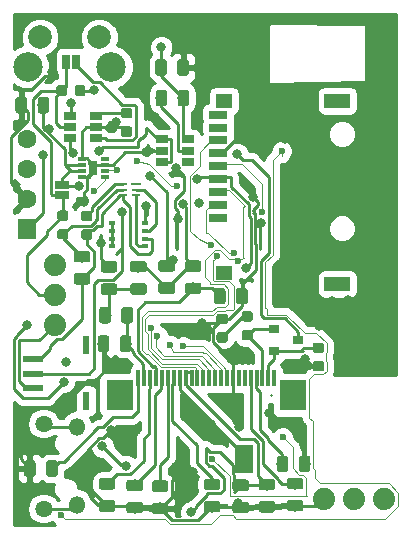
<source format=gbr>
G04 #@! TF.GenerationSoftware,KiCad,Pcbnew,(5.0.1)-rc2*
G04 #@! TF.CreationDate,2019-03-09T00:44:04-07:00*
G04 #@! TF.ProjectId,GPSLogger,4750534C6F676765722E6B696361645F,rev?*
G04 #@! TF.SameCoordinates,Original*
G04 #@! TF.FileFunction,Copper,L2,Bot,Signal*
G04 #@! TF.FilePolarity,Positive*
%FSLAX46Y46*%
G04 Gerber Fmt 4.6, Leading zero omitted, Abs format (unit mm)*
G04 Created by KiCad (PCBNEW (5.0.1)-rc2) date 3/9/2019 12:44:04 AM*
%MOMM*%
%LPD*%
G01*
G04 APERTURE LIST*
G04 #@! TA.AperFunction,ComponentPad*
%ADD10C,1.879600*%
G04 #@! TD*
G04 #@! TA.AperFunction,Conductor*
%ADD11C,0.100000*%
G04 #@! TD*
G04 #@! TA.AperFunction,SMDPad,CuDef*
%ADD12C,0.975000*%
G04 #@! TD*
G04 #@! TA.AperFunction,SMDPad,CuDef*
%ADD13R,0.900000X0.800000*%
G04 #@! TD*
G04 #@! TA.AperFunction,SMDPad,CuDef*
%ADD14R,1.060000X0.650000*%
G04 #@! TD*
G04 #@! TA.AperFunction,SMDPad,CuDef*
%ADD15R,1.800000X0.600000*%
G04 #@! TD*
G04 #@! TA.AperFunction,SMDPad,CuDef*
%ADD16R,0.600000X1.524000*%
G04 #@! TD*
G04 #@! TA.AperFunction,SMDPad,CuDef*
%ADD17R,2.300000X2.650000*%
G04 #@! TD*
G04 #@! TA.AperFunction,SMDPad,CuDef*
%ADD18R,0.300000X1.400000*%
G04 #@! TD*
G04 #@! TA.AperFunction,SMDPad,CuDef*
%ADD19R,0.800000X1.200000*%
G04 #@! TD*
G04 #@! TA.AperFunction,SMDPad,CuDef*
%ADD20R,0.700000X0.300000*%
G04 #@! TD*
G04 #@! TA.AperFunction,ComponentPad*
%ADD21C,1.600000*%
G04 #@! TD*
G04 #@! TA.AperFunction,ComponentPad*
%ADD22R,1.600000X1.700000*%
G04 #@! TD*
G04 #@! TA.AperFunction,SMDPad,CuDef*
%ADD23R,2.200000X1.200000*%
G04 #@! TD*
G04 #@! TA.AperFunction,SMDPad,CuDef*
%ADD24R,1.400000X1.200000*%
G04 #@! TD*
G04 #@! TA.AperFunction,SMDPad,CuDef*
%ADD25R,1.600000X0.700000*%
G04 #@! TD*
G04 #@! TA.AperFunction,SMDPad,CuDef*
%ADD26R,0.635000X1.270000*%
G04 #@! TD*
G04 #@! TA.AperFunction,SMDPad,CuDef*
%ADD27R,1.270000X0.635000*%
G04 #@! TD*
G04 #@! TA.AperFunction,SMDPad,CuDef*
%ADD28C,0.875000*%
G04 #@! TD*
G04 #@! TA.AperFunction,SMDPad,CuDef*
%ADD29R,0.600000X0.400000*%
G04 #@! TD*
G04 #@! TA.AperFunction,SMDPad,CuDef*
%ADD30R,0.850000X0.280000*%
G04 #@! TD*
G04 #@! TA.AperFunction,SMDPad,CuDef*
%ADD31R,0.750000X0.280000*%
G04 #@! TD*
G04 #@! TA.AperFunction,WasherPad*
%ADD32C,2.500000*%
G04 #@! TD*
G04 #@! TA.AperFunction,ComponentPad*
%ADD33C,2.000000*%
G04 #@! TD*
G04 #@! TA.AperFunction,ComponentPad*
%ADD34O,1.350000X1.500000*%
G04 #@! TD*
G04 #@! TA.AperFunction,ComponentPad*
%ADD35O,1.500000X1.350000*%
G04 #@! TD*
G04 #@! TA.AperFunction,ComponentPad*
%ADD36C,0.500000*%
G04 #@! TD*
G04 #@! TA.AperFunction,SMDPad,CuDef*
%ADD37R,1.650000X2.380000*%
G04 #@! TD*
G04 #@! TA.AperFunction,ViaPad*
%ADD38C,0.800000*%
G04 #@! TD*
G04 #@! TA.AperFunction,ViaPad*
%ADD39C,0.600000*%
G04 #@! TD*
G04 #@! TA.AperFunction,Conductor*
%ADD40C,0.250000*%
G04 #@! TD*
G04 #@! TA.AperFunction,Conductor*
%ADD41C,0.125000*%
G04 #@! TD*
G04 #@! TA.AperFunction,Conductor*
%ADD42C,0.254000*%
G04 #@! TD*
G04 APERTURE END LIST*
D10*
G04 #@! TO.P,J1,3*
G04 #@! TO.N,/Debug_Tx*
X225907600Y-63144400D03*
G04 #@! TO.P,J1,2*
G04 #@! TO.N,/Debug_Rx*
X223367600Y-63144400D03*
G04 #@! TO.P,J1,1*
G04 #@! TO.N,BattRtn*
X220827600Y-63144400D03*
G04 #@! TD*
D11*
G04 #@! TO.N,BattRtn*
G04 #@! TO.C,C11*
G36*
X209131842Y-25894974D02*
X209155503Y-25898484D01*
X209178707Y-25904296D01*
X209201229Y-25912354D01*
X209222853Y-25922582D01*
X209243370Y-25934879D01*
X209262583Y-25949129D01*
X209280307Y-25965193D01*
X209296371Y-25982917D01*
X209310621Y-26002130D01*
X209322918Y-26022647D01*
X209333146Y-26044271D01*
X209341204Y-26066793D01*
X209347016Y-26089997D01*
X209350526Y-26113658D01*
X209351700Y-26137550D01*
X209351700Y-27050050D01*
X209350526Y-27073942D01*
X209347016Y-27097603D01*
X209341204Y-27120807D01*
X209333146Y-27143329D01*
X209322918Y-27164953D01*
X209310621Y-27185470D01*
X209296371Y-27204683D01*
X209280307Y-27222407D01*
X209262583Y-27238471D01*
X209243370Y-27252721D01*
X209222853Y-27265018D01*
X209201229Y-27275246D01*
X209178707Y-27283304D01*
X209155503Y-27289116D01*
X209131842Y-27292626D01*
X209107950Y-27293800D01*
X208620450Y-27293800D01*
X208596558Y-27292626D01*
X208572897Y-27289116D01*
X208549693Y-27283304D01*
X208527171Y-27275246D01*
X208505547Y-27265018D01*
X208485030Y-27252721D01*
X208465817Y-27238471D01*
X208448093Y-27222407D01*
X208432029Y-27204683D01*
X208417779Y-27185470D01*
X208405482Y-27164953D01*
X208395254Y-27143329D01*
X208387196Y-27120807D01*
X208381384Y-27097603D01*
X208377874Y-27073942D01*
X208376700Y-27050050D01*
X208376700Y-26137550D01*
X208377874Y-26113658D01*
X208381384Y-26089997D01*
X208387196Y-26066793D01*
X208395254Y-26044271D01*
X208405482Y-26022647D01*
X208417779Y-26002130D01*
X208432029Y-25982917D01*
X208448093Y-25965193D01*
X208465817Y-25949129D01*
X208485030Y-25934879D01*
X208505547Y-25922582D01*
X208527171Y-25912354D01*
X208549693Y-25904296D01*
X208572897Y-25898484D01*
X208596558Y-25894974D01*
X208620450Y-25893800D01*
X209107950Y-25893800D01*
X209131842Y-25894974D01*
X209131842Y-25894974D01*
G37*
D12*
G04 #@! TD*
G04 #@! TO.P,C11,2*
G04 #@! TO.N,BattRtn*
X208864200Y-26593800D03*
D11*
G04 #@! TO.N,Vdd*
G04 #@! TO.C,C11*
G36*
X207256842Y-25894974D02*
X207280503Y-25898484D01*
X207303707Y-25904296D01*
X207326229Y-25912354D01*
X207347853Y-25922582D01*
X207368370Y-25934879D01*
X207387583Y-25949129D01*
X207405307Y-25965193D01*
X207421371Y-25982917D01*
X207435621Y-26002130D01*
X207447918Y-26022647D01*
X207458146Y-26044271D01*
X207466204Y-26066793D01*
X207472016Y-26089997D01*
X207475526Y-26113658D01*
X207476700Y-26137550D01*
X207476700Y-27050050D01*
X207475526Y-27073942D01*
X207472016Y-27097603D01*
X207466204Y-27120807D01*
X207458146Y-27143329D01*
X207447918Y-27164953D01*
X207435621Y-27185470D01*
X207421371Y-27204683D01*
X207405307Y-27222407D01*
X207387583Y-27238471D01*
X207368370Y-27252721D01*
X207347853Y-27265018D01*
X207326229Y-27275246D01*
X207303707Y-27283304D01*
X207280503Y-27289116D01*
X207256842Y-27292626D01*
X207232950Y-27293800D01*
X206745450Y-27293800D01*
X206721558Y-27292626D01*
X206697897Y-27289116D01*
X206674693Y-27283304D01*
X206652171Y-27275246D01*
X206630547Y-27265018D01*
X206610030Y-27252721D01*
X206590817Y-27238471D01*
X206573093Y-27222407D01*
X206557029Y-27204683D01*
X206542779Y-27185470D01*
X206530482Y-27164953D01*
X206520254Y-27143329D01*
X206512196Y-27120807D01*
X206506384Y-27097603D01*
X206502874Y-27073942D01*
X206501700Y-27050050D01*
X206501700Y-26137550D01*
X206502874Y-26113658D01*
X206506384Y-26089997D01*
X206512196Y-26066793D01*
X206520254Y-26044271D01*
X206530482Y-26022647D01*
X206542779Y-26002130D01*
X206557029Y-25982917D01*
X206573093Y-25965193D01*
X206590817Y-25949129D01*
X206610030Y-25934879D01*
X206630547Y-25922582D01*
X206652171Y-25912354D01*
X206674693Y-25904296D01*
X206697897Y-25898484D01*
X206721558Y-25894974D01*
X206745450Y-25893800D01*
X207232950Y-25893800D01*
X207256842Y-25894974D01*
X207256842Y-25894974D01*
G37*
D12*
G04 #@! TD*
G04 #@! TO.P,C11,1*
G04 #@! TO.N,Vdd*
X206989200Y-26593800D03*
D11*
G04 #@! TO.N,BattRtn*
G04 #@! TO.C,C12*
G36*
X196157042Y-59854774D02*
X196180703Y-59858284D01*
X196203907Y-59864096D01*
X196226429Y-59872154D01*
X196248053Y-59882382D01*
X196268570Y-59894679D01*
X196287783Y-59908929D01*
X196305507Y-59924993D01*
X196321571Y-59942717D01*
X196335821Y-59961930D01*
X196348118Y-59982447D01*
X196358346Y-60004071D01*
X196366404Y-60026593D01*
X196372216Y-60049797D01*
X196375726Y-60073458D01*
X196376900Y-60097350D01*
X196376900Y-61009850D01*
X196375726Y-61033742D01*
X196372216Y-61057403D01*
X196366404Y-61080607D01*
X196358346Y-61103129D01*
X196348118Y-61124753D01*
X196335821Y-61145270D01*
X196321571Y-61164483D01*
X196305507Y-61182207D01*
X196287783Y-61198271D01*
X196268570Y-61212521D01*
X196248053Y-61224818D01*
X196226429Y-61235046D01*
X196203907Y-61243104D01*
X196180703Y-61248916D01*
X196157042Y-61252426D01*
X196133150Y-61253600D01*
X195645650Y-61253600D01*
X195621758Y-61252426D01*
X195598097Y-61248916D01*
X195574893Y-61243104D01*
X195552371Y-61235046D01*
X195530747Y-61224818D01*
X195510230Y-61212521D01*
X195491017Y-61198271D01*
X195473293Y-61182207D01*
X195457229Y-61164483D01*
X195442979Y-61145270D01*
X195430682Y-61124753D01*
X195420454Y-61103129D01*
X195412396Y-61080607D01*
X195406584Y-61057403D01*
X195403074Y-61033742D01*
X195401900Y-61009850D01*
X195401900Y-60097350D01*
X195403074Y-60073458D01*
X195406584Y-60049797D01*
X195412396Y-60026593D01*
X195420454Y-60004071D01*
X195430682Y-59982447D01*
X195442979Y-59961930D01*
X195457229Y-59942717D01*
X195473293Y-59924993D01*
X195491017Y-59908929D01*
X195510230Y-59894679D01*
X195530747Y-59882382D01*
X195552371Y-59872154D01*
X195574893Y-59864096D01*
X195598097Y-59858284D01*
X195621758Y-59854774D01*
X195645650Y-59853600D01*
X196133150Y-59853600D01*
X196157042Y-59854774D01*
X196157042Y-59854774D01*
G37*
D12*
G04 #@! TD*
G04 #@! TO.P,C12,2*
G04 #@! TO.N,BattRtn*
X195889400Y-60553600D03*
D11*
G04 #@! TO.N,Net-(C12-Pad1)*
G04 #@! TO.C,C12*
G36*
X198032042Y-59854774D02*
X198055703Y-59858284D01*
X198078907Y-59864096D01*
X198101429Y-59872154D01*
X198123053Y-59882382D01*
X198143570Y-59894679D01*
X198162783Y-59908929D01*
X198180507Y-59924993D01*
X198196571Y-59942717D01*
X198210821Y-59961930D01*
X198223118Y-59982447D01*
X198233346Y-60004071D01*
X198241404Y-60026593D01*
X198247216Y-60049797D01*
X198250726Y-60073458D01*
X198251900Y-60097350D01*
X198251900Y-61009850D01*
X198250726Y-61033742D01*
X198247216Y-61057403D01*
X198241404Y-61080607D01*
X198233346Y-61103129D01*
X198223118Y-61124753D01*
X198210821Y-61145270D01*
X198196571Y-61164483D01*
X198180507Y-61182207D01*
X198162783Y-61198271D01*
X198143570Y-61212521D01*
X198123053Y-61224818D01*
X198101429Y-61235046D01*
X198078907Y-61243104D01*
X198055703Y-61248916D01*
X198032042Y-61252426D01*
X198008150Y-61253600D01*
X197520650Y-61253600D01*
X197496758Y-61252426D01*
X197473097Y-61248916D01*
X197449893Y-61243104D01*
X197427371Y-61235046D01*
X197405747Y-61224818D01*
X197385230Y-61212521D01*
X197366017Y-61198271D01*
X197348293Y-61182207D01*
X197332229Y-61164483D01*
X197317979Y-61145270D01*
X197305682Y-61124753D01*
X197295454Y-61103129D01*
X197287396Y-61080607D01*
X197281584Y-61057403D01*
X197278074Y-61033742D01*
X197276900Y-61009850D01*
X197276900Y-60097350D01*
X197278074Y-60073458D01*
X197281584Y-60049797D01*
X197287396Y-60026593D01*
X197295454Y-60004071D01*
X197305682Y-59982447D01*
X197317979Y-59961930D01*
X197332229Y-59942717D01*
X197348293Y-59924993D01*
X197366017Y-59908929D01*
X197385230Y-59894679D01*
X197405747Y-59882382D01*
X197427371Y-59872154D01*
X197449893Y-59864096D01*
X197473097Y-59858284D01*
X197496758Y-59854774D01*
X197520650Y-59853600D01*
X198008150Y-59853600D01*
X198032042Y-59854774D01*
X198032042Y-59854774D01*
G37*
D12*
G04 #@! TD*
G04 #@! TO.P,C12,1*
G04 #@! TO.N,Net-(C12-Pad1)*
X197764400Y-60553600D03*
D11*
G04 #@! TO.N,BattRtn*
G04 #@! TO.C,C13*
G36*
X202918142Y-63239974D02*
X202941803Y-63243484D01*
X202965007Y-63249296D01*
X202987529Y-63257354D01*
X203009153Y-63267582D01*
X203029670Y-63279879D01*
X203048883Y-63294129D01*
X203066607Y-63310193D01*
X203082671Y-63327917D01*
X203096921Y-63347130D01*
X203109218Y-63367647D01*
X203119446Y-63389271D01*
X203127504Y-63411793D01*
X203133316Y-63434997D01*
X203136826Y-63458658D01*
X203138000Y-63482550D01*
X203138000Y-63970050D01*
X203136826Y-63993942D01*
X203133316Y-64017603D01*
X203127504Y-64040807D01*
X203119446Y-64063329D01*
X203109218Y-64084953D01*
X203096921Y-64105470D01*
X203082671Y-64124683D01*
X203066607Y-64142407D01*
X203048883Y-64158471D01*
X203029670Y-64172721D01*
X203009153Y-64185018D01*
X202987529Y-64195246D01*
X202965007Y-64203304D01*
X202941803Y-64209116D01*
X202918142Y-64212626D01*
X202894250Y-64213800D01*
X201981750Y-64213800D01*
X201957858Y-64212626D01*
X201934197Y-64209116D01*
X201910993Y-64203304D01*
X201888471Y-64195246D01*
X201866847Y-64185018D01*
X201846330Y-64172721D01*
X201827117Y-64158471D01*
X201809393Y-64142407D01*
X201793329Y-64124683D01*
X201779079Y-64105470D01*
X201766782Y-64084953D01*
X201756554Y-64063329D01*
X201748496Y-64040807D01*
X201742684Y-64017603D01*
X201739174Y-63993942D01*
X201738000Y-63970050D01*
X201738000Y-63482550D01*
X201739174Y-63458658D01*
X201742684Y-63434997D01*
X201748496Y-63411793D01*
X201756554Y-63389271D01*
X201766782Y-63367647D01*
X201779079Y-63347130D01*
X201793329Y-63327917D01*
X201809393Y-63310193D01*
X201827117Y-63294129D01*
X201846330Y-63279879D01*
X201866847Y-63267582D01*
X201888471Y-63257354D01*
X201910993Y-63249296D01*
X201934197Y-63243484D01*
X201957858Y-63239974D01*
X201981750Y-63238800D01*
X202894250Y-63238800D01*
X202918142Y-63239974D01*
X202918142Y-63239974D01*
G37*
D12*
G04 #@! TD*
G04 #@! TO.P,C13,2*
G04 #@! TO.N,BattRtn*
X202438000Y-63726300D03*
D11*
G04 #@! TO.N,Net-(C13-Pad1)*
G04 #@! TO.C,C13*
G36*
X202918142Y-61364974D02*
X202941803Y-61368484D01*
X202965007Y-61374296D01*
X202987529Y-61382354D01*
X203009153Y-61392582D01*
X203029670Y-61404879D01*
X203048883Y-61419129D01*
X203066607Y-61435193D01*
X203082671Y-61452917D01*
X203096921Y-61472130D01*
X203109218Y-61492647D01*
X203119446Y-61514271D01*
X203127504Y-61536793D01*
X203133316Y-61559997D01*
X203136826Y-61583658D01*
X203138000Y-61607550D01*
X203138000Y-62095050D01*
X203136826Y-62118942D01*
X203133316Y-62142603D01*
X203127504Y-62165807D01*
X203119446Y-62188329D01*
X203109218Y-62209953D01*
X203096921Y-62230470D01*
X203082671Y-62249683D01*
X203066607Y-62267407D01*
X203048883Y-62283471D01*
X203029670Y-62297721D01*
X203009153Y-62310018D01*
X202987529Y-62320246D01*
X202965007Y-62328304D01*
X202941803Y-62334116D01*
X202918142Y-62337626D01*
X202894250Y-62338800D01*
X201981750Y-62338800D01*
X201957858Y-62337626D01*
X201934197Y-62334116D01*
X201910993Y-62328304D01*
X201888471Y-62320246D01*
X201866847Y-62310018D01*
X201846330Y-62297721D01*
X201827117Y-62283471D01*
X201809393Y-62267407D01*
X201793329Y-62249683D01*
X201779079Y-62230470D01*
X201766782Y-62209953D01*
X201756554Y-62188329D01*
X201748496Y-62165807D01*
X201742684Y-62142603D01*
X201739174Y-62118942D01*
X201738000Y-62095050D01*
X201738000Y-61607550D01*
X201739174Y-61583658D01*
X201742684Y-61559997D01*
X201748496Y-61536793D01*
X201756554Y-61514271D01*
X201766782Y-61492647D01*
X201779079Y-61472130D01*
X201793329Y-61452917D01*
X201809393Y-61435193D01*
X201827117Y-61419129D01*
X201846330Y-61404879D01*
X201866847Y-61392582D01*
X201888471Y-61382354D01*
X201910993Y-61374296D01*
X201934197Y-61368484D01*
X201957858Y-61364974D01*
X201981750Y-61363800D01*
X202894250Y-61363800D01*
X202918142Y-61364974D01*
X202918142Y-61364974D01*
G37*
D12*
G04 #@! TD*
G04 #@! TO.P,C13,1*
G04 #@! TO.N,Net-(C13-Pad1)*
X202438000Y-61851300D03*
D11*
G04 #@! TO.N,BattRtn*
G04 #@! TO.C,C14*
G36*
X205242242Y-63377374D02*
X205265903Y-63380884D01*
X205289107Y-63386696D01*
X205311629Y-63394754D01*
X205333253Y-63404982D01*
X205353770Y-63417279D01*
X205372983Y-63431529D01*
X205390707Y-63447593D01*
X205406771Y-63465317D01*
X205421021Y-63484530D01*
X205433318Y-63505047D01*
X205443546Y-63526671D01*
X205451604Y-63549193D01*
X205457416Y-63572397D01*
X205460926Y-63596058D01*
X205462100Y-63619950D01*
X205462100Y-64107450D01*
X205460926Y-64131342D01*
X205457416Y-64155003D01*
X205451604Y-64178207D01*
X205443546Y-64200729D01*
X205433318Y-64222353D01*
X205421021Y-64242870D01*
X205406771Y-64262083D01*
X205390707Y-64279807D01*
X205372983Y-64295871D01*
X205353770Y-64310121D01*
X205333253Y-64322418D01*
X205311629Y-64332646D01*
X205289107Y-64340704D01*
X205265903Y-64346516D01*
X205242242Y-64350026D01*
X205218350Y-64351200D01*
X204305850Y-64351200D01*
X204281958Y-64350026D01*
X204258297Y-64346516D01*
X204235093Y-64340704D01*
X204212571Y-64332646D01*
X204190947Y-64322418D01*
X204170430Y-64310121D01*
X204151217Y-64295871D01*
X204133493Y-64279807D01*
X204117429Y-64262083D01*
X204103179Y-64242870D01*
X204090882Y-64222353D01*
X204080654Y-64200729D01*
X204072596Y-64178207D01*
X204066784Y-64155003D01*
X204063274Y-64131342D01*
X204062100Y-64107450D01*
X204062100Y-63619950D01*
X204063274Y-63596058D01*
X204066784Y-63572397D01*
X204072596Y-63549193D01*
X204080654Y-63526671D01*
X204090882Y-63505047D01*
X204103179Y-63484530D01*
X204117429Y-63465317D01*
X204133493Y-63447593D01*
X204151217Y-63431529D01*
X204170430Y-63417279D01*
X204190947Y-63404982D01*
X204212571Y-63394754D01*
X204235093Y-63386696D01*
X204258297Y-63380884D01*
X204281958Y-63377374D01*
X204305850Y-63376200D01*
X205218350Y-63376200D01*
X205242242Y-63377374D01*
X205242242Y-63377374D01*
G37*
D12*
G04 #@! TD*
G04 #@! TO.P,C14,2*
G04 #@! TO.N,BattRtn*
X204762100Y-63863700D03*
D11*
G04 #@! TO.N,Net-(C14-Pad1)*
G04 #@! TO.C,C14*
G36*
X205242242Y-61502374D02*
X205265903Y-61505884D01*
X205289107Y-61511696D01*
X205311629Y-61519754D01*
X205333253Y-61529982D01*
X205353770Y-61542279D01*
X205372983Y-61556529D01*
X205390707Y-61572593D01*
X205406771Y-61590317D01*
X205421021Y-61609530D01*
X205433318Y-61630047D01*
X205443546Y-61651671D01*
X205451604Y-61674193D01*
X205457416Y-61697397D01*
X205460926Y-61721058D01*
X205462100Y-61744950D01*
X205462100Y-62232450D01*
X205460926Y-62256342D01*
X205457416Y-62280003D01*
X205451604Y-62303207D01*
X205443546Y-62325729D01*
X205433318Y-62347353D01*
X205421021Y-62367870D01*
X205406771Y-62387083D01*
X205390707Y-62404807D01*
X205372983Y-62420871D01*
X205353770Y-62435121D01*
X205333253Y-62447418D01*
X205311629Y-62457646D01*
X205289107Y-62465704D01*
X205265903Y-62471516D01*
X205242242Y-62475026D01*
X205218350Y-62476200D01*
X204305850Y-62476200D01*
X204281958Y-62475026D01*
X204258297Y-62471516D01*
X204235093Y-62465704D01*
X204212571Y-62457646D01*
X204190947Y-62447418D01*
X204170430Y-62435121D01*
X204151217Y-62420871D01*
X204133493Y-62404807D01*
X204117429Y-62387083D01*
X204103179Y-62367870D01*
X204090882Y-62347353D01*
X204080654Y-62325729D01*
X204072596Y-62303207D01*
X204066784Y-62280003D01*
X204063274Y-62256342D01*
X204062100Y-62232450D01*
X204062100Y-61744950D01*
X204063274Y-61721058D01*
X204066784Y-61697397D01*
X204072596Y-61674193D01*
X204080654Y-61651671D01*
X204090882Y-61630047D01*
X204103179Y-61609530D01*
X204117429Y-61590317D01*
X204133493Y-61572593D01*
X204151217Y-61556529D01*
X204170430Y-61542279D01*
X204190947Y-61529982D01*
X204212571Y-61519754D01*
X204235093Y-61511696D01*
X204258297Y-61505884D01*
X204281958Y-61502374D01*
X204305850Y-61501200D01*
X205218350Y-61501200D01*
X205242242Y-61502374D01*
X205242242Y-61502374D01*
G37*
D12*
G04 #@! TD*
G04 #@! TO.P,C14,1*
G04 #@! TO.N,Net-(C14-Pad1)*
X204762100Y-61988700D03*
D11*
G04 #@! TO.N,BattRtn*
G04 #@! TO.C,C15*
G36*
X207401242Y-63440874D02*
X207424903Y-63444384D01*
X207448107Y-63450196D01*
X207470629Y-63458254D01*
X207492253Y-63468482D01*
X207512770Y-63480779D01*
X207531983Y-63495029D01*
X207549707Y-63511093D01*
X207565771Y-63528817D01*
X207580021Y-63548030D01*
X207592318Y-63568547D01*
X207602546Y-63590171D01*
X207610604Y-63612693D01*
X207616416Y-63635897D01*
X207619926Y-63659558D01*
X207621100Y-63683450D01*
X207621100Y-64170950D01*
X207619926Y-64194842D01*
X207616416Y-64218503D01*
X207610604Y-64241707D01*
X207602546Y-64264229D01*
X207592318Y-64285853D01*
X207580021Y-64306370D01*
X207565771Y-64325583D01*
X207549707Y-64343307D01*
X207531983Y-64359371D01*
X207512770Y-64373621D01*
X207492253Y-64385918D01*
X207470629Y-64396146D01*
X207448107Y-64404204D01*
X207424903Y-64410016D01*
X207401242Y-64413526D01*
X207377350Y-64414700D01*
X206464850Y-64414700D01*
X206440958Y-64413526D01*
X206417297Y-64410016D01*
X206394093Y-64404204D01*
X206371571Y-64396146D01*
X206349947Y-64385918D01*
X206329430Y-64373621D01*
X206310217Y-64359371D01*
X206292493Y-64343307D01*
X206276429Y-64325583D01*
X206262179Y-64306370D01*
X206249882Y-64285853D01*
X206239654Y-64264229D01*
X206231596Y-64241707D01*
X206225784Y-64218503D01*
X206222274Y-64194842D01*
X206221100Y-64170950D01*
X206221100Y-63683450D01*
X206222274Y-63659558D01*
X206225784Y-63635897D01*
X206231596Y-63612693D01*
X206239654Y-63590171D01*
X206249882Y-63568547D01*
X206262179Y-63548030D01*
X206276429Y-63528817D01*
X206292493Y-63511093D01*
X206310217Y-63495029D01*
X206329430Y-63480779D01*
X206349947Y-63468482D01*
X206371571Y-63458254D01*
X206394093Y-63450196D01*
X206417297Y-63444384D01*
X206440958Y-63440874D01*
X206464850Y-63439700D01*
X207377350Y-63439700D01*
X207401242Y-63440874D01*
X207401242Y-63440874D01*
G37*
D12*
G04 #@! TD*
G04 #@! TO.P,C15,2*
G04 #@! TO.N,BattRtn*
X206921100Y-63927200D03*
D11*
G04 #@! TO.N,Net-(C15-Pad1)*
G04 #@! TO.C,C15*
G36*
X207401242Y-61565874D02*
X207424903Y-61569384D01*
X207448107Y-61575196D01*
X207470629Y-61583254D01*
X207492253Y-61593482D01*
X207512770Y-61605779D01*
X207531983Y-61620029D01*
X207549707Y-61636093D01*
X207565771Y-61653817D01*
X207580021Y-61673030D01*
X207592318Y-61693547D01*
X207602546Y-61715171D01*
X207610604Y-61737693D01*
X207616416Y-61760897D01*
X207619926Y-61784558D01*
X207621100Y-61808450D01*
X207621100Y-62295950D01*
X207619926Y-62319842D01*
X207616416Y-62343503D01*
X207610604Y-62366707D01*
X207602546Y-62389229D01*
X207592318Y-62410853D01*
X207580021Y-62431370D01*
X207565771Y-62450583D01*
X207549707Y-62468307D01*
X207531983Y-62484371D01*
X207512770Y-62498621D01*
X207492253Y-62510918D01*
X207470629Y-62521146D01*
X207448107Y-62529204D01*
X207424903Y-62535016D01*
X207401242Y-62538526D01*
X207377350Y-62539700D01*
X206464850Y-62539700D01*
X206440958Y-62538526D01*
X206417297Y-62535016D01*
X206394093Y-62529204D01*
X206371571Y-62521146D01*
X206349947Y-62510918D01*
X206329430Y-62498621D01*
X206310217Y-62484371D01*
X206292493Y-62468307D01*
X206276429Y-62450583D01*
X206262179Y-62431370D01*
X206249882Y-62410853D01*
X206239654Y-62389229D01*
X206231596Y-62366707D01*
X206225784Y-62343503D01*
X206222274Y-62319842D01*
X206221100Y-62295950D01*
X206221100Y-61808450D01*
X206222274Y-61784558D01*
X206225784Y-61760897D01*
X206231596Y-61737693D01*
X206239654Y-61715171D01*
X206249882Y-61693547D01*
X206262179Y-61673030D01*
X206276429Y-61653817D01*
X206292493Y-61636093D01*
X206310217Y-61620029D01*
X206329430Y-61605779D01*
X206349947Y-61593482D01*
X206371571Y-61583254D01*
X206394093Y-61575196D01*
X206417297Y-61569384D01*
X206440958Y-61565874D01*
X206464850Y-61564700D01*
X207377350Y-61564700D01*
X207401242Y-61565874D01*
X207401242Y-61565874D01*
G37*
D12*
G04 #@! TD*
G04 #@! TO.P,C15,1*
G04 #@! TO.N,Net-(C15-Pad1)*
X206921100Y-62052200D03*
D11*
G04 #@! TO.N,BattRtn*
G04 #@! TO.C,C16*
G36*
X211795442Y-63293074D02*
X211819103Y-63296584D01*
X211842307Y-63302396D01*
X211864829Y-63310454D01*
X211886453Y-63320682D01*
X211906970Y-63332979D01*
X211926183Y-63347229D01*
X211943907Y-63363293D01*
X211959971Y-63381017D01*
X211974221Y-63400230D01*
X211986518Y-63420747D01*
X211996746Y-63442371D01*
X212004804Y-63464893D01*
X212010616Y-63488097D01*
X212014126Y-63511758D01*
X212015300Y-63535650D01*
X212015300Y-64023150D01*
X212014126Y-64047042D01*
X212010616Y-64070703D01*
X212004804Y-64093907D01*
X211996746Y-64116429D01*
X211986518Y-64138053D01*
X211974221Y-64158570D01*
X211959971Y-64177783D01*
X211943907Y-64195507D01*
X211926183Y-64211571D01*
X211906970Y-64225821D01*
X211886453Y-64238118D01*
X211864829Y-64248346D01*
X211842307Y-64256404D01*
X211819103Y-64262216D01*
X211795442Y-64265726D01*
X211771550Y-64266900D01*
X210859050Y-64266900D01*
X210835158Y-64265726D01*
X210811497Y-64262216D01*
X210788293Y-64256404D01*
X210765771Y-64248346D01*
X210744147Y-64238118D01*
X210723630Y-64225821D01*
X210704417Y-64211571D01*
X210686693Y-64195507D01*
X210670629Y-64177783D01*
X210656379Y-64158570D01*
X210644082Y-64138053D01*
X210633854Y-64116429D01*
X210625796Y-64093907D01*
X210619984Y-64070703D01*
X210616474Y-64047042D01*
X210615300Y-64023150D01*
X210615300Y-63535650D01*
X210616474Y-63511758D01*
X210619984Y-63488097D01*
X210625796Y-63464893D01*
X210633854Y-63442371D01*
X210644082Y-63420747D01*
X210656379Y-63400230D01*
X210670629Y-63381017D01*
X210686693Y-63363293D01*
X210704417Y-63347229D01*
X210723630Y-63332979D01*
X210744147Y-63320682D01*
X210765771Y-63310454D01*
X210788293Y-63302396D01*
X210811497Y-63296584D01*
X210835158Y-63293074D01*
X210859050Y-63291900D01*
X211771550Y-63291900D01*
X211795442Y-63293074D01*
X211795442Y-63293074D01*
G37*
D12*
G04 #@! TD*
G04 #@! TO.P,C16,2*
G04 #@! TO.N,BattRtn*
X211315300Y-63779400D03*
D11*
G04 #@! TO.N,Net-(C16-Pad1)*
G04 #@! TO.C,C16*
G36*
X211795442Y-61418074D02*
X211819103Y-61421584D01*
X211842307Y-61427396D01*
X211864829Y-61435454D01*
X211886453Y-61445682D01*
X211906970Y-61457979D01*
X211926183Y-61472229D01*
X211943907Y-61488293D01*
X211959971Y-61506017D01*
X211974221Y-61525230D01*
X211986518Y-61545747D01*
X211996746Y-61567371D01*
X212004804Y-61589893D01*
X212010616Y-61613097D01*
X212014126Y-61636758D01*
X212015300Y-61660650D01*
X212015300Y-62148150D01*
X212014126Y-62172042D01*
X212010616Y-62195703D01*
X212004804Y-62218907D01*
X211996746Y-62241429D01*
X211986518Y-62263053D01*
X211974221Y-62283570D01*
X211959971Y-62302783D01*
X211943907Y-62320507D01*
X211926183Y-62336571D01*
X211906970Y-62350821D01*
X211886453Y-62363118D01*
X211864829Y-62373346D01*
X211842307Y-62381404D01*
X211819103Y-62387216D01*
X211795442Y-62390726D01*
X211771550Y-62391900D01*
X210859050Y-62391900D01*
X210835158Y-62390726D01*
X210811497Y-62387216D01*
X210788293Y-62381404D01*
X210765771Y-62373346D01*
X210744147Y-62363118D01*
X210723630Y-62350821D01*
X210704417Y-62336571D01*
X210686693Y-62320507D01*
X210670629Y-62302783D01*
X210656379Y-62283570D01*
X210644082Y-62263053D01*
X210633854Y-62241429D01*
X210625796Y-62218907D01*
X210619984Y-62195703D01*
X210616474Y-62172042D01*
X210615300Y-62148150D01*
X210615300Y-61660650D01*
X210616474Y-61636758D01*
X210619984Y-61613097D01*
X210625796Y-61589893D01*
X210633854Y-61567371D01*
X210644082Y-61545747D01*
X210656379Y-61525230D01*
X210670629Y-61506017D01*
X210686693Y-61488293D01*
X210704417Y-61472229D01*
X210723630Y-61457979D01*
X210744147Y-61445682D01*
X210765771Y-61435454D01*
X210788293Y-61427396D01*
X210811497Y-61421584D01*
X210835158Y-61418074D01*
X210859050Y-61416900D01*
X211771550Y-61416900D01*
X211795442Y-61418074D01*
X211795442Y-61418074D01*
G37*
D12*
G04 #@! TD*
G04 #@! TO.P,C16,1*
G04 #@! TO.N,Net-(C16-Pad1)*
X211315300Y-61904400D03*
D11*
G04 #@! TO.N,BattRtn*
G04 #@! TO.C,C17*
G36*
X214221142Y-63356574D02*
X214244803Y-63360084D01*
X214268007Y-63365896D01*
X214290529Y-63373954D01*
X214312153Y-63384182D01*
X214332670Y-63396479D01*
X214351883Y-63410729D01*
X214369607Y-63426793D01*
X214385671Y-63444517D01*
X214399921Y-63463730D01*
X214412218Y-63484247D01*
X214422446Y-63505871D01*
X214430504Y-63528393D01*
X214436316Y-63551597D01*
X214439826Y-63575258D01*
X214441000Y-63599150D01*
X214441000Y-64086650D01*
X214439826Y-64110542D01*
X214436316Y-64134203D01*
X214430504Y-64157407D01*
X214422446Y-64179929D01*
X214412218Y-64201553D01*
X214399921Y-64222070D01*
X214385671Y-64241283D01*
X214369607Y-64259007D01*
X214351883Y-64275071D01*
X214332670Y-64289321D01*
X214312153Y-64301618D01*
X214290529Y-64311846D01*
X214268007Y-64319904D01*
X214244803Y-64325716D01*
X214221142Y-64329226D01*
X214197250Y-64330400D01*
X213284750Y-64330400D01*
X213260858Y-64329226D01*
X213237197Y-64325716D01*
X213213993Y-64319904D01*
X213191471Y-64311846D01*
X213169847Y-64301618D01*
X213149330Y-64289321D01*
X213130117Y-64275071D01*
X213112393Y-64259007D01*
X213096329Y-64241283D01*
X213082079Y-64222070D01*
X213069782Y-64201553D01*
X213059554Y-64179929D01*
X213051496Y-64157407D01*
X213045684Y-64134203D01*
X213042174Y-64110542D01*
X213041000Y-64086650D01*
X213041000Y-63599150D01*
X213042174Y-63575258D01*
X213045684Y-63551597D01*
X213051496Y-63528393D01*
X213059554Y-63505871D01*
X213069782Y-63484247D01*
X213082079Y-63463730D01*
X213096329Y-63444517D01*
X213112393Y-63426793D01*
X213130117Y-63410729D01*
X213149330Y-63396479D01*
X213169847Y-63384182D01*
X213191471Y-63373954D01*
X213213993Y-63365896D01*
X213237197Y-63360084D01*
X213260858Y-63356574D01*
X213284750Y-63355400D01*
X214197250Y-63355400D01*
X214221142Y-63356574D01*
X214221142Y-63356574D01*
G37*
D12*
G04 #@! TD*
G04 #@! TO.P,C17,2*
G04 #@! TO.N,BattRtn*
X213741000Y-63842900D03*
D11*
G04 #@! TO.N,Vdd*
G04 #@! TO.C,C17*
G36*
X214221142Y-61481574D02*
X214244803Y-61485084D01*
X214268007Y-61490896D01*
X214290529Y-61498954D01*
X214312153Y-61509182D01*
X214332670Y-61521479D01*
X214351883Y-61535729D01*
X214369607Y-61551793D01*
X214385671Y-61569517D01*
X214399921Y-61588730D01*
X214412218Y-61609247D01*
X214422446Y-61630871D01*
X214430504Y-61653393D01*
X214436316Y-61676597D01*
X214439826Y-61700258D01*
X214441000Y-61724150D01*
X214441000Y-62211650D01*
X214439826Y-62235542D01*
X214436316Y-62259203D01*
X214430504Y-62282407D01*
X214422446Y-62304929D01*
X214412218Y-62326553D01*
X214399921Y-62347070D01*
X214385671Y-62366283D01*
X214369607Y-62384007D01*
X214351883Y-62400071D01*
X214332670Y-62414321D01*
X214312153Y-62426618D01*
X214290529Y-62436846D01*
X214268007Y-62444904D01*
X214244803Y-62450716D01*
X214221142Y-62454226D01*
X214197250Y-62455400D01*
X213284750Y-62455400D01*
X213260858Y-62454226D01*
X213237197Y-62450716D01*
X213213993Y-62444904D01*
X213191471Y-62436846D01*
X213169847Y-62426618D01*
X213149330Y-62414321D01*
X213130117Y-62400071D01*
X213112393Y-62384007D01*
X213096329Y-62366283D01*
X213082079Y-62347070D01*
X213069782Y-62326553D01*
X213059554Y-62304929D01*
X213051496Y-62282407D01*
X213045684Y-62259203D01*
X213042174Y-62235542D01*
X213041000Y-62211650D01*
X213041000Y-61724150D01*
X213042174Y-61700258D01*
X213045684Y-61676597D01*
X213051496Y-61653393D01*
X213059554Y-61630871D01*
X213069782Y-61609247D01*
X213082079Y-61588730D01*
X213096329Y-61569517D01*
X213112393Y-61551793D01*
X213130117Y-61535729D01*
X213149330Y-61521479D01*
X213169847Y-61509182D01*
X213191471Y-61498954D01*
X213213993Y-61490896D01*
X213237197Y-61485084D01*
X213260858Y-61481574D01*
X213284750Y-61480400D01*
X214197250Y-61480400D01*
X214221142Y-61481574D01*
X214221142Y-61481574D01*
G37*
D12*
G04 #@! TD*
G04 #@! TO.P,C17,1*
G04 #@! TO.N,Vdd*
X213741000Y-61967900D03*
D11*
G04 #@! TO.N,BattRtn*
G04 #@! TO.C,C18*
G36*
X216430942Y-63305774D02*
X216454603Y-63309284D01*
X216477807Y-63315096D01*
X216500329Y-63323154D01*
X216521953Y-63333382D01*
X216542470Y-63345679D01*
X216561683Y-63359929D01*
X216579407Y-63375993D01*
X216595471Y-63393717D01*
X216609721Y-63412930D01*
X216622018Y-63433447D01*
X216632246Y-63455071D01*
X216640304Y-63477593D01*
X216646116Y-63500797D01*
X216649626Y-63524458D01*
X216650800Y-63548350D01*
X216650800Y-64035850D01*
X216649626Y-64059742D01*
X216646116Y-64083403D01*
X216640304Y-64106607D01*
X216632246Y-64129129D01*
X216622018Y-64150753D01*
X216609721Y-64171270D01*
X216595471Y-64190483D01*
X216579407Y-64208207D01*
X216561683Y-64224271D01*
X216542470Y-64238521D01*
X216521953Y-64250818D01*
X216500329Y-64261046D01*
X216477807Y-64269104D01*
X216454603Y-64274916D01*
X216430942Y-64278426D01*
X216407050Y-64279600D01*
X215494550Y-64279600D01*
X215470658Y-64278426D01*
X215446997Y-64274916D01*
X215423793Y-64269104D01*
X215401271Y-64261046D01*
X215379647Y-64250818D01*
X215359130Y-64238521D01*
X215339917Y-64224271D01*
X215322193Y-64208207D01*
X215306129Y-64190483D01*
X215291879Y-64171270D01*
X215279582Y-64150753D01*
X215269354Y-64129129D01*
X215261296Y-64106607D01*
X215255484Y-64083403D01*
X215251974Y-64059742D01*
X215250800Y-64035850D01*
X215250800Y-63548350D01*
X215251974Y-63524458D01*
X215255484Y-63500797D01*
X215261296Y-63477593D01*
X215269354Y-63455071D01*
X215279582Y-63433447D01*
X215291879Y-63412930D01*
X215306129Y-63393717D01*
X215322193Y-63375993D01*
X215339917Y-63359929D01*
X215359130Y-63345679D01*
X215379647Y-63333382D01*
X215401271Y-63323154D01*
X215423793Y-63315096D01*
X215446997Y-63309284D01*
X215470658Y-63305774D01*
X215494550Y-63304600D01*
X216407050Y-63304600D01*
X216430942Y-63305774D01*
X216430942Y-63305774D01*
G37*
D12*
G04 #@! TD*
G04 #@! TO.P,C18,2*
G04 #@! TO.N,BattRtn*
X215950800Y-63792100D03*
D11*
G04 #@! TO.N,Vdd*
G04 #@! TO.C,C18*
G36*
X216430942Y-61430774D02*
X216454603Y-61434284D01*
X216477807Y-61440096D01*
X216500329Y-61448154D01*
X216521953Y-61458382D01*
X216542470Y-61470679D01*
X216561683Y-61484929D01*
X216579407Y-61500993D01*
X216595471Y-61518717D01*
X216609721Y-61537930D01*
X216622018Y-61558447D01*
X216632246Y-61580071D01*
X216640304Y-61602593D01*
X216646116Y-61625797D01*
X216649626Y-61649458D01*
X216650800Y-61673350D01*
X216650800Y-62160850D01*
X216649626Y-62184742D01*
X216646116Y-62208403D01*
X216640304Y-62231607D01*
X216632246Y-62254129D01*
X216622018Y-62275753D01*
X216609721Y-62296270D01*
X216595471Y-62315483D01*
X216579407Y-62333207D01*
X216561683Y-62349271D01*
X216542470Y-62363521D01*
X216521953Y-62375818D01*
X216500329Y-62386046D01*
X216477807Y-62394104D01*
X216454603Y-62399916D01*
X216430942Y-62403426D01*
X216407050Y-62404600D01*
X215494550Y-62404600D01*
X215470658Y-62403426D01*
X215446997Y-62399916D01*
X215423793Y-62394104D01*
X215401271Y-62386046D01*
X215379647Y-62375818D01*
X215359130Y-62363521D01*
X215339917Y-62349271D01*
X215322193Y-62333207D01*
X215306129Y-62315483D01*
X215291879Y-62296270D01*
X215279582Y-62275753D01*
X215269354Y-62254129D01*
X215261296Y-62231607D01*
X215255484Y-62208403D01*
X215251974Y-62184742D01*
X215250800Y-62160850D01*
X215250800Y-61673350D01*
X215251974Y-61649458D01*
X215255484Y-61625797D01*
X215261296Y-61602593D01*
X215269354Y-61580071D01*
X215279582Y-61558447D01*
X215291879Y-61537930D01*
X215306129Y-61518717D01*
X215322193Y-61500993D01*
X215339917Y-61484929D01*
X215359130Y-61470679D01*
X215379647Y-61458382D01*
X215401271Y-61448154D01*
X215423793Y-61440096D01*
X215446997Y-61434284D01*
X215470658Y-61430774D01*
X215494550Y-61429600D01*
X216407050Y-61429600D01*
X216430942Y-61430774D01*
X216430942Y-61430774D01*
G37*
D12*
G04 #@! TD*
G04 #@! TO.P,C18,1*
G04 #@! TO.N,Vdd*
X215950800Y-61917100D03*
D11*
G04 #@! TO.N,BattRtn*
G04 #@! TO.C,C19*
G36*
X218831242Y-63216874D02*
X218854903Y-63220384D01*
X218878107Y-63226196D01*
X218900629Y-63234254D01*
X218922253Y-63244482D01*
X218942770Y-63256779D01*
X218961983Y-63271029D01*
X218979707Y-63287093D01*
X218995771Y-63304817D01*
X219010021Y-63324030D01*
X219022318Y-63344547D01*
X219032546Y-63366171D01*
X219040604Y-63388693D01*
X219046416Y-63411897D01*
X219049926Y-63435558D01*
X219051100Y-63459450D01*
X219051100Y-63946950D01*
X219049926Y-63970842D01*
X219046416Y-63994503D01*
X219040604Y-64017707D01*
X219032546Y-64040229D01*
X219022318Y-64061853D01*
X219010021Y-64082370D01*
X218995771Y-64101583D01*
X218979707Y-64119307D01*
X218961983Y-64135371D01*
X218942770Y-64149621D01*
X218922253Y-64161918D01*
X218900629Y-64172146D01*
X218878107Y-64180204D01*
X218854903Y-64186016D01*
X218831242Y-64189526D01*
X218807350Y-64190700D01*
X217894850Y-64190700D01*
X217870958Y-64189526D01*
X217847297Y-64186016D01*
X217824093Y-64180204D01*
X217801571Y-64172146D01*
X217779947Y-64161918D01*
X217759430Y-64149621D01*
X217740217Y-64135371D01*
X217722493Y-64119307D01*
X217706429Y-64101583D01*
X217692179Y-64082370D01*
X217679882Y-64061853D01*
X217669654Y-64040229D01*
X217661596Y-64017707D01*
X217655784Y-63994503D01*
X217652274Y-63970842D01*
X217651100Y-63946950D01*
X217651100Y-63459450D01*
X217652274Y-63435558D01*
X217655784Y-63411897D01*
X217661596Y-63388693D01*
X217669654Y-63366171D01*
X217679882Y-63344547D01*
X217692179Y-63324030D01*
X217706429Y-63304817D01*
X217722493Y-63287093D01*
X217740217Y-63271029D01*
X217759430Y-63256779D01*
X217779947Y-63244482D01*
X217801571Y-63234254D01*
X217824093Y-63226196D01*
X217847297Y-63220384D01*
X217870958Y-63216874D01*
X217894850Y-63215700D01*
X218807350Y-63215700D01*
X218831242Y-63216874D01*
X218831242Y-63216874D01*
G37*
D12*
G04 #@! TD*
G04 #@! TO.P,C19,2*
G04 #@! TO.N,BattRtn*
X218351100Y-63703200D03*
D11*
G04 #@! TO.N,/EINK/EINK_VGH*
G04 #@! TO.C,C19*
G36*
X218831242Y-61341874D02*
X218854903Y-61345384D01*
X218878107Y-61351196D01*
X218900629Y-61359254D01*
X218922253Y-61369482D01*
X218942770Y-61381779D01*
X218961983Y-61396029D01*
X218979707Y-61412093D01*
X218995771Y-61429817D01*
X219010021Y-61449030D01*
X219022318Y-61469547D01*
X219032546Y-61491171D01*
X219040604Y-61513693D01*
X219046416Y-61536897D01*
X219049926Y-61560558D01*
X219051100Y-61584450D01*
X219051100Y-62071950D01*
X219049926Y-62095842D01*
X219046416Y-62119503D01*
X219040604Y-62142707D01*
X219032546Y-62165229D01*
X219022318Y-62186853D01*
X219010021Y-62207370D01*
X218995771Y-62226583D01*
X218979707Y-62244307D01*
X218961983Y-62260371D01*
X218942770Y-62274621D01*
X218922253Y-62286918D01*
X218900629Y-62297146D01*
X218878107Y-62305204D01*
X218854903Y-62311016D01*
X218831242Y-62314526D01*
X218807350Y-62315700D01*
X217894850Y-62315700D01*
X217870958Y-62314526D01*
X217847297Y-62311016D01*
X217824093Y-62305204D01*
X217801571Y-62297146D01*
X217779947Y-62286918D01*
X217759430Y-62274621D01*
X217740217Y-62260371D01*
X217722493Y-62244307D01*
X217706429Y-62226583D01*
X217692179Y-62207370D01*
X217679882Y-62186853D01*
X217669654Y-62165229D01*
X217661596Y-62142707D01*
X217655784Y-62119503D01*
X217652274Y-62095842D01*
X217651100Y-62071950D01*
X217651100Y-61584450D01*
X217652274Y-61560558D01*
X217655784Y-61536897D01*
X217661596Y-61513693D01*
X217669654Y-61491171D01*
X217679882Y-61469547D01*
X217692179Y-61449030D01*
X217706429Y-61429817D01*
X217722493Y-61412093D01*
X217740217Y-61396029D01*
X217759430Y-61381779D01*
X217779947Y-61369482D01*
X217801571Y-61359254D01*
X217824093Y-61351196D01*
X217847297Y-61345384D01*
X217870958Y-61341874D01*
X217894850Y-61340700D01*
X218807350Y-61340700D01*
X218831242Y-61341874D01*
X218831242Y-61341874D01*
G37*
D12*
G04 #@! TD*
G04 #@! TO.P,C19,1*
G04 #@! TO.N,/EINK/EINK_VGH*
X218351100Y-61828200D03*
D11*
G04 #@! TO.N,BattRtn*
G04 #@! TO.C,C20*
G36*
X219417642Y-59461174D02*
X219441303Y-59464684D01*
X219464507Y-59470496D01*
X219487029Y-59478554D01*
X219508653Y-59488782D01*
X219529170Y-59501079D01*
X219548383Y-59515329D01*
X219566107Y-59531393D01*
X219582171Y-59549117D01*
X219596421Y-59568330D01*
X219608718Y-59588847D01*
X219618946Y-59610471D01*
X219627004Y-59632993D01*
X219632816Y-59656197D01*
X219636326Y-59679858D01*
X219637500Y-59703750D01*
X219637500Y-60616250D01*
X219636326Y-60640142D01*
X219632816Y-60663803D01*
X219627004Y-60687007D01*
X219618946Y-60709529D01*
X219608718Y-60731153D01*
X219596421Y-60751670D01*
X219582171Y-60770883D01*
X219566107Y-60788607D01*
X219548383Y-60804671D01*
X219529170Y-60818921D01*
X219508653Y-60831218D01*
X219487029Y-60841446D01*
X219464507Y-60849504D01*
X219441303Y-60855316D01*
X219417642Y-60858826D01*
X219393750Y-60860000D01*
X218906250Y-60860000D01*
X218882358Y-60858826D01*
X218858697Y-60855316D01*
X218835493Y-60849504D01*
X218812971Y-60841446D01*
X218791347Y-60831218D01*
X218770830Y-60818921D01*
X218751617Y-60804671D01*
X218733893Y-60788607D01*
X218717829Y-60770883D01*
X218703579Y-60751670D01*
X218691282Y-60731153D01*
X218681054Y-60709529D01*
X218672996Y-60687007D01*
X218667184Y-60663803D01*
X218663674Y-60640142D01*
X218662500Y-60616250D01*
X218662500Y-59703750D01*
X218663674Y-59679858D01*
X218667184Y-59656197D01*
X218672996Y-59632993D01*
X218681054Y-59610471D01*
X218691282Y-59588847D01*
X218703579Y-59568330D01*
X218717829Y-59549117D01*
X218733893Y-59531393D01*
X218751617Y-59515329D01*
X218770830Y-59501079D01*
X218791347Y-59488782D01*
X218812971Y-59478554D01*
X218835493Y-59470496D01*
X218858697Y-59464684D01*
X218882358Y-59461174D01*
X218906250Y-59460000D01*
X219393750Y-59460000D01*
X219417642Y-59461174D01*
X219417642Y-59461174D01*
G37*
D12*
G04 #@! TD*
G04 #@! TO.P,C20,2*
G04 #@! TO.N,BattRtn*
X219150000Y-60160000D03*
D11*
G04 #@! TO.N,/EINK/EINK_VGL*
G04 #@! TO.C,C20*
G36*
X217542642Y-59461174D02*
X217566303Y-59464684D01*
X217589507Y-59470496D01*
X217612029Y-59478554D01*
X217633653Y-59488782D01*
X217654170Y-59501079D01*
X217673383Y-59515329D01*
X217691107Y-59531393D01*
X217707171Y-59549117D01*
X217721421Y-59568330D01*
X217733718Y-59588847D01*
X217743946Y-59610471D01*
X217752004Y-59632993D01*
X217757816Y-59656197D01*
X217761326Y-59679858D01*
X217762500Y-59703750D01*
X217762500Y-60616250D01*
X217761326Y-60640142D01*
X217757816Y-60663803D01*
X217752004Y-60687007D01*
X217743946Y-60709529D01*
X217733718Y-60731153D01*
X217721421Y-60751670D01*
X217707171Y-60770883D01*
X217691107Y-60788607D01*
X217673383Y-60804671D01*
X217654170Y-60818921D01*
X217633653Y-60831218D01*
X217612029Y-60841446D01*
X217589507Y-60849504D01*
X217566303Y-60855316D01*
X217542642Y-60858826D01*
X217518750Y-60860000D01*
X217031250Y-60860000D01*
X217007358Y-60858826D01*
X216983697Y-60855316D01*
X216960493Y-60849504D01*
X216937971Y-60841446D01*
X216916347Y-60831218D01*
X216895830Y-60818921D01*
X216876617Y-60804671D01*
X216858893Y-60788607D01*
X216842829Y-60770883D01*
X216828579Y-60751670D01*
X216816282Y-60731153D01*
X216806054Y-60709529D01*
X216797996Y-60687007D01*
X216792184Y-60663803D01*
X216788674Y-60640142D01*
X216787500Y-60616250D01*
X216787500Y-59703750D01*
X216788674Y-59679858D01*
X216792184Y-59656197D01*
X216797996Y-59632993D01*
X216806054Y-59610471D01*
X216816282Y-59588847D01*
X216828579Y-59568330D01*
X216842829Y-59549117D01*
X216858893Y-59531393D01*
X216876617Y-59515329D01*
X216895830Y-59501079D01*
X216916347Y-59488782D01*
X216937971Y-59478554D01*
X216960493Y-59470496D01*
X216983697Y-59464684D01*
X217007358Y-59461174D01*
X217031250Y-59460000D01*
X217518750Y-59460000D01*
X217542642Y-59461174D01*
X217542642Y-59461174D01*
G37*
D12*
G04 #@! TD*
G04 #@! TO.P,C20,1*
G04 #@! TO.N,/EINK/EINK_VGL*
X217275000Y-60160000D03*
D11*
G04 #@! TO.N,Net-(C21-Pad2)*
G04 #@! TO.C,C21*
G36*
X205559742Y-44850374D02*
X205583403Y-44853884D01*
X205606607Y-44859696D01*
X205629129Y-44867754D01*
X205650753Y-44877982D01*
X205671270Y-44890279D01*
X205690483Y-44904529D01*
X205708207Y-44920593D01*
X205724271Y-44938317D01*
X205738521Y-44957530D01*
X205750818Y-44978047D01*
X205761046Y-44999671D01*
X205769104Y-45022193D01*
X205774916Y-45045397D01*
X205778426Y-45069058D01*
X205779600Y-45092950D01*
X205779600Y-45580450D01*
X205778426Y-45604342D01*
X205774916Y-45628003D01*
X205769104Y-45651207D01*
X205761046Y-45673729D01*
X205750818Y-45695353D01*
X205738521Y-45715870D01*
X205724271Y-45735083D01*
X205708207Y-45752807D01*
X205690483Y-45768871D01*
X205671270Y-45783121D01*
X205650753Y-45795418D01*
X205629129Y-45805646D01*
X205606607Y-45813704D01*
X205583403Y-45819516D01*
X205559742Y-45823026D01*
X205535850Y-45824200D01*
X204623350Y-45824200D01*
X204599458Y-45823026D01*
X204575797Y-45819516D01*
X204552593Y-45813704D01*
X204530071Y-45805646D01*
X204508447Y-45795418D01*
X204487930Y-45783121D01*
X204468717Y-45768871D01*
X204450993Y-45752807D01*
X204434929Y-45735083D01*
X204420679Y-45715870D01*
X204408382Y-45695353D01*
X204398154Y-45673729D01*
X204390096Y-45651207D01*
X204384284Y-45628003D01*
X204380774Y-45604342D01*
X204379600Y-45580450D01*
X204379600Y-45092950D01*
X204380774Y-45069058D01*
X204384284Y-45045397D01*
X204390096Y-45022193D01*
X204398154Y-44999671D01*
X204408382Y-44978047D01*
X204420679Y-44957530D01*
X204434929Y-44938317D01*
X204450993Y-44920593D01*
X204468717Y-44904529D01*
X204487930Y-44890279D01*
X204508447Y-44877982D01*
X204530071Y-44867754D01*
X204552593Y-44859696D01*
X204575797Y-44853884D01*
X204599458Y-44850374D01*
X204623350Y-44849200D01*
X205535850Y-44849200D01*
X205559742Y-44850374D01*
X205559742Y-44850374D01*
G37*
D12*
G04 #@! TD*
G04 #@! TO.P,C21,2*
G04 #@! TO.N,Net-(C21-Pad2)*
X205079600Y-45336700D03*
D11*
G04 #@! TO.N,Net-(C21-Pad1)*
G04 #@! TO.C,C21*
G36*
X205559742Y-42975374D02*
X205583403Y-42978884D01*
X205606607Y-42984696D01*
X205629129Y-42992754D01*
X205650753Y-43002982D01*
X205671270Y-43015279D01*
X205690483Y-43029529D01*
X205708207Y-43045593D01*
X205724271Y-43063317D01*
X205738521Y-43082530D01*
X205750818Y-43103047D01*
X205761046Y-43124671D01*
X205769104Y-43147193D01*
X205774916Y-43170397D01*
X205778426Y-43194058D01*
X205779600Y-43217950D01*
X205779600Y-43705450D01*
X205778426Y-43729342D01*
X205774916Y-43753003D01*
X205769104Y-43776207D01*
X205761046Y-43798729D01*
X205750818Y-43820353D01*
X205738521Y-43840870D01*
X205724271Y-43860083D01*
X205708207Y-43877807D01*
X205690483Y-43893871D01*
X205671270Y-43908121D01*
X205650753Y-43920418D01*
X205629129Y-43930646D01*
X205606607Y-43938704D01*
X205583403Y-43944516D01*
X205559742Y-43948026D01*
X205535850Y-43949200D01*
X204623350Y-43949200D01*
X204599458Y-43948026D01*
X204575797Y-43944516D01*
X204552593Y-43938704D01*
X204530071Y-43930646D01*
X204508447Y-43920418D01*
X204487930Y-43908121D01*
X204468717Y-43893871D01*
X204450993Y-43877807D01*
X204434929Y-43860083D01*
X204420679Y-43840870D01*
X204408382Y-43820353D01*
X204398154Y-43798729D01*
X204390096Y-43776207D01*
X204384284Y-43753003D01*
X204380774Y-43729342D01*
X204379600Y-43705450D01*
X204379600Y-43217950D01*
X204380774Y-43194058D01*
X204384284Y-43170397D01*
X204390096Y-43147193D01*
X204398154Y-43124671D01*
X204408382Y-43103047D01*
X204420679Y-43082530D01*
X204434929Y-43063317D01*
X204450993Y-43045593D01*
X204468717Y-43029529D01*
X204487930Y-43015279D01*
X204508447Y-43002982D01*
X204530071Y-42992754D01*
X204552593Y-42984696D01*
X204575797Y-42978884D01*
X204599458Y-42975374D01*
X204623350Y-42974200D01*
X205535850Y-42974200D01*
X205559742Y-42975374D01*
X205559742Y-42975374D01*
G37*
D12*
G04 #@! TD*
G04 #@! TO.P,C21,1*
G04 #@! TO.N,Net-(C21-Pad1)*
X205079600Y-43461700D03*
D11*
G04 #@! TO.N,BattRtn*
G04 #@! TO.C,C22*
G36*
X214110242Y-45262474D02*
X214133903Y-45265984D01*
X214157107Y-45271796D01*
X214179629Y-45279854D01*
X214201253Y-45290082D01*
X214221770Y-45302379D01*
X214240983Y-45316629D01*
X214258707Y-45332693D01*
X214274771Y-45350417D01*
X214289021Y-45369630D01*
X214301318Y-45390147D01*
X214311546Y-45411771D01*
X214319604Y-45434293D01*
X214325416Y-45457497D01*
X214328926Y-45481158D01*
X214330100Y-45505050D01*
X214330100Y-46417550D01*
X214328926Y-46441442D01*
X214325416Y-46465103D01*
X214319604Y-46488307D01*
X214311546Y-46510829D01*
X214301318Y-46532453D01*
X214289021Y-46552970D01*
X214274771Y-46572183D01*
X214258707Y-46589907D01*
X214240983Y-46605971D01*
X214221770Y-46620221D01*
X214201253Y-46632518D01*
X214179629Y-46642746D01*
X214157107Y-46650804D01*
X214133903Y-46656616D01*
X214110242Y-46660126D01*
X214086350Y-46661300D01*
X213598850Y-46661300D01*
X213574958Y-46660126D01*
X213551297Y-46656616D01*
X213528093Y-46650804D01*
X213505571Y-46642746D01*
X213483947Y-46632518D01*
X213463430Y-46620221D01*
X213444217Y-46605971D01*
X213426493Y-46589907D01*
X213410429Y-46572183D01*
X213396179Y-46552970D01*
X213383882Y-46532453D01*
X213373654Y-46510829D01*
X213365596Y-46488307D01*
X213359784Y-46465103D01*
X213356274Y-46441442D01*
X213355100Y-46417550D01*
X213355100Y-45505050D01*
X213356274Y-45481158D01*
X213359784Y-45457497D01*
X213365596Y-45434293D01*
X213373654Y-45411771D01*
X213383882Y-45390147D01*
X213396179Y-45369630D01*
X213410429Y-45350417D01*
X213426493Y-45332693D01*
X213444217Y-45316629D01*
X213463430Y-45302379D01*
X213483947Y-45290082D01*
X213505571Y-45279854D01*
X213528093Y-45271796D01*
X213551297Y-45265984D01*
X213574958Y-45262474D01*
X213598850Y-45261300D01*
X214086350Y-45261300D01*
X214110242Y-45262474D01*
X214110242Y-45262474D01*
G37*
D12*
G04 #@! TD*
G04 #@! TO.P,C22,2*
G04 #@! TO.N,BattRtn*
X213842600Y-45961300D03*
D11*
G04 #@! TO.N,/EINK/EINK_PREVGH*
G04 #@! TO.C,C22*
G36*
X212235242Y-45262474D02*
X212258903Y-45265984D01*
X212282107Y-45271796D01*
X212304629Y-45279854D01*
X212326253Y-45290082D01*
X212346770Y-45302379D01*
X212365983Y-45316629D01*
X212383707Y-45332693D01*
X212399771Y-45350417D01*
X212414021Y-45369630D01*
X212426318Y-45390147D01*
X212436546Y-45411771D01*
X212444604Y-45434293D01*
X212450416Y-45457497D01*
X212453926Y-45481158D01*
X212455100Y-45505050D01*
X212455100Y-46417550D01*
X212453926Y-46441442D01*
X212450416Y-46465103D01*
X212444604Y-46488307D01*
X212436546Y-46510829D01*
X212426318Y-46532453D01*
X212414021Y-46552970D01*
X212399771Y-46572183D01*
X212383707Y-46589907D01*
X212365983Y-46605971D01*
X212346770Y-46620221D01*
X212326253Y-46632518D01*
X212304629Y-46642746D01*
X212282107Y-46650804D01*
X212258903Y-46656616D01*
X212235242Y-46660126D01*
X212211350Y-46661300D01*
X211723850Y-46661300D01*
X211699958Y-46660126D01*
X211676297Y-46656616D01*
X211653093Y-46650804D01*
X211630571Y-46642746D01*
X211608947Y-46632518D01*
X211588430Y-46620221D01*
X211569217Y-46605971D01*
X211551493Y-46589907D01*
X211535429Y-46572183D01*
X211521179Y-46552970D01*
X211508882Y-46532453D01*
X211498654Y-46510829D01*
X211490596Y-46488307D01*
X211484784Y-46465103D01*
X211481274Y-46441442D01*
X211480100Y-46417550D01*
X211480100Y-45505050D01*
X211481274Y-45481158D01*
X211484784Y-45457497D01*
X211490596Y-45434293D01*
X211498654Y-45411771D01*
X211508882Y-45390147D01*
X211521179Y-45369630D01*
X211535429Y-45350417D01*
X211551493Y-45332693D01*
X211569217Y-45316629D01*
X211588430Y-45302379D01*
X211608947Y-45290082D01*
X211630571Y-45279854D01*
X211653093Y-45271796D01*
X211676297Y-45265984D01*
X211699958Y-45262474D01*
X211723850Y-45261300D01*
X212211350Y-45261300D01*
X212235242Y-45262474D01*
X212235242Y-45262474D01*
G37*
D12*
G04 #@! TD*
G04 #@! TO.P,C22,1*
G04 #@! TO.N,/EINK/EINK_PREVGH*
X211967600Y-45961300D03*
D11*
G04 #@! TO.N,/EINK/EINK_PREVGL*
G04 #@! TO.C,C23*
G36*
X204263142Y-49275674D02*
X204286803Y-49279184D01*
X204310007Y-49284996D01*
X204332529Y-49293054D01*
X204354153Y-49303282D01*
X204374670Y-49315579D01*
X204393883Y-49329829D01*
X204411607Y-49345893D01*
X204427671Y-49363617D01*
X204441921Y-49382830D01*
X204454218Y-49403347D01*
X204464446Y-49424971D01*
X204472504Y-49447493D01*
X204478316Y-49470697D01*
X204481826Y-49494358D01*
X204483000Y-49518250D01*
X204483000Y-50430750D01*
X204481826Y-50454642D01*
X204478316Y-50478303D01*
X204472504Y-50501507D01*
X204464446Y-50524029D01*
X204454218Y-50545653D01*
X204441921Y-50566170D01*
X204427671Y-50585383D01*
X204411607Y-50603107D01*
X204393883Y-50619171D01*
X204374670Y-50633421D01*
X204354153Y-50645718D01*
X204332529Y-50655946D01*
X204310007Y-50664004D01*
X204286803Y-50669816D01*
X204263142Y-50673326D01*
X204239250Y-50674500D01*
X203751750Y-50674500D01*
X203727858Y-50673326D01*
X203704197Y-50669816D01*
X203680993Y-50664004D01*
X203658471Y-50655946D01*
X203636847Y-50645718D01*
X203616330Y-50633421D01*
X203597117Y-50619171D01*
X203579393Y-50603107D01*
X203563329Y-50585383D01*
X203549079Y-50566170D01*
X203536782Y-50545653D01*
X203526554Y-50524029D01*
X203518496Y-50501507D01*
X203512684Y-50478303D01*
X203509174Y-50454642D01*
X203508000Y-50430750D01*
X203508000Y-49518250D01*
X203509174Y-49494358D01*
X203512684Y-49470697D01*
X203518496Y-49447493D01*
X203526554Y-49424971D01*
X203536782Y-49403347D01*
X203549079Y-49382830D01*
X203563329Y-49363617D01*
X203579393Y-49345893D01*
X203597117Y-49329829D01*
X203616330Y-49315579D01*
X203636847Y-49303282D01*
X203658471Y-49293054D01*
X203680993Y-49284996D01*
X203704197Y-49279184D01*
X203727858Y-49275674D01*
X203751750Y-49274500D01*
X204239250Y-49274500D01*
X204263142Y-49275674D01*
X204263142Y-49275674D01*
G37*
D12*
G04 #@! TD*
G04 #@! TO.P,C23,2*
G04 #@! TO.N,/EINK/EINK_PREVGL*
X203995500Y-49974500D03*
D11*
G04 #@! TO.N,BattRtn*
G04 #@! TO.C,C23*
G36*
X202388142Y-49275674D02*
X202411803Y-49279184D01*
X202435007Y-49284996D01*
X202457529Y-49293054D01*
X202479153Y-49303282D01*
X202499670Y-49315579D01*
X202518883Y-49329829D01*
X202536607Y-49345893D01*
X202552671Y-49363617D01*
X202566921Y-49382830D01*
X202579218Y-49403347D01*
X202589446Y-49424971D01*
X202597504Y-49447493D01*
X202603316Y-49470697D01*
X202606826Y-49494358D01*
X202608000Y-49518250D01*
X202608000Y-50430750D01*
X202606826Y-50454642D01*
X202603316Y-50478303D01*
X202597504Y-50501507D01*
X202589446Y-50524029D01*
X202579218Y-50545653D01*
X202566921Y-50566170D01*
X202552671Y-50585383D01*
X202536607Y-50603107D01*
X202518883Y-50619171D01*
X202499670Y-50633421D01*
X202479153Y-50645718D01*
X202457529Y-50655946D01*
X202435007Y-50664004D01*
X202411803Y-50669816D01*
X202388142Y-50673326D01*
X202364250Y-50674500D01*
X201876750Y-50674500D01*
X201852858Y-50673326D01*
X201829197Y-50669816D01*
X201805993Y-50664004D01*
X201783471Y-50655946D01*
X201761847Y-50645718D01*
X201741330Y-50633421D01*
X201722117Y-50619171D01*
X201704393Y-50603107D01*
X201688329Y-50585383D01*
X201674079Y-50566170D01*
X201661782Y-50545653D01*
X201651554Y-50524029D01*
X201643496Y-50501507D01*
X201637684Y-50478303D01*
X201634174Y-50454642D01*
X201633000Y-50430750D01*
X201633000Y-49518250D01*
X201634174Y-49494358D01*
X201637684Y-49470697D01*
X201643496Y-49447493D01*
X201651554Y-49424971D01*
X201661782Y-49403347D01*
X201674079Y-49382830D01*
X201688329Y-49363617D01*
X201704393Y-49345893D01*
X201722117Y-49329829D01*
X201741330Y-49315579D01*
X201761847Y-49303282D01*
X201783471Y-49293054D01*
X201805993Y-49284996D01*
X201829197Y-49279184D01*
X201852858Y-49275674D01*
X201876750Y-49274500D01*
X202364250Y-49274500D01*
X202388142Y-49275674D01*
X202388142Y-49275674D01*
G37*
D12*
G04 #@! TD*
G04 #@! TO.P,C23,1*
G04 #@! TO.N,BattRtn*
X202120500Y-49974500D03*
D11*
G04 #@! TO.N,Net-(C21-Pad2)*
G04 #@! TO.C,D6*
G36*
X203070542Y-44865374D02*
X203094203Y-44868884D01*
X203117407Y-44874696D01*
X203139929Y-44882754D01*
X203161553Y-44892982D01*
X203182070Y-44905279D01*
X203201283Y-44919529D01*
X203219007Y-44935593D01*
X203235071Y-44953317D01*
X203249321Y-44972530D01*
X203261618Y-44993047D01*
X203271846Y-45014671D01*
X203279904Y-45037193D01*
X203285716Y-45060397D01*
X203289226Y-45084058D01*
X203290400Y-45107950D01*
X203290400Y-45595450D01*
X203289226Y-45619342D01*
X203285716Y-45643003D01*
X203279904Y-45666207D01*
X203271846Y-45688729D01*
X203261618Y-45710353D01*
X203249321Y-45730870D01*
X203235071Y-45750083D01*
X203219007Y-45767807D01*
X203201283Y-45783871D01*
X203182070Y-45798121D01*
X203161553Y-45810418D01*
X203139929Y-45820646D01*
X203117407Y-45828704D01*
X203094203Y-45834516D01*
X203070542Y-45838026D01*
X203046650Y-45839200D01*
X202134150Y-45839200D01*
X202110258Y-45838026D01*
X202086597Y-45834516D01*
X202063393Y-45828704D01*
X202040871Y-45820646D01*
X202019247Y-45810418D01*
X201998730Y-45798121D01*
X201979517Y-45783871D01*
X201961793Y-45767807D01*
X201945729Y-45750083D01*
X201931479Y-45730870D01*
X201919182Y-45710353D01*
X201908954Y-45688729D01*
X201900896Y-45666207D01*
X201895084Y-45643003D01*
X201891574Y-45619342D01*
X201890400Y-45595450D01*
X201890400Y-45107950D01*
X201891574Y-45084058D01*
X201895084Y-45060397D01*
X201900896Y-45037193D01*
X201908954Y-45014671D01*
X201919182Y-44993047D01*
X201931479Y-44972530D01*
X201945729Y-44953317D01*
X201961793Y-44935593D01*
X201979517Y-44919529D01*
X201998730Y-44905279D01*
X202019247Y-44892982D01*
X202040871Y-44882754D01*
X202063393Y-44874696D01*
X202086597Y-44868884D01*
X202110258Y-44865374D01*
X202134150Y-44864200D01*
X203046650Y-44864200D01*
X203070542Y-44865374D01*
X203070542Y-44865374D01*
G37*
D12*
G04 #@! TD*
G04 #@! TO.P,D6,2*
G04 #@! TO.N,Net-(C21-Pad2)*
X202590400Y-45351700D03*
D11*
G04 #@! TO.N,BattRtn*
G04 #@! TO.C,D6*
G36*
X203070542Y-42990374D02*
X203094203Y-42993884D01*
X203117407Y-42999696D01*
X203139929Y-43007754D01*
X203161553Y-43017982D01*
X203182070Y-43030279D01*
X203201283Y-43044529D01*
X203219007Y-43060593D01*
X203235071Y-43078317D01*
X203249321Y-43097530D01*
X203261618Y-43118047D01*
X203271846Y-43139671D01*
X203279904Y-43162193D01*
X203285716Y-43185397D01*
X203289226Y-43209058D01*
X203290400Y-43232950D01*
X203290400Y-43720450D01*
X203289226Y-43744342D01*
X203285716Y-43768003D01*
X203279904Y-43791207D01*
X203271846Y-43813729D01*
X203261618Y-43835353D01*
X203249321Y-43855870D01*
X203235071Y-43875083D01*
X203219007Y-43892807D01*
X203201283Y-43908871D01*
X203182070Y-43923121D01*
X203161553Y-43935418D01*
X203139929Y-43945646D01*
X203117407Y-43953704D01*
X203094203Y-43959516D01*
X203070542Y-43963026D01*
X203046650Y-43964200D01*
X202134150Y-43964200D01*
X202110258Y-43963026D01*
X202086597Y-43959516D01*
X202063393Y-43953704D01*
X202040871Y-43945646D01*
X202019247Y-43935418D01*
X201998730Y-43923121D01*
X201979517Y-43908871D01*
X201961793Y-43892807D01*
X201945729Y-43875083D01*
X201931479Y-43855870D01*
X201919182Y-43835353D01*
X201908954Y-43813729D01*
X201900896Y-43791207D01*
X201895084Y-43768003D01*
X201891574Y-43744342D01*
X201890400Y-43720450D01*
X201890400Y-43232950D01*
X201891574Y-43209058D01*
X201895084Y-43185397D01*
X201900896Y-43162193D01*
X201908954Y-43139671D01*
X201919182Y-43118047D01*
X201931479Y-43097530D01*
X201945729Y-43078317D01*
X201961793Y-43060593D01*
X201979517Y-43044529D01*
X201998730Y-43030279D01*
X202019247Y-43017982D01*
X202040871Y-43007754D01*
X202063393Y-42999696D01*
X202086597Y-42993884D01*
X202110258Y-42990374D01*
X202134150Y-42989200D01*
X203046650Y-42989200D01*
X203070542Y-42990374D01*
X203070542Y-42990374D01*
G37*
D12*
G04 #@! TD*
G04 #@! TO.P,D6,1*
G04 #@! TO.N,BattRtn*
X202590400Y-43476700D03*
D11*
G04 #@! TO.N,Net-(C21-Pad1)*
G04 #@! TO.C,D7*
G36*
X210195242Y-42939574D02*
X210218903Y-42943084D01*
X210242107Y-42948896D01*
X210264629Y-42956954D01*
X210286253Y-42967182D01*
X210306770Y-42979479D01*
X210325983Y-42993729D01*
X210343707Y-43009793D01*
X210359771Y-43027517D01*
X210374021Y-43046730D01*
X210386318Y-43067247D01*
X210396546Y-43088871D01*
X210404604Y-43111393D01*
X210410416Y-43134597D01*
X210413926Y-43158258D01*
X210415100Y-43182150D01*
X210415100Y-43669650D01*
X210413926Y-43693542D01*
X210410416Y-43717203D01*
X210404604Y-43740407D01*
X210396546Y-43762929D01*
X210386318Y-43784553D01*
X210374021Y-43805070D01*
X210359771Y-43824283D01*
X210343707Y-43842007D01*
X210325983Y-43858071D01*
X210306770Y-43872321D01*
X210286253Y-43884618D01*
X210264629Y-43894846D01*
X210242107Y-43902904D01*
X210218903Y-43908716D01*
X210195242Y-43912226D01*
X210171350Y-43913400D01*
X209258850Y-43913400D01*
X209234958Y-43912226D01*
X209211297Y-43908716D01*
X209188093Y-43902904D01*
X209165571Y-43894846D01*
X209143947Y-43884618D01*
X209123430Y-43872321D01*
X209104217Y-43858071D01*
X209086493Y-43842007D01*
X209070429Y-43824283D01*
X209056179Y-43805070D01*
X209043882Y-43784553D01*
X209033654Y-43762929D01*
X209025596Y-43740407D01*
X209019784Y-43717203D01*
X209016274Y-43693542D01*
X209015100Y-43669650D01*
X209015100Y-43182150D01*
X209016274Y-43158258D01*
X209019784Y-43134597D01*
X209025596Y-43111393D01*
X209033654Y-43088871D01*
X209043882Y-43067247D01*
X209056179Y-43046730D01*
X209070429Y-43027517D01*
X209086493Y-43009793D01*
X209104217Y-42993729D01*
X209123430Y-42979479D01*
X209143947Y-42967182D01*
X209165571Y-42956954D01*
X209188093Y-42948896D01*
X209211297Y-42943084D01*
X209234958Y-42939574D01*
X209258850Y-42938400D01*
X210171350Y-42938400D01*
X210195242Y-42939574D01*
X210195242Y-42939574D01*
G37*
D12*
G04 #@! TD*
G04 #@! TO.P,D7,2*
G04 #@! TO.N,Net-(C21-Pad1)*
X209715100Y-43425900D03*
D11*
G04 #@! TO.N,/EINK/EINK_PREVGH*
G04 #@! TO.C,D7*
G36*
X210195242Y-44814574D02*
X210218903Y-44818084D01*
X210242107Y-44823896D01*
X210264629Y-44831954D01*
X210286253Y-44842182D01*
X210306770Y-44854479D01*
X210325983Y-44868729D01*
X210343707Y-44884793D01*
X210359771Y-44902517D01*
X210374021Y-44921730D01*
X210386318Y-44942247D01*
X210396546Y-44963871D01*
X210404604Y-44986393D01*
X210410416Y-45009597D01*
X210413926Y-45033258D01*
X210415100Y-45057150D01*
X210415100Y-45544650D01*
X210413926Y-45568542D01*
X210410416Y-45592203D01*
X210404604Y-45615407D01*
X210396546Y-45637929D01*
X210386318Y-45659553D01*
X210374021Y-45680070D01*
X210359771Y-45699283D01*
X210343707Y-45717007D01*
X210325983Y-45733071D01*
X210306770Y-45747321D01*
X210286253Y-45759618D01*
X210264629Y-45769846D01*
X210242107Y-45777904D01*
X210218903Y-45783716D01*
X210195242Y-45787226D01*
X210171350Y-45788400D01*
X209258850Y-45788400D01*
X209234958Y-45787226D01*
X209211297Y-45783716D01*
X209188093Y-45777904D01*
X209165571Y-45769846D01*
X209143947Y-45759618D01*
X209123430Y-45747321D01*
X209104217Y-45733071D01*
X209086493Y-45717007D01*
X209070429Y-45699283D01*
X209056179Y-45680070D01*
X209043882Y-45659553D01*
X209033654Y-45637929D01*
X209025596Y-45615407D01*
X209019784Y-45592203D01*
X209016274Y-45568542D01*
X209015100Y-45544650D01*
X209015100Y-45057150D01*
X209016274Y-45033258D01*
X209019784Y-45009597D01*
X209025596Y-44986393D01*
X209033654Y-44963871D01*
X209043882Y-44942247D01*
X209056179Y-44921730D01*
X209070429Y-44902517D01*
X209086493Y-44884793D01*
X209104217Y-44868729D01*
X209123430Y-44854479D01*
X209143947Y-44842182D01*
X209165571Y-44831954D01*
X209188093Y-44823896D01*
X209211297Y-44818084D01*
X209234958Y-44814574D01*
X209258850Y-44813400D01*
X210171350Y-44813400D01*
X210195242Y-44814574D01*
X210195242Y-44814574D01*
G37*
D12*
G04 #@! TD*
G04 #@! TO.P,D7,1*
G04 #@! TO.N,/EINK/EINK_PREVGH*
X209715100Y-45300900D03*
D11*
G04 #@! TO.N,/EINK/EINK_PREVGL*
G04 #@! TO.C,D8*
G36*
X204390142Y-46875374D02*
X204413803Y-46878884D01*
X204437007Y-46884696D01*
X204459529Y-46892754D01*
X204481153Y-46902982D01*
X204501670Y-46915279D01*
X204520883Y-46929529D01*
X204538607Y-46945593D01*
X204554671Y-46963317D01*
X204568921Y-46982530D01*
X204581218Y-47003047D01*
X204591446Y-47024671D01*
X204599504Y-47047193D01*
X204605316Y-47070397D01*
X204608826Y-47094058D01*
X204610000Y-47117950D01*
X204610000Y-48030450D01*
X204608826Y-48054342D01*
X204605316Y-48078003D01*
X204599504Y-48101207D01*
X204591446Y-48123729D01*
X204581218Y-48145353D01*
X204568921Y-48165870D01*
X204554671Y-48185083D01*
X204538607Y-48202807D01*
X204520883Y-48218871D01*
X204501670Y-48233121D01*
X204481153Y-48245418D01*
X204459529Y-48255646D01*
X204437007Y-48263704D01*
X204413803Y-48269516D01*
X204390142Y-48273026D01*
X204366250Y-48274200D01*
X203878750Y-48274200D01*
X203854858Y-48273026D01*
X203831197Y-48269516D01*
X203807993Y-48263704D01*
X203785471Y-48255646D01*
X203763847Y-48245418D01*
X203743330Y-48233121D01*
X203724117Y-48218871D01*
X203706393Y-48202807D01*
X203690329Y-48185083D01*
X203676079Y-48165870D01*
X203663782Y-48145353D01*
X203653554Y-48123729D01*
X203645496Y-48101207D01*
X203639684Y-48078003D01*
X203636174Y-48054342D01*
X203635000Y-48030450D01*
X203635000Y-47117950D01*
X203636174Y-47094058D01*
X203639684Y-47070397D01*
X203645496Y-47047193D01*
X203653554Y-47024671D01*
X203663782Y-47003047D01*
X203676079Y-46982530D01*
X203690329Y-46963317D01*
X203706393Y-46945593D01*
X203724117Y-46929529D01*
X203743330Y-46915279D01*
X203763847Y-46902982D01*
X203785471Y-46892754D01*
X203807993Y-46884696D01*
X203831197Y-46878884D01*
X203854858Y-46875374D01*
X203878750Y-46874200D01*
X204366250Y-46874200D01*
X204390142Y-46875374D01*
X204390142Y-46875374D01*
G37*
D12*
G04 #@! TD*
G04 #@! TO.P,D8,2*
G04 #@! TO.N,/EINK/EINK_PREVGL*
X204122500Y-47574200D03*
D11*
G04 #@! TO.N,Net-(C21-Pad2)*
G04 #@! TO.C,D8*
G36*
X202515142Y-46875374D02*
X202538803Y-46878884D01*
X202562007Y-46884696D01*
X202584529Y-46892754D01*
X202606153Y-46902982D01*
X202626670Y-46915279D01*
X202645883Y-46929529D01*
X202663607Y-46945593D01*
X202679671Y-46963317D01*
X202693921Y-46982530D01*
X202706218Y-47003047D01*
X202716446Y-47024671D01*
X202724504Y-47047193D01*
X202730316Y-47070397D01*
X202733826Y-47094058D01*
X202735000Y-47117950D01*
X202735000Y-48030450D01*
X202733826Y-48054342D01*
X202730316Y-48078003D01*
X202724504Y-48101207D01*
X202716446Y-48123729D01*
X202706218Y-48145353D01*
X202693921Y-48165870D01*
X202679671Y-48185083D01*
X202663607Y-48202807D01*
X202645883Y-48218871D01*
X202626670Y-48233121D01*
X202606153Y-48245418D01*
X202584529Y-48255646D01*
X202562007Y-48263704D01*
X202538803Y-48269516D01*
X202515142Y-48273026D01*
X202491250Y-48274200D01*
X202003750Y-48274200D01*
X201979858Y-48273026D01*
X201956197Y-48269516D01*
X201932993Y-48263704D01*
X201910471Y-48255646D01*
X201888847Y-48245418D01*
X201868330Y-48233121D01*
X201849117Y-48218871D01*
X201831393Y-48202807D01*
X201815329Y-48185083D01*
X201801079Y-48165870D01*
X201788782Y-48145353D01*
X201778554Y-48123729D01*
X201770496Y-48101207D01*
X201764684Y-48078003D01*
X201761174Y-48054342D01*
X201760000Y-48030450D01*
X201760000Y-47117950D01*
X201761174Y-47094058D01*
X201764684Y-47070397D01*
X201770496Y-47047193D01*
X201778554Y-47024671D01*
X201788782Y-47003047D01*
X201801079Y-46982530D01*
X201815329Y-46963317D01*
X201831393Y-46945593D01*
X201849117Y-46929529D01*
X201868330Y-46915279D01*
X201888847Y-46902982D01*
X201910471Y-46892754D01*
X201932993Y-46884696D01*
X201956197Y-46878884D01*
X201979858Y-46875374D01*
X202003750Y-46874200D01*
X202491250Y-46874200D01*
X202515142Y-46875374D01*
X202515142Y-46875374D01*
G37*
D12*
G04 #@! TD*
G04 #@! TO.P,D8,1*
G04 #@! TO.N,Net-(C21-Pad2)*
X202247500Y-47574200D03*
D11*
G04 #@! TO.N,Vdd*
G04 #@! TO.C,L1*
G36*
X209157242Y-28485774D02*
X209180903Y-28489284D01*
X209204107Y-28495096D01*
X209226629Y-28503154D01*
X209248253Y-28513382D01*
X209268770Y-28525679D01*
X209287983Y-28539929D01*
X209305707Y-28555993D01*
X209321771Y-28573717D01*
X209336021Y-28592930D01*
X209348318Y-28613447D01*
X209358546Y-28635071D01*
X209366604Y-28657593D01*
X209372416Y-28680797D01*
X209375926Y-28704458D01*
X209377100Y-28728350D01*
X209377100Y-29640850D01*
X209375926Y-29664742D01*
X209372416Y-29688403D01*
X209366604Y-29711607D01*
X209358546Y-29734129D01*
X209348318Y-29755753D01*
X209336021Y-29776270D01*
X209321771Y-29795483D01*
X209305707Y-29813207D01*
X209287983Y-29829271D01*
X209268770Y-29843521D01*
X209248253Y-29855818D01*
X209226629Y-29866046D01*
X209204107Y-29874104D01*
X209180903Y-29879916D01*
X209157242Y-29883426D01*
X209133350Y-29884600D01*
X208645850Y-29884600D01*
X208621958Y-29883426D01*
X208598297Y-29879916D01*
X208575093Y-29874104D01*
X208552571Y-29866046D01*
X208530947Y-29855818D01*
X208510430Y-29843521D01*
X208491217Y-29829271D01*
X208473493Y-29813207D01*
X208457429Y-29795483D01*
X208443179Y-29776270D01*
X208430882Y-29755753D01*
X208420654Y-29734129D01*
X208412596Y-29711607D01*
X208406784Y-29688403D01*
X208403274Y-29664742D01*
X208402100Y-29640850D01*
X208402100Y-28728350D01*
X208403274Y-28704458D01*
X208406784Y-28680797D01*
X208412596Y-28657593D01*
X208420654Y-28635071D01*
X208430882Y-28613447D01*
X208443179Y-28592930D01*
X208457429Y-28573717D01*
X208473493Y-28555993D01*
X208491217Y-28539929D01*
X208510430Y-28525679D01*
X208530947Y-28513382D01*
X208552571Y-28503154D01*
X208575093Y-28495096D01*
X208598297Y-28489284D01*
X208621958Y-28485774D01*
X208645850Y-28484600D01*
X209133350Y-28484600D01*
X209157242Y-28485774D01*
X209157242Y-28485774D01*
G37*
D12*
G04 #@! TD*
G04 #@! TO.P,L1,2*
G04 #@! TO.N,Vdd*
X208889600Y-29184600D03*
D11*
G04 #@! TO.N,Net-(L1-Pad1)*
G04 #@! TO.C,L1*
G36*
X207282242Y-28485774D02*
X207305903Y-28489284D01*
X207329107Y-28495096D01*
X207351629Y-28503154D01*
X207373253Y-28513382D01*
X207393770Y-28525679D01*
X207412983Y-28539929D01*
X207430707Y-28555993D01*
X207446771Y-28573717D01*
X207461021Y-28592930D01*
X207473318Y-28613447D01*
X207483546Y-28635071D01*
X207491604Y-28657593D01*
X207497416Y-28680797D01*
X207500926Y-28704458D01*
X207502100Y-28728350D01*
X207502100Y-29640850D01*
X207500926Y-29664742D01*
X207497416Y-29688403D01*
X207491604Y-29711607D01*
X207483546Y-29734129D01*
X207473318Y-29755753D01*
X207461021Y-29776270D01*
X207446771Y-29795483D01*
X207430707Y-29813207D01*
X207412983Y-29829271D01*
X207393770Y-29843521D01*
X207373253Y-29855818D01*
X207351629Y-29866046D01*
X207329107Y-29874104D01*
X207305903Y-29879916D01*
X207282242Y-29883426D01*
X207258350Y-29884600D01*
X206770850Y-29884600D01*
X206746958Y-29883426D01*
X206723297Y-29879916D01*
X206700093Y-29874104D01*
X206677571Y-29866046D01*
X206655947Y-29855818D01*
X206635430Y-29843521D01*
X206616217Y-29829271D01*
X206598493Y-29813207D01*
X206582429Y-29795483D01*
X206568179Y-29776270D01*
X206555882Y-29755753D01*
X206545654Y-29734129D01*
X206537596Y-29711607D01*
X206531784Y-29688403D01*
X206528274Y-29664742D01*
X206527100Y-29640850D01*
X206527100Y-28728350D01*
X206528274Y-28704458D01*
X206531784Y-28680797D01*
X206537596Y-28657593D01*
X206545654Y-28635071D01*
X206555882Y-28613447D01*
X206568179Y-28592930D01*
X206582429Y-28573717D01*
X206598493Y-28555993D01*
X206616217Y-28539929D01*
X206635430Y-28525679D01*
X206655947Y-28513382D01*
X206677571Y-28503154D01*
X206700093Y-28495096D01*
X206723297Y-28489284D01*
X206746958Y-28485774D01*
X206770850Y-28484600D01*
X207258350Y-28484600D01*
X207282242Y-28485774D01*
X207282242Y-28485774D01*
G37*
D12*
G04 #@! TD*
G04 #@! TO.P,L1,1*
G04 #@! TO.N,Net-(L1-Pad1)*
X207014600Y-29184600D03*
D11*
G04 #@! TO.N,Vdd*
G04 #@! TO.C,L2*
G36*
X207947342Y-42924574D02*
X207971003Y-42928084D01*
X207994207Y-42933896D01*
X208016729Y-42941954D01*
X208038353Y-42952182D01*
X208058870Y-42964479D01*
X208078083Y-42978729D01*
X208095807Y-42994793D01*
X208111871Y-43012517D01*
X208126121Y-43031730D01*
X208138418Y-43052247D01*
X208148646Y-43073871D01*
X208156704Y-43096393D01*
X208162516Y-43119597D01*
X208166026Y-43143258D01*
X208167200Y-43167150D01*
X208167200Y-43654650D01*
X208166026Y-43678542D01*
X208162516Y-43702203D01*
X208156704Y-43725407D01*
X208148646Y-43747929D01*
X208138418Y-43769553D01*
X208126121Y-43790070D01*
X208111871Y-43809283D01*
X208095807Y-43827007D01*
X208078083Y-43843071D01*
X208058870Y-43857321D01*
X208038353Y-43869618D01*
X208016729Y-43879846D01*
X207994207Y-43887904D01*
X207971003Y-43893716D01*
X207947342Y-43897226D01*
X207923450Y-43898400D01*
X207010950Y-43898400D01*
X206987058Y-43897226D01*
X206963397Y-43893716D01*
X206940193Y-43887904D01*
X206917671Y-43879846D01*
X206896047Y-43869618D01*
X206875530Y-43857321D01*
X206856317Y-43843071D01*
X206838593Y-43827007D01*
X206822529Y-43809283D01*
X206808279Y-43790070D01*
X206795982Y-43769553D01*
X206785754Y-43747929D01*
X206777696Y-43725407D01*
X206771884Y-43702203D01*
X206768374Y-43678542D01*
X206767200Y-43654650D01*
X206767200Y-43167150D01*
X206768374Y-43143258D01*
X206771884Y-43119597D01*
X206777696Y-43096393D01*
X206785754Y-43073871D01*
X206795982Y-43052247D01*
X206808279Y-43031730D01*
X206822529Y-43012517D01*
X206838593Y-42994793D01*
X206856317Y-42978729D01*
X206875530Y-42964479D01*
X206896047Y-42952182D01*
X206917671Y-42941954D01*
X206940193Y-42933896D01*
X206963397Y-42928084D01*
X206987058Y-42924574D01*
X207010950Y-42923400D01*
X207923450Y-42923400D01*
X207947342Y-42924574D01*
X207947342Y-42924574D01*
G37*
D12*
G04 #@! TD*
G04 #@! TO.P,L2,2*
G04 #@! TO.N,Vdd*
X207467200Y-43410900D03*
D11*
G04 #@! TO.N,Net-(C21-Pad1)*
G04 #@! TO.C,L2*
G36*
X207947342Y-44799574D02*
X207971003Y-44803084D01*
X207994207Y-44808896D01*
X208016729Y-44816954D01*
X208038353Y-44827182D01*
X208058870Y-44839479D01*
X208078083Y-44853729D01*
X208095807Y-44869793D01*
X208111871Y-44887517D01*
X208126121Y-44906730D01*
X208138418Y-44927247D01*
X208148646Y-44948871D01*
X208156704Y-44971393D01*
X208162516Y-44994597D01*
X208166026Y-45018258D01*
X208167200Y-45042150D01*
X208167200Y-45529650D01*
X208166026Y-45553542D01*
X208162516Y-45577203D01*
X208156704Y-45600407D01*
X208148646Y-45622929D01*
X208138418Y-45644553D01*
X208126121Y-45665070D01*
X208111871Y-45684283D01*
X208095807Y-45702007D01*
X208078083Y-45718071D01*
X208058870Y-45732321D01*
X208038353Y-45744618D01*
X208016729Y-45754846D01*
X207994207Y-45762904D01*
X207971003Y-45768716D01*
X207947342Y-45772226D01*
X207923450Y-45773400D01*
X207010950Y-45773400D01*
X206987058Y-45772226D01*
X206963397Y-45768716D01*
X206940193Y-45762904D01*
X206917671Y-45754846D01*
X206896047Y-45744618D01*
X206875530Y-45732321D01*
X206856317Y-45718071D01*
X206838593Y-45702007D01*
X206822529Y-45684283D01*
X206808279Y-45665070D01*
X206795982Y-45644553D01*
X206785754Y-45622929D01*
X206777696Y-45600407D01*
X206771884Y-45577203D01*
X206768374Y-45553542D01*
X206767200Y-45529650D01*
X206767200Y-45042150D01*
X206768374Y-45018258D01*
X206771884Y-44994597D01*
X206777696Y-44971393D01*
X206785754Y-44948871D01*
X206795982Y-44927247D01*
X206808279Y-44906730D01*
X206822529Y-44887517D01*
X206838593Y-44869793D01*
X206856317Y-44853729D01*
X206875530Y-44839479D01*
X206896047Y-44827182D01*
X206917671Y-44816954D01*
X206940193Y-44808896D01*
X206963397Y-44803084D01*
X206987058Y-44799574D01*
X207010950Y-44798400D01*
X207923450Y-44798400D01*
X207947342Y-44799574D01*
X207947342Y-44799574D01*
G37*
D12*
G04 #@! TD*
G04 #@! TO.P,L2,1*
G04 #@! TO.N,Net-(C21-Pad1)*
X207467200Y-45285900D03*
D13*
G04 #@! TO.P,Q1,3*
G04 #@! TO.N,Net-(C21-Pad1)*
X218600000Y-49650000D03*
G04 #@! TO.P,Q1,2*
G04 #@! TO.N,/EINK/EINK_RESE*
X216600000Y-48700000D03*
G04 #@! TO.P,Q1,1*
G04 #@! TO.N,/EINK/EINK_GDR*
X216600000Y-50600000D03*
G04 #@! TD*
D14*
G04 #@! TO.P,U3,5*
G04 #@! TO.N,Net-(L1-Pad1)*
X209253000Y-33629600D03*
G04 #@! TO.P,U3,6*
G04 #@! TO.N,N/C*
X209253000Y-34579600D03*
G04 #@! TO.P,U3,4*
G04 #@! TO.N,Vdd*
X209253000Y-32679600D03*
G04 #@! TO.P,U3,3*
G04 #@! TO.N,BattPwr*
X207053000Y-32679600D03*
G04 #@! TO.P,U3,2*
G04 #@! TO.N,BattRtn*
X207053000Y-33629600D03*
G04 #@! TO.P,U3,1*
G04 #@! TO.N,BattPwr*
X207053000Y-34579600D03*
G04 #@! TD*
G04 #@! TO.P,U6,5*
G04 #@! TO.N,BattRtn*
X201455200Y-31648400D03*
G04 #@! TO.P,U6,6*
G04 #@! TO.N,USBPwr*
X201455200Y-32598400D03*
G04 #@! TO.P,U6,4*
G04 #@! TO.N,Net-(R9-Pad2)*
X201455200Y-30698400D03*
G04 #@! TO.P,U6,3*
G04 #@! TO.N,Net-(D5-Pad1)*
X199255200Y-30698400D03*
G04 #@! TO.P,U6,2*
G04 #@! TO.N,Net-(J9-Pad2)*
X199255200Y-31648400D03*
G04 #@! TO.P,U6,1*
G04 #@! TO.N,/BatteryManagement/NTC*
X199255200Y-32598400D03*
G04 #@! TD*
D15*
G04 #@! TO.P,J10,3*
G04 #@! TO.N,Net-(J10-Pad3)*
X196134800Y-53708000D03*
G04 #@! TO.P,J10,2*
G04 #@! TO.N,/BatteryManagement/NTC*
X196134800Y-52508000D03*
D16*
G04 #@! TO.P,J10,~*
G04 #@! TO.N,N/C*
X200634800Y-54808000D03*
X200634800Y-50058000D03*
D15*
G04 #@! TO.P,J10,1*
G04 #@! TO.N,/BatteryManagement/Batt-*
X196134800Y-51308000D03*
G04 #@! TD*
D17*
G04 #@! TO.P,U4,26*
G04 #@! TO.N,N/C*
X203479400Y-54317900D03*
G04 #@! TO.P,U4,25*
X218179400Y-54317900D03*
D18*
G04 #@! TO.P,U4,24*
G04 #@! TO.N,Net-(C12-Pad1)*
X205079400Y-52917900D03*
G04 #@! TO.P,U4,23*
G04 #@! TO.N,/EINK/EINK_PREVGL*
X205579400Y-52917900D03*
G04 #@! TO.P,U4,22*
G04 #@! TO.N,Net-(C13-Pad1)*
X206079400Y-52917900D03*
G04 #@! TO.P,U4,21*
G04 #@! TO.N,/EINK/EINK_PREVGH*
X206579400Y-52917900D03*
G04 #@! TO.P,U4,20*
G04 #@! TO.N,Net-(C14-Pad1)*
X207079400Y-52917900D03*
G04 #@! TO.P,U4,19*
G04 #@! TO.N,Net-(C15-Pad1)*
X207579400Y-52917900D03*
G04 #@! TO.P,U4,18*
G04 #@! TO.N,Net-(C16-Pad1)*
X208079400Y-52917900D03*
G04 #@! TO.P,U4,17*
G04 #@! TO.N,BattRtn*
X208579400Y-52917900D03*
G04 #@! TO.P,U4,16*
G04 #@! TO.N,Vdd*
X209079400Y-52917900D03*
G04 #@! TO.P,U4,15*
X209579400Y-52917900D03*
G04 #@! TO.P,U4,14*
G04 #@! TO.N,/SPI_MOSI*
X210079400Y-52917900D03*
G04 #@! TO.P,U4,13*
G04 #@! TO.N,/SPI_CLK*
X210579400Y-52917900D03*
G04 #@! TO.P,U4,12*
G04 #@! TO.N,/SPI_EINK_CS*
X211079400Y-52917900D03*
G04 #@! TO.P,U4,11*
G04 #@! TO.N,/EINK_DC*
X211579400Y-52917900D03*
G04 #@! TO.P,U4,10*
G04 #@! TO.N,/EINK_RST*
X212079400Y-52917900D03*
G04 #@! TO.P,U4,9*
G04 #@! TO.N,/EINK_BUSY*
X212579400Y-52917900D03*
G04 #@! TO.P,U4,8*
G04 #@! TO.N,BattRtn*
X213079400Y-52917900D03*
G04 #@! TO.P,U4,7*
G04 #@! TO.N,N/C*
X213579400Y-52917900D03*
G04 #@! TO.P,U4,6*
X214079400Y-52917900D03*
G04 #@! TO.P,U4,5*
G04 #@! TO.N,/EINK/EINK_VGH*
X214579400Y-52917900D03*
G04 #@! TO.P,U4,4*
G04 #@! TO.N,/EINK/EINK_VGL*
X215079400Y-52917900D03*
G04 #@! TO.P,U4,3*
G04 #@! TO.N,/EINK/EINK_RESE*
X215579400Y-52917900D03*
G04 #@! TO.P,U4,2*
G04 #@! TO.N,/EINK/EINK_GDR*
X216079400Y-52917900D03*
G04 #@! TO.P,U4,1*
G04 #@! TO.N,N/C*
X216579400Y-52917900D03*
G04 #@! TD*
D19*
G04 #@! TO.P,U7,9*
G04 #@! TO.N,BattRtn*
X201269600Y-35102800D03*
D20*
G04 #@! TO.P,U7,5*
G04 #@! TO.N,N/C*
X202269600Y-34352800D03*
G04 #@! TO.P,U7,6*
G04 #@! TO.N,BattRtn*
X202269600Y-34852800D03*
G04 #@! TO.P,U7,7*
G04 #@! TO.N,SCL*
X202269600Y-35352800D03*
G04 #@! TO.P,U7,8*
G04 #@! TO.N,SDA*
X202269600Y-35852800D03*
G04 #@! TO.P,U7,1*
G04 #@! TO.N,BattRtn*
X200269600Y-35852800D03*
G04 #@! TO.P,U7,2*
G04 #@! TO.N,BattPwr*
X200269600Y-35352800D03*
G04 #@! TO.P,U7,3*
X200269600Y-34852800D03*
G04 #@! TO.P,U7,4*
G04 #@! TO.N,BattRtn*
X200269600Y-34352800D03*
G04 #@! TD*
D21*
G04 #@! TO.P,U10,3*
G04 #@! TO.N,SDA*
X195675000Y-35220000D03*
G04 #@! TO.P,U10,2*
G04 #@! TO.N,BattRtn*
X195675000Y-37760000D03*
D22*
G04 #@! TO.P,U10,1*
G04 #@! TO.N,Vdd*
X195675000Y-40300000D03*
D21*
G04 #@! TO.P,U10,4*
G04 #@! TO.N,SCL*
X195675000Y-32680000D03*
G04 #@! TD*
D23*
G04 #@! TO.P,J3,*
G04 #@! TO.N,*
X221930000Y-44930000D03*
X221930000Y-29430000D03*
D24*
X212330000Y-44030000D03*
X212330000Y-29430000D03*
D25*
G04 #@! TO.P,J3,Cd*
G04 #@! TO.N,N/C*
X211830000Y-30580000D03*
G04 #@! TO.P,J3,8*
X211830000Y-31680000D03*
G04 #@! TO.P,J3,7*
G04 #@! TO.N,/SPI_MISO*
X211830000Y-32780000D03*
G04 #@! TO.P,J3,6*
G04 #@! TO.N,BattRtn*
X211830000Y-33880000D03*
G04 #@! TO.P,J3,5*
G04 #@! TO.N,/SPI_CLK*
X211830000Y-34980000D03*
G04 #@! TO.P,J3,4*
G04 #@! TO.N,Vdd*
X211830000Y-36080000D03*
G04 #@! TO.P,J3,1*
G04 #@! TO.N,N/C*
X211830000Y-39380000D03*
G04 #@! TO.P,J3,2*
G04 #@! TO.N,/SPI_CS*
X211830000Y-38280000D03*
G04 #@! TO.P,J3,3*
G04 #@! TO.N,/SPI_MOSI*
X211830000Y-37180000D03*
G04 #@! TD*
D10*
G04 #@! TO.P,J9,3*
G04 #@! TO.N,N/C*
X198018400Y-43281600D03*
G04 #@! TO.P,J9,2*
G04 #@! TO.N,Net-(J9-Pad2)*
X198018400Y-45821600D03*
G04 #@! TO.P,J9,1*
G04 #@! TO.N,Net-(J10-Pad3)*
X198018400Y-48361600D03*
G04 #@! TD*
D26*
G04 #@! TO.P,JP1,2*
G04 #@! TO.N,Net-(J9-Pad2)*
X198983600Y-26111200D03*
G04 #@! TO.P,JP1,1*
G04 #@! TO.N,USBPwr*
X199796400Y-26111200D03*
G04 #@! TD*
D27*
G04 #@! TO.P,JP2,2*
G04 #@! TO.N,Net-(J9-Pad2)*
X198628000Y-37376100D03*
G04 #@! TO.P,JP2,1*
G04 #@! TO.N,BattPwr*
X198628000Y-36563300D03*
G04 #@! TD*
D11*
G04 #@! TO.N,/BatteryManagement/Batt-*
G04 #@! TO.C,R4*
G36*
X200988491Y-40305353D02*
X201009726Y-40308503D01*
X201030550Y-40313719D01*
X201050762Y-40320951D01*
X201070168Y-40330130D01*
X201088581Y-40341166D01*
X201105824Y-40353954D01*
X201121730Y-40368370D01*
X201136146Y-40384276D01*
X201148934Y-40401519D01*
X201159970Y-40419932D01*
X201169149Y-40439338D01*
X201176381Y-40459550D01*
X201181597Y-40480374D01*
X201184747Y-40501609D01*
X201185800Y-40523050D01*
X201185800Y-40960550D01*
X201184747Y-40981991D01*
X201181597Y-41003226D01*
X201176381Y-41024050D01*
X201169149Y-41044262D01*
X201159970Y-41063668D01*
X201148934Y-41082081D01*
X201136146Y-41099324D01*
X201121730Y-41115230D01*
X201105824Y-41129646D01*
X201088581Y-41142434D01*
X201070168Y-41153470D01*
X201050762Y-41162649D01*
X201030550Y-41169881D01*
X201009726Y-41175097D01*
X200988491Y-41178247D01*
X200967050Y-41179300D01*
X200454550Y-41179300D01*
X200433109Y-41178247D01*
X200411874Y-41175097D01*
X200391050Y-41169881D01*
X200370838Y-41162649D01*
X200351432Y-41153470D01*
X200333019Y-41142434D01*
X200315776Y-41129646D01*
X200299870Y-41115230D01*
X200285454Y-41099324D01*
X200272666Y-41082081D01*
X200261630Y-41063668D01*
X200252451Y-41044262D01*
X200245219Y-41024050D01*
X200240003Y-41003226D01*
X200236853Y-40981991D01*
X200235800Y-40960550D01*
X200235800Y-40523050D01*
X200236853Y-40501609D01*
X200240003Y-40480374D01*
X200245219Y-40459550D01*
X200252451Y-40439338D01*
X200261630Y-40419932D01*
X200272666Y-40401519D01*
X200285454Y-40384276D01*
X200299870Y-40368370D01*
X200315776Y-40353954D01*
X200333019Y-40341166D01*
X200351432Y-40330130D01*
X200370838Y-40320951D01*
X200391050Y-40313719D01*
X200411874Y-40308503D01*
X200433109Y-40305353D01*
X200454550Y-40304300D01*
X200967050Y-40304300D01*
X200988491Y-40305353D01*
X200988491Y-40305353D01*
G37*
D28*
G04 #@! TD*
G04 #@! TO.P,R4,2*
G04 #@! TO.N,/BatteryManagement/Batt-*
X200710800Y-40741800D03*
D11*
G04 #@! TO.N,Net-(R4-Pad1)*
G04 #@! TO.C,R4*
G36*
X200988491Y-38730353D02*
X201009726Y-38733503D01*
X201030550Y-38738719D01*
X201050762Y-38745951D01*
X201070168Y-38755130D01*
X201088581Y-38766166D01*
X201105824Y-38778954D01*
X201121730Y-38793370D01*
X201136146Y-38809276D01*
X201148934Y-38826519D01*
X201159970Y-38844932D01*
X201169149Y-38864338D01*
X201176381Y-38884550D01*
X201181597Y-38905374D01*
X201184747Y-38926609D01*
X201185800Y-38948050D01*
X201185800Y-39385550D01*
X201184747Y-39406991D01*
X201181597Y-39428226D01*
X201176381Y-39449050D01*
X201169149Y-39469262D01*
X201159970Y-39488668D01*
X201148934Y-39507081D01*
X201136146Y-39524324D01*
X201121730Y-39540230D01*
X201105824Y-39554646D01*
X201088581Y-39567434D01*
X201070168Y-39578470D01*
X201050762Y-39587649D01*
X201030550Y-39594881D01*
X201009726Y-39600097D01*
X200988491Y-39603247D01*
X200967050Y-39604300D01*
X200454550Y-39604300D01*
X200433109Y-39603247D01*
X200411874Y-39600097D01*
X200391050Y-39594881D01*
X200370838Y-39587649D01*
X200351432Y-39578470D01*
X200333019Y-39567434D01*
X200315776Y-39554646D01*
X200299870Y-39540230D01*
X200285454Y-39524324D01*
X200272666Y-39507081D01*
X200261630Y-39488668D01*
X200252451Y-39469262D01*
X200245219Y-39449050D01*
X200240003Y-39428226D01*
X200236853Y-39406991D01*
X200235800Y-39385550D01*
X200235800Y-38948050D01*
X200236853Y-38926609D01*
X200240003Y-38905374D01*
X200245219Y-38884550D01*
X200252451Y-38864338D01*
X200261630Y-38844932D01*
X200272666Y-38826519D01*
X200285454Y-38809276D01*
X200299870Y-38793370D01*
X200315776Y-38778954D01*
X200333019Y-38766166D01*
X200351432Y-38755130D01*
X200370838Y-38745951D01*
X200391050Y-38738719D01*
X200411874Y-38733503D01*
X200433109Y-38730353D01*
X200454550Y-38729300D01*
X200967050Y-38729300D01*
X200988491Y-38730353D01*
X200988491Y-38730353D01*
G37*
D28*
G04 #@! TD*
G04 #@! TO.P,R4,1*
G04 #@! TO.N,Net-(R4-Pad1)*
X200710800Y-39166800D03*
D11*
G04 #@! TO.N,Net-(C6-Pad1)*
G04 #@! TO.C,R5*
G36*
X198956491Y-40279953D02*
X198977726Y-40283103D01*
X198998550Y-40288319D01*
X199018762Y-40295551D01*
X199038168Y-40304730D01*
X199056581Y-40315766D01*
X199073824Y-40328554D01*
X199089730Y-40342970D01*
X199104146Y-40358876D01*
X199116934Y-40376119D01*
X199127970Y-40394532D01*
X199137149Y-40413938D01*
X199144381Y-40434150D01*
X199149597Y-40454974D01*
X199152747Y-40476209D01*
X199153800Y-40497650D01*
X199153800Y-40935150D01*
X199152747Y-40956591D01*
X199149597Y-40977826D01*
X199144381Y-40998650D01*
X199137149Y-41018862D01*
X199127970Y-41038268D01*
X199116934Y-41056681D01*
X199104146Y-41073924D01*
X199089730Y-41089830D01*
X199073824Y-41104246D01*
X199056581Y-41117034D01*
X199038168Y-41128070D01*
X199018762Y-41137249D01*
X198998550Y-41144481D01*
X198977726Y-41149697D01*
X198956491Y-41152847D01*
X198935050Y-41153900D01*
X198422550Y-41153900D01*
X198401109Y-41152847D01*
X198379874Y-41149697D01*
X198359050Y-41144481D01*
X198338838Y-41137249D01*
X198319432Y-41128070D01*
X198301019Y-41117034D01*
X198283776Y-41104246D01*
X198267870Y-41089830D01*
X198253454Y-41073924D01*
X198240666Y-41056681D01*
X198229630Y-41038268D01*
X198220451Y-41018862D01*
X198213219Y-40998650D01*
X198208003Y-40977826D01*
X198204853Y-40956591D01*
X198203800Y-40935150D01*
X198203800Y-40497650D01*
X198204853Y-40476209D01*
X198208003Y-40454974D01*
X198213219Y-40434150D01*
X198220451Y-40413938D01*
X198229630Y-40394532D01*
X198240666Y-40376119D01*
X198253454Y-40358876D01*
X198267870Y-40342970D01*
X198283776Y-40328554D01*
X198301019Y-40315766D01*
X198319432Y-40304730D01*
X198338838Y-40295551D01*
X198359050Y-40288319D01*
X198379874Y-40283103D01*
X198401109Y-40279953D01*
X198422550Y-40278900D01*
X198935050Y-40278900D01*
X198956491Y-40279953D01*
X198956491Y-40279953D01*
G37*
D28*
G04 #@! TD*
G04 #@! TO.P,R5,2*
G04 #@! TO.N,Net-(C6-Pad1)*
X198678800Y-40716400D03*
D11*
G04 #@! TO.N,Net-(J9-Pad2)*
G04 #@! TO.C,R5*
G36*
X198956491Y-38704953D02*
X198977726Y-38708103D01*
X198998550Y-38713319D01*
X199018762Y-38720551D01*
X199038168Y-38729730D01*
X199056581Y-38740766D01*
X199073824Y-38753554D01*
X199089730Y-38767970D01*
X199104146Y-38783876D01*
X199116934Y-38801119D01*
X199127970Y-38819532D01*
X199137149Y-38838938D01*
X199144381Y-38859150D01*
X199149597Y-38879974D01*
X199152747Y-38901209D01*
X199153800Y-38922650D01*
X199153800Y-39360150D01*
X199152747Y-39381591D01*
X199149597Y-39402826D01*
X199144381Y-39423650D01*
X199137149Y-39443862D01*
X199127970Y-39463268D01*
X199116934Y-39481681D01*
X199104146Y-39498924D01*
X199089730Y-39514830D01*
X199073824Y-39529246D01*
X199056581Y-39542034D01*
X199038168Y-39553070D01*
X199018762Y-39562249D01*
X198998550Y-39569481D01*
X198977726Y-39574697D01*
X198956491Y-39577847D01*
X198935050Y-39578900D01*
X198422550Y-39578900D01*
X198401109Y-39577847D01*
X198379874Y-39574697D01*
X198359050Y-39569481D01*
X198338838Y-39562249D01*
X198319432Y-39553070D01*
X198301019Y-39542034D01*
X198283776Y-39529246D01*
X198267870Y-39514830D01*
X198253454Y-39498924D01*
X198240666Y-39481681D01*
X198229630Y-39463268D01*
X198220451Y-39443862D01*
X198213219Y-39423650D01*
X198208003Y-39402826D01*
X198204853Y-39381591D01*
X198203800Y-39360150D01*
X198203800Y-38922650D01*
X198204853Y-38901209D01*
X198208003Y-38879974D01*
X198213219Y-38859150D01*
X198220451Y-38838938D01*
X198229630Y-38819532D01*
X198240666Y-38801119D01*
X198253454Y-38783876D01*
X198267870Y-38767970D01*
X198283776Y-38753554D01*
X198301019Y-38740766D01*
X198319432Y-38729730D01*
X198338838Y-38720551D01*
X198359050Y-38713319D01*
X198379874Y-38708103D01*
X198401109Y-38704953D01*
X198422550Y-38703900D01*
X198935050Y-38703900D01*
X198956491Y-38704953D01*
X198956491Y-38704953D01*
G37*
D28*
G04 #@! TD*
G04 #@! TO.P,R5,1*
G04 #@! TO.N,Net-(J9-Pad2)*
X198678800Y-39141400D03*
D11*
G04 #@! TO.N,Net-(R9-Pad2)*
G04 #@! TO.C,R9*
G36*
X204366691Y-30017953D02*
X204387926Y-30021103D01*
X204408750Y-30026319D01*
X204428962Y-30033551D01*
X204448368Y-30042730D01*
X204466781Y-30053766D01*
X204484024Y-30066554D01*
X204499930Y-30080970D01*
X204514346Y-30096876D01*
X204527134Y-30114119D01*
X204538170Y-30132532D01*
X204547349Y-30151938D01*
X204554581Y-30172150D01*
X204559797Y-30192974D01*
X204562947Y-30214209D01*
X204564000Y-30235650D01*
X204564000Y-30673150D01*
X204562947Y-30694591D01*
X204559797Y-30715826D01*
X204554581Y-30736650D01*
X204547349Y-30756862D01*
X204538170Y-30776268D01*
X204527134Y-30794681D01*
X204514346Y-30811924D01*
X204499930Y-30827830D01*
X204484024Y-30842246D01*
X204466781Y-30855034D01*
X204448368Y-30866070D01*
X204428962Y-30875249D01*
X204408750Y-30882481D01*
X204387926Y-30887697D01*
X204366691Y-30890847D01*
X204345250Y-30891900D01*
X203832750Y-30891900D01*
X203811309Y-30890847D01*
X203790074Y-30887697D01*
X203769250Y-30882481D01*
X203749038Y-30875249D01*
X203729632Y-30866070D01*
X203711219Y-30855034D01*
X203693976Y-30842246D01*
X203678070Y-30827830D01*
X203663654Y-30811924D01*
X203650866Y-30794681D01*
X203639830Y-30776268D01*
X203630651Y-30756862D01*
X203623419Y-30736650D01*
X203618203Y-30715826D01*
X203615053Y-30694591D01*
X203614000Y-30673150D01*
X203614000Y-30235650D01*
X203615053Y-30214209D01*
X203618203Y-30192974D01*
X203623419Y-30172150D01*
X203630651Y-30151938D01*
X203639830Y-30132532D01*
X203650866Y-30114119D01*
X203663654Y-30096876D01*
X203678070Y-30080970D01*
X203693976Y-30066554D01*
X203711219Y-30053766D01*
X203729632Y-30042730D01*
X203749038Y-30033551D01*
X203769250Y-30026319D01*
X203790074Y-30021103D01*
X203811309Y-30017953D01*
X203832750Y-30016900D01*
X204345250Y-30016900D01*
X204366691Y-30017953D01*
X204366691Y-30017953D01*
G37*
D28*
G04 #@! TD*
G04 #@! TO.P,R9,2*
G04 #@! TO.N,Net-(R9-Pad2)*
X204089000Y-30454400D03*
D11*
G04 #@! TO.N,BattRtn*
G04 #@! TO.C,R9*
G36*
X204366691Y-31592953D02*
X204387926Y-31596103D01*
X204408750Y-31601319D01*
X204428962Y-31608551D01*
X204448368Y-31617730D01*
X204466781Y-31628766D01*
X204484024Y-31641554D01*
X204499930Y-31655970D01*
X204514346Y-31671876D01*
X204527134Y-31689119D01*
X204538170Y-31707532D01*
X204547349Y-31726938D01*
X204554581Y-31747150D01*
X204559797Y-31767974D01*
X204562947Y-31789209D01*
X204564000Y-31810650D01*
X204564000Y-32248150D01*
X204562947Y-32269591D01*
X204559797Y-32290826D01*
X204554581Y-32311650D01*
X204547349Y-32331862D01*
X204538170Y-32351268D01*
X204527134Y-32369681D01*
X204514346Y-32386924D01*
X204499930Y-32402830D01*
X204484024Y-32417246D01*
X204466781Y-32430034D01*
X204448368Y-32441070D01*
X204428962Y-32450249D01*
X204408750Y-32457481D01*
X204387926Y-32462697D01*
X204366691Y-32465847D01*
X204345250Y-32466900D01*
X203832750Y-32466900D01*
X203811309Y-32465847D01*
X203790074Y-32462697D01*
X203769250Y-32457481D01*
X203749038Y-32450249D01*
X203729632Y-32441070D01*
X203711219Y-32430034D01*
X203693976Y-32417246D01*
X203678070Y-32402830D01*
X203663654Y-32386924D01*
X203650866Y-32369681D01*
X203639830Y-32351268D01*
X203630651Y-32331862D01*
X203623419Y-32311650D01*
X203618203Y-32290826D01*
X203615053Y-32269591D01*
X203614000Y-32248150D01*
X203614000Y-31810650D01*
X203615053Y-31789209D01*
X203618203Y-31767974D01*
X203623419Y-31747150D01*
X203630651Y-31726938D01*
X203639830Y-31707532D01*
X203650866Y-31689119D01*
X203663654Y-31671876D01*
X203678070Y-31655970D01*
X203693976Y-31641554D01*
X203711219Y-31628766D01*
X203729632Y-31617730D01*
X203749038Y-31608551D01*
X203769250Y-31601319D01*
X203790074Y-31596103D01*
X203811309Y-31592953D01*
X203832750Y-31591900D01*
X204345250Y-31591900D01*
X204366691Y-31592953D01*
X204366691Y-31592953D01*
G37*
D28*
G04 #@! TD*
G04 #@! TO.P,R9,1*
G04 #@! TO.N,BattRtn*
X204089000Y-32029400D03*
D11*
G04 #@! TO.N,Net-(D5-Pad2)*
G04 #@! TO.C,R13*
G36*
X200392191Y-28075653D02*
X200413426Y-28078803D01*
X200434250Y-28084019D01*
X200454462Y-28091251D01*
X200473868Y-28100430D01*
X200492281Y-28111466D01*
X200509524Y-28124254D01*
X200525430Y-28138670D01*
X200539846Y-28154576D01*
X200552634Y-28171819D01*
X200563670Y-28190232D01*
X200572849Y-28209638D01*
X200580081Y-28229850D01*
X200585297Y-28250674D01*
X200588447Y-28271909D01*
X200589500Y-28293350D01*
X200589500Y-28805850D01*
X200588447Y-28827291D01*
X200585297Y-28848526D01*
X200580081Y-28869350D01*
X200572849Y-28889562D01*
X200563670Y-28908968D01*
X200552634Y-28927381D01*
X200539846Y-28944624D01*
X200525430Y-28960530D01*
X200509524Y-28974946D01*
X200492281Y-28987734D01*
X200473868Y-28998770D01*
X200454462Y-29007949D01*
X200434250Y-29015181D01*
X200413426Y-29020397D01*
X200392191Y-29023547D01*
X200370750Y-29024600D01*
X199933250Y-29024600D01*
X199911809Y-29023547D01*
X199890574Y-29020397D01*
X199869750Y-29015181D01*
X199849538Y-29007949D01*
X199830132Y-28998770D01*
X199811719Y-28987734D01*
X199794476Y-28974946D01*
X199778570Y-28960530D01*
X199764154Y-28944624D01*
X199751366Y-28927381D01*
X199740330Y-28908968D01*
X199731151Y-28889562D01*
X199723919Y-28869350D01*
X199718703Y-28848526D01*
X199715553Y-28827291D01*
X199714500Y-28805850D01*
X199714500Y-28293350D01*
X199715553Y-28271909D01*
X199718703Y-28250674D01*
X199723919Y-28229850D01*
X199731151Y-28209638D01*
X199740330Y-28190232D01*
X199751366Y-28171819D01*
X199764154Y-28154576D01*
X199778570Y-28138670D01*
X199794476Y-28124254D01*
X199811719Y-28111466D01*
X199830132Y-28100430D01*
X199849538Y-28091251D01*
X199869750Y-28084019D01*
X199890574Y-28078803D01*
X199911809Y-28075653D01*
X199933250Y-28074600D01*
X200370750Y-28074600D01*
X200392191Y-28075653D01*
X200392191Y-28075653D01*
G37*
D28*
G04 #@! TD*
G04 #@! TO.P,R13,2*
G04 #@! TO.N,Net-(D5-Pad2)*
X200152000Y-28549600D03*
D11*
G04 #@! TO.N,Net-(J9-Pad2)*
G04 #@! TO.C,R13*
G36*
X198817191Y-28075653D02*
X198838426Y-28078803D01*
X198859250Y-28084019D01*
X198879462Y-28091251D01*
X198898868Y-28100430D01*
X198917281Y-28111466D01*
X198934524Y-28124254D01*
X198950430Y-28138670D01*
X198964846Y-28154576D01*
X198977634Y-28171819D01*
X198988670Y-28190232D01*
X198997849Y-28209638D01*
X199005081Y-28229850D01*
X199010297Y-28250674D01*
X199013447Y-28271909D01*
X199014500Y-28293350D01*
X199014500Y-28805850D01*
X199013447Y-28827291D01*
X199010297Y-28848526D01*
X199005081Y-28869350D01*
X198997849Y-28889562D01*
X198988670Y-28908968D01*
X198977634Y-28927381D01*
X198964846Y-28944624D01*
X198950430Y-28960530D01*
X198934524Y-28974946D01*
X198917281Y-28987734D01*
X198898868Y-28998770D01*
X198879462Y-29007949D01*
X198859250Y-29015181D01*
X198838426Y-29020397D01*
X198817191Y-29023547D01*
X198795750Y-29024600D01*
X198358250Y-29024600D01*
X198336809Y-29023547D01*
X198315574Y-29020397D01*
X198294750Y-29015181D01*
X198274538Y-29007949D01*
X198255132Y-28998770D01*
X198236719Y-28987734D01*
X198219476Y-28974946D01*
X198203570Y-28960530D01*
X198189154Y-28944624D01*
X198176366Y-28927381D01*
X198165330Y-28908968D01*
X198156151Y-28889562D01*
X198148919Y-28869350D01*
X198143703Y-28848526D01*
X198140553Y-28827291D01*
X198139500Y-28805850D01*
X198139500Y-28293350D01*
X198140553Y-28271909D01*
X198143703Y-28250674D01*
X198148919Y-28229850D01*
X198156151Y-28209638D01*
X198165330Y-28190232D01*
X198176366Y-28171819D01*
X198189154Y-28154576D01*
X198203570Y-28138670D01*
X198219476Y-28124254D01*
X198236719Y-28111466D01*
X198255132Y-28100430D01*
X198274538Y-28091251D01*
X198294750Y-28084019D01*
X198315574Y-28078803D01*
X198336809Y-28075653D01*
X198358250Y-28074600D01*
X198795750Y-28074600D01*
X198817191Y-28075653D01*
X198817191Y-28075653D01*
G37*
D28*
G04 #@! TD*
G04 #@! TO.P,R13,1*
G04 #@! TO.N,Net-(J9-Pad2)*
X198577000Y-28549600D03*
D11*
G04 #@! TO.N,BattRtn*
G04 #@! TO.C,R15*
G36*
X220602691Y-51463553D02*
X220623926Y-51466703D01*
X220644750Y-51471919D01*
X220664962Y-51479151D01*
X220684368Y-51488330D01*
X220702781Y-51499366D01*
X220720024Y-51512154D01*
X220735930Y-51526570D01*
X220750346Y-51542476D01*
X220763134Y-51559719D01*
X220774170Y-51578132D01*
X220783349Y-51597538D01*
X220790581Y-51617750D01*
X220795797Y-51638574D01*
X220798947Y-51659809D01*
X220800000Y-51681250D01*
X220800000Y-52118750D01*
X220798947Y-52140191D01*
X220795797Y-52161426D01*
X220790581Y-52182250D01*
X220783349Y-52202462D01*
X220774170Y-52221868D01*
X220763134Y-52240281D01*
X220750346Y-52257524D01*
X220735930Y-52273430D01*
X220720024Y-52287846D01*
X220702781Y-52300634D01*
X220684368Y-52311670D01*
X220664962Y-52320849D01*
X220644750Y-52328081D01*
X220623926Y-52333297D01*
X220602691Y-52336447D01*
X220581250Y-52337500D01*
X220068750Y-52337500D01*
X220047309Y-52336447D01*
X220026074Y-52333297D01*
X220005250Y-52328081D01*
X219985038Y-52320849D01*
X219965632Y-52311670D01*
X219947219Y-52300634D01*
X219929976Y-52287846D01*
X219914070Y-52273430D01*
X219899654Y-52257524D01*
X219886866Y-52240281D01*
X219875830Y-52221868D01*
X219866651Y-52202462D01*
X219859419Y-52182250D01*
X219854203Y-52161426D01*
X219851053Y-52140191D01*
X219850000Y-52118750D01*
X219850000Y-51681250D01*
X219851053Y-51659809D01*
X219854203Y-51638574D01*
X219859419Y-51617750D01*
X219866651Y-51597538D01*
X219875830Y-51578132D01*
X219886866Y-51559719D01*
X219899654Y-51542476D01*
X219914070Y-51526570D01*
X219929976Y-51512154D01*
X219947219Y-51499366D01*
X219965632Y-51488330D01*
X219985038Y-51479151D01*
X220005250Y-51471919D01*
X220026074Y-51466703D01*
X220047309Y-51463553D01*
X220068750Y-51462500D01*
X220581250Y-51462500D01*
X220602691Y-51463553D01*
X220602691Y-51463553D01*
G37*
D28*
G04 #@! TD*
G04 #@! TO.P,R15,2*
G04 #@! TO.N,BattRtn*
X220325000Y-51900000D03*
D11*
G04 #@! TO.N,/EINK/EINK_GDR*
G04 #@! TO.C,R15*
G36*
X220602691Y-49888553D02*
X220623926Y-49891703D01*
X220644750Y-49896919D01*
X220664962Y-49904151D01*
X220684368Y-49913330D01*
X220702781Y-49924366D01*
X220720024Y-49937154D01*
X220735930Y-49951570D01*
X220750346Y-49967476D01*
X220763134Y-49984719D01*
X220774170Y-50003132D01*
X220783349Y-50022538D01*
X220790581Y-50042750D01*
X220795797Y-50063574D01*
X220798947Y-50084809D01*
X220800000Y-50106250D01*
X220800000Y-50543750D01*
X220798947Y-50565191D01*
X220795797Y-50586426D01*
X220790581Y-50607250D01*
X220783349Y-50627462D01*
X220774170Y-50646868D01*
X220763134Y-50665281D01*
X220750346Y-50682524D01*
X220735930Y-50698430D01*
X220720024Y-50712846D01*
X220702781Y-50725634D01*
X220684368Y-50736670D01*
X220664962Y-50745849D01*
X220644750Y-50753081D01*
X220623926Y-50758297D01*
X220602691Y-50761447D01*
X220581250Y-50762500D01*
X220068750Y-50762500D01*
X220047309Y-50761447D01*
X220026074Y-50758297D01*
X220005250Y-50753081D01*
X219985038Y-50745849D01*
X219965632Y-50736670D01*
X219947219Y-50725634D01*
X219929976Y-50712846D01*
X219914070Y-50698430D01*
X219899654Y-50682524D01*
X219886866Y-50665281D01*
X219875830Y-50646868D01*
X219866651Y-50627462D01*
X219859419Y-50607250D01*
X219854203Y-50586426D01*
X219851053Y-50565191D01*
X219850000Y-50543750D01*
X219850000Y-50106250D01*
X219851053Y-50084809D01*
X219854203Y-50063574D01*
X219859419Y-50042750D01*
X219866651Y-50022538D01*
X219875830Y-50003132D01*
X219886866Y-49984719D01*
X219899654Y-49967476D01*
X219914070Y-49951570D01*
X219929976Y-49937154D01*
X219947219Y-49924366D01*
X219965632Y-49913330D01*
X219985038Y-49904151D01*
X220005250Y-49896919D01*
X220026074Y-49891703D01*
X220047309Y-49888553D01*
X220068750Y-49887500D01*
X220581250Y-49887500D01*
X220602691Y-49888553D01*
X220602691Y-49888553D01*
G37*
D28*
G04 #@! TD*
G04 #@! TO.P,R15,1*
G04 #@! TO.N,/EINK/EINK_GDR*
X220325000Y-50325000D03*
D11*
G04 #@! TO.N,Net-(R16-Pad2)*
G04 #@! TO.C,R16*
G36*
X214577491Y-47239253D02*
X214598726Y-47242403D01*
X214619550Y-47247619D01*
X214639762Y-47254851D01*
X214659168Y-47264030D01*
X214677581Y-47275066D01*
X214694824Y-47287854D01*
X214710730Y-47302270D01*
X214725146Y-47318176D01*
X214737934Y-47335419D01*
X214748970Y-47353832D01*
X214758149Y-47373238D01*
X214765381Y-47393450D01*
X214770597Y-47414274D01*
X214773747Y-47435509D01*
X214774800Y-47456950D01*
X214774800Y-47894450D01*
X214773747Y-47915891D01*
X214770597Y-47937126D01*
X214765381Y-47957950D01*
X214758149Y-47978162D01*
X214748970Y-47997568D01*
X214737934Y-48015981D01*
X214725146Y-48033224D01*
X214710730Y-48049130D01*
X214694824Y-48063546D01*
X214677581Y-48076334D01*
X214659168Y-48087370D01*
X214639762Y-48096549D01*
X214619550Y-48103781D01*
X214598726Y-48108997D01*
X214577491Y-48112147D01*
X214556050Y-48113200D01*
X214043550Y-48113200D01*
X214022109Y-48112147D01*
X214000874Y-48108997D01*
X213980050Y-48103781D01*
X213959838Y-48096549D01*
X213940432Y-48087370D01*
X213922019Y-48076334D01*
X213904776Y-48063546D01*
X213888870Y-48049130D01*
X213874454Y-48033224D01*
X213861666Y-48015981D01*
X213850630Y-47997568D01*
X213841451Y-47978162D01*
X213834219Y-47957950D01*
X213829003Y-47937126D01*
X213825853Y-47915891D01*
X213824800Y-47894450D01*
X213824800Y-47456950D01*
X213825853Y-47435509D01*
X213829003Y-47414274D01*
X213834219Y-47393450D01*
X213841451Y-47373238D01*
X213850630Y-47353832D01*
X213861666Y-47335419D01*
X213874454Y-47318176D01*
X213888870Y-47302270D01*
X213904776Y-47287854D01*
X213922019Y-47275066D01*
X213940432Y-47264030D01*
X213959838Y-47254851D01*
X213980050Y-47247619D01*
X214000874Y-47242403D01*
X214022109Y-47239253D01*
X214043550Y-47238200D01*
X214556050Y-47238200D01*
X214577491Y-47239253D01*
X214577491Y-47239253D01*
G37*
D28*
G04 #@! TD*
G04 #@! TO.P,R16,2*
G04 #@! TO.N,Net-(R16-Pad2)*
X214299800Y-47675700D03*
D11*
G04 #@! TO.N,/EINK/EINK_RESE*
G04 #@! TO.C,R16*
G36*
X214577491Y-48814253D02*
X214598726Y-48817403D01*
X214619550Y-48822619D01*
X214639762Y-48829851D01*
X214659168Y-48839030D01*
X214677581Y-48850066D01*
X214694824Y-48862854D01*
X214710730Y-48877270D01*
X214725146Y-48893176D01*
X214737934Y-48910419D01*
X214748970Y-48928832D01*
X214758149Y-48948238D01*
X214765381Y-48968450D01*
X214770597Y-48989274D01*
X214773747Y-49010509D01*
X214774800Y-49031950D01*
X214774800Y-49469450D01*
X214773747Y-49490891D01*
X214770597Y-49512126D01*
X214765381Y-49532950D01*
X214758149Y-49553162D01*
X214748970Y-49572568D01*
X214737934Y-49590981D01*
X214725146Y-49608224D01*
X214710730Y-49624130D01*
X214694824Y-49638546D01*
X214677581Y-49651334D01*
X214659168Y-49662370D01*
X214639762Y-49671549D01*
X214619550Y-49678781D01*
X214598726Y-49683997D01*
X214577491Y-49687147D01*
X214556050Y-49688200D01*
X214043550Y-49688200D01*
X214022109Y-49687147D01*
X214000874Y-49683997D01*
X213980050Y-49678781D01*
X213959838Y-49671549D01*
X213940432Y-49662370D01*
X213922019Y-49651334D01*
X213904776Y-49638546D01*
X213888870Y-49624130D01*
X213874454Y-49608224D01*
X213861666Y-49590981D01*
X213850630Y-49572568D01*
X213841451Y-49553162D01*
X213834219Y-49532950D01*
X213829003Y-49512126D01*
X213825853Y-49490891D01*
X213824800Y-49469450D01*
X213824800Y-49031950D01*
X213825853Y-49010509D01*
X213829003Y-48989274D01*
X213834219Y-48968450D01*
X213841451Y-48948238D01*
X213850630Y-48928832D01*
X213861666Y-48910419D01*
X213874454Y-48893176D01*
X213888870Y-48877270D01*
X213904776Y-48862854D01*
X213922019Y-48850066D01*
X213940432Y-48839030D01*
X213959838Y-48829851D01*
X213980050Y-48822619D01*
X214000874Y-48817403D01*
X214022109Y-48814253D01*
X214043550Y-48813200D01*
X214556050Y-48813200D01*
X214577491Y-48814253D01*
X214577491Y-48814253D01*
G37*
D28*
G04 #@! TD*
G04 #@! TO.P,R16,1*
G04 #@! TO.N,/EINK/EINK_RESE*
X214299800Y-49250700D03*
D11*
G04 #@! TO.N,BattRtn*
G04 #@! TO.C,R17*
G36*
X212443891Y-47442353D02*
X212465126Y-47445503D01*
X212485950Y-47450719D01*
X212506162Y-47457951D01*
X212525568Y-47467130D01*
X212543981Y-47478166D01*
X212561224Y-47490954D01*
X212577130Y-47505370D01*
X212591546Y-47521276D01*
X212604334Y-47538519D01*
X212615370Y-47556932D01*
X212624549Y-47576338D01*
X212631781Y-47596550D01*
X212636997Y-47617374D01*
X212640147Y-47638609D01*
X212641200Y-47660050D01*
X212641200Y-48097550D01*
X212640147Y-48118991D01*
X212636997Y-48140226D01*
X212631781Y-48161050D01*
X212624549Y-48181262D01*
X212615370Y-48200668D01*
X212604334Y-48219081D01*
X212591546Y-48236324D01*
X212577130Y-48252230D01*
X212561224Y-48266646D01*
X212543981Y-48279434D01*
X212525568Y-48290470D01*
X212506162Y-48299649D01*
X212485950Y-48306881D01*
X212465126Y-48312097D01*
X212443891Y-48315247D01*
X212422450Y-48316300D01*
X211909950Y-48316300D01*
X211888509Y-48315247D01*
X211867274Y-48312097D01*
X211846450Y-48306881D01*
X211826238Y-48299649D01*
X211806832Y-48290470D01*
X211788419Y-48279434D01*
X211771176Y-48266646D01*
X211755270Y-48252230D01*
X211740854Y-48236324D01*
X211728066Y-48219081D01*
X211717030Y-48200668D01*
X211707851Y-48181262D01*
X211700619Y-48161050D01*
X211695403Y-48140226D01*
X211692253Y-48118991D01*
X211691200Y-48097550D01*
X211691200Y-47660050D01*
X211692253Y-47638609D01*
X211695403Y-47617374D01*
X211700619Y-47596550D01*
X211707851Y-47576338D01*
X211717030Y-47556932D01*
X211728066Y-47538519D01*
X211740854Y-47521276D01*
X211755270Y-47505370D01*
X211771176Y-47490954D01*
X211788419Y-47478166D01*
X211806832Y-47467130D01*
X211826238Y-47457951D01*
X211846450Y-47450719D01*
X211867274Y-47445503D01*
X211888509Y-47442353D01*
X211909950Y-47441300D01*
X212422450Y-47441300D01*
X212443891Y-47442353D01*
X212443891Y-47442353D01*
G37*
D28*
G04 #@! TD*
G04 #@! TO.P,R17,2*
G04 #@! TO.N,BattRtn*
X212166200Y-47878800D03*
D11*
G04 #@! TO.N,Net-(R16-Pad2)*
G04 #@! TO.C,R17*
G36*
X212443891Y-49017353D02*
X212465126Y-49020503D01*
X212485950Y-49025719D01*
X212506162Y-49032951D01*
X212525568Y-49042130D01*
X212543981Y-49053166D01*
X212561224Y-49065954D01*
X212577130Y-49080370D01*
X212591546Y-49096276D01*
X212604334Y-49113519D01*
X212615370Y-49131932D01*
X212624549Y-49151338D01*
X212631781Y-49171550D01*
X212636997Y-49192374D01*
X212640147Y-49213609D01*
X212641200Y-49235050D01*
X212641200Y-49672550D01*
X212640147Y-49693991D01*
X212636997Y-49715226D01*
X212631781Y-49736050D01*
X212624549Y-49756262D01*
X212615370Y-49775668D01*
X212604334Y-49794081D01*
X212591546Y-49811324D01*
X212577130Y-49827230D01*
X212561224Y-49841646D01*
X212543981Y-49854434D01*
X212525568Y-49865470D01*
X212506162Y-49874649D01*
X212485950Y-49881881D01*
X212465126Y-49887097D01*
X212443891Y-49890247D01*
X212422450Y-49891300D01*
X211909950Y-49891300D01*
X211888509Y-49890247D01*
X211867274Y-49887097D01*
X211846450Y-49881881D01*
X211826238Y-49874649D01*
X211806832Y-49865470D01*
X211788419Y-49854434D01*
X211771176Y-49841646D01*
X211755270Y-49827230D01*
X211740854Y-49811324D01*
X211728066Y-49794081D01*
X211717030Y-49775668D01*
X211707851Y-49756262D01*
X211700619Y-49736050D01*
X211695403Y-49715226D01*
X211692253Y-49693991D01*
X211691200Y-49672550D01*
X211691200Y-49235050D01*
X211692253Y-49213609D01*
X211695403Y-49192374D01*
X211700619Y-49171550D01*
X211707851Y-49151338D01*
X211717030Y-49131932D01*
X211728066Y-49113519D01*
X211740854Y-49096276D01*
X211755270Y-49080370D01*
X211771176Y-49065954D01*
X211788419Y-49053166D01*
X211806832Y-49042130D01*
X211826238Y-49032951D01*
X211846450Y-49025719D01*
X211867274Y-49020503D01*
X211888509Y-49017353D01*
X211909950Y-49016300D01*
X212422450Y-49016300D01*
X212443891Y-49017353D01*
X212443891Y-49017353D01*
G37*
D28*
G04 #@! TD*
G04 #@! TO.P,R17,1*
G04 #@! TO.N,Net-(R16-Pad2)*
X212166200Y-49453800D03*
D29*
G04 #@! TO.P,U8,8*
G04 #@! TO.N,Net-(U8-Pad5)*
X202844400Y-39782200D03*
G04 #@! TO.P,U8,7*
X202844400Y-40432200D03*
G04 #@! TO.P,U8,6*
X202844400Y-41082200D03*
G04 #@! TO.P,U8,5*
X202844400Y-41732200D03*
G04 #@! TO.P,U8,4*
G04 #@! TO.N,Net-(U8-Pad4)*
X205644400Y-41732200D03*
G04 #@! TO.P,U8,3*
G04 #@! TO.N,/BatteryManagement/Batt-*
X205644400Y-41082200D03*
G04 #@! TO.P,U8,2*
G04 #@! TO.N,Net-(U8-Pad2)*
X205644400Y-40432200D03*
G04 #@! TO.P,U8,1*
G04 #@! TO.N,BattRtn*
X205644400Y-39782200D03*
G04 #@! TD*
D30*
G04 #@! TO.P,U9,1*
G04 #@! TO.N,N/C*
X204842600Y-36431600D03*
D31*
G04 #@! TO.P,U9,2*
G04 #@! TO.N,Net-(U8-Pad2)*
X204892600Y-36931600D03*
G04 #@! TO.P,U9,3*
G04 #@! TO.N,Net-(U8-Pad4)*
X204892600Y-37431600D03*
G04 #@! TO.P,U9,4*
G04 #@! TO.N,/BatteryManagement/Batt-*
X203742600Y-37431600D03*
G04 #@! TO.P,U9,5*
G04 #@! TO.N,Net-(C6-Pad1)*
X203742600Y-36931600D03*
G04 #@! TO.P,U9,6*
G04 #@! TO.N,Net-(R4-Pad1)*
X203742600Y-36431600D03*
G04 #@! TD*
D11*
G04 #@! TO.N,BattRtn*
G04 #@! TO.C,C4*
G36*
X195420442Y-29095374D02*
X195444103Y-29098884D01*
X195467307Y-29104696D01*
X195489829Y-29112754D01*
X195511453Y-29122982D01*
X195531970Y-29135279D01*
X195551183Y-29149529D01*
X195568907Y-29165593D01*
X195584971Y-29183317D01*
X195599221Y-29202530D01*
X195611518Y-29223047D01*
X195621746Y-29244671D01*
X195629804Y-29267193D01*
X195635616Y-29290397D01*
X195639126Y-29314058D01*
X195640300Y-29337950D01*
X195640300Y-30250450D01*
X195639126Y-30274342D01*
X195635616Y-30298003D01*
X195629804Y-30321207D01*
X195621746Y-30343729D01*
X195611518Y-30365353D01*
X195599221Y-30385870D01*
X195584971Y-30405083D01*
X195568907Y-30422807D01*
X195551183Y-30438871D01*
X195531970Y-30453121D01*
X195511453Y-30465418D01*
X195489829Y-30475646D01*
X195467307Y-30483704D01*
X195444103Y-30489516D01*
X195420442Y-30493026D01*
X195396550Y-30494200D01*
X194909050Y-30494200D01*
X194885158Y-30493026D01*
X194861497Y-30489516D01*
X194838293Y-30483704D01*
X194815771Y-30475646D01*
X194794147Y-30465418D01*
X194773630Y-30453121D01*
X194754417Y-30438871D01*
X194736693Y-30422807D01*
X194720629Y-30405083D01*
X194706379Y-30385870D01*
X194694082Y-30365353D01*
X194683854Y-30343729D01*
X194675796Y-30321207D01*
X194669984Y-30298003D01*
X194666474Y-30274342D01*
X194665300Y-30250450D01*
X194665300Y-29337950D01*
X194666474Y-29314058D01*
X194669984Y-29290397D01*
X194675796Y-29267193D01*
X194683854Y-29244671D01*
X194694082Y-29223047D01*
X194706379Y-29202530D01*
X194720629Y-29183317D01*
X194736693Y-29165593D01*
X194754417Y-29149529D01*
X194773630Y-29135279D01*
X194794147Y-29122982D01*
X194815771Y-29112754D01*
X194838293Y-29104696D01*
X194861497Y-29098884D01*
X194885158Y-29095374D01*
X194909050Y-29094200D01*
X195396550Y-29094200D01*
X195420442Y-29095374D01*
X195420442Y-29095374D01*
G37*
D12*
G04 #@! TD*
G04 #@! TO.P,C4,2*
G04 #@! TO.N,BattRtn*
X195152800Y-29794200D03*
D11*
G04 #@! TO.N,BattPwr*
G04 #@! TO.C,C4*
G36*
X197295442Y-29095374D02*
X197319103Y-29098884D01*
X197342307Y-29104696D01*
X197364829Y-29112754D01*
X197386453Y-29122982D01*
X197406970Y-29135279D01*
X197426183Y-29149529D01*
X197443907Y-29165593D01*
X197459971Y-29183317D01*
X197474221Y-29202530D01*
X197486518Y-29223047D01*
X197496746Y-29244671D01*
X197504804Y-29267193D01*
X197510616Y-29290397D01*
X197514126Y-29314058D01*
X197515300Y-29337950D01*
X197515300Y-30250450D01*
X197514126Y-30274342D01*
X197510616Y-30298003D01*
X197504804Y-30321207D01*
X197496746Y-30343729D01*
X197486518Y-30365353D01*
X197474221Y-30385870D01*
X197459971Y-30405083D01*
X197443907Y-30422807D01*
X197426183Y-30438871D01*
X197406970Y-30453121D01*
X197386453Y-30465418D01*
X197364829Y-30475646D01*
X197342307Y-30483704D01*
X197319103Y-30489516D01*
X197295442Y-30493026D01*
X197271550Y-30494200D01*
X196784050Y-30494200D01*
X196760158Y-30493026D01*
X196736497Y-30489516D01*
X196713293Y-30483704D01*
X196690771Y-30475646D01*
X196669147Y-30465418D01*
X196648630Y-30453121D01*
X196629417Y-30438871D01*
X196611693Y-30422807D01*
X196595629Y-30405083D01*
X196581379Y-30385870D01*
X196569082Y-30365353D01*
X196558854Y-30343729D01*
X196550796Y-30321207D01*
X196544984Y-30298003D01*
X196541474Y-30274342D01*
X196540300Y-30250450D01*
X196540300Y-29337950D01*
X196541474Y-29314058D01*
X196544984Y-29290397D01*
X196550796Y-29267193D01*
X196558854Y-29244671D01*
X196569082Y-29223047D01*
X196581379Y-29202530D01*
X196595629Y-29183317D01*
X196611693Y-29165593D01*
X196629417Y-29149529D01*
X196648630Y-29135279D01*
X196669147Y-29122982D01*
X196690771Y-29112754D01*
X196713293Y-29104696D01*
X196736497Y-29098884D01*
X196760158Y-29095374D01*
X196784050Y-29094200D01*
X197271550Y-29094200D01*
X197295442Y-29095374D01*
X197295442Y-29095374D01*
G37*
D12*
G04 #@! TD*
G04 #@! TO.P,C4,1*
G04 #@! TO.N,BattPwr*
X197027800Y-29794200D03*
D11*
G04 #@! TO.N,/BatteryManagement/Batt-*
G04 #@! TO.C,C6*
G36*
X200784542Y-44009874D02*
X200808203Y-44013384D01*
X200831407Y-44019196D01*
X200853929Y-44027254D01*
X200875553Y-44037482D01*
X200896070Y-44049779D01*
X200915283Y-44064029D01*
X200933007Y-44080093D01*
X200949071Y-44097817D01*
X200963321Y-44117030D01*
X200975618Y-44137547D01*
X200985846Y-44159171D01*
X200993904Y-44181693D01*
X200999716Y-44204897D01*
X201003226Y-44228558D01*
X201004400Y-44252450D01*
X201004400Y-44739950D01*
X201003226Y-44763842D01*
X200999716Y-44787503D01*
X200993904Y-44810707D01*
X200985846Y-44833229D01*
X200975618Y-44854853D01*
X200963321Y-44875370D01*
X200949071Y-44894583D01*
X200933007Y-44912307D01*
X200915283Y-44928371D01*
X200896070Y-44942621D01*
X200875553Y-44954918D01*
X200853929Y-44965146D01*
X200831407Y-44973204D01*
X200808203Y-44979016D01*
X200784542Y-44982526D01*
X200760650Y-44983700D01*
X199848150Y-44983700D01*
X199824258Y-44982526D01*
X199800597Y-44979016D01*
X199777393Y-44973204D01*
X199754871Y-44965146D01*
X199733247Y-44954918D01*
X199712730Y-44942621D01*
X199693517Y-44928371D01*
X199675793Y-44912307D01*
X199659729Y-44894583D01*
X199645479Y-44875370D01*
X199633182Y-44854853D01*
X199622954Y-44833229D01*
X199614896Y-44810707D01*
X199609084Y-44787503D01*
X199605574Y-44763842D01*
X199604400Y-44739950D01*
X199604400Y-44252450D01*
X199605574Y-44228558D01*
X199609084Y-44204897D01*
X199614896Y-44181693D01*
X199622954Y-44159171D01*
X199633182Y-44137547D01*
X199645479Y-44117030D01*
X199659729Y-44097817D01*
X199675793Y-44080093D01*
X199693517Y-44064029D01*
X199712730Y-44049779D01*
X199733247Y-44037482D01*
X199754871Y-44027254D01*
X199777393Y-44019196D01*
X199800597Y-44013384D01*
X199824258Y-44009874D01*
X199848150Y-44008700D01*
X200760650Y-44008700D01*
X200784542Y-44009874D01*
X200784542Y-44009874D01*
G37*
D12*
G04 #@! TD*
G04 #@! TO.P,C6,2*
G04 #@! TO.N,/BatteryManagement/Batt-*
X200304400Y-44496200D03*
D11*
G04 #@! TO.N,Net-(C6-Pad1)*
G04 #@! TO.C,C6*
G36*
X200784542Y-42134874D02*
X200808203Y-42138384D01*
X200831407Y-42144196D01*
X200853929Y-42152254D01*
X200875553Y-42162482D01*
X200896070Y-42174779D01*
X200915283Y-42189029D01*
X200933007Y-42205093D01*
X200949071Y-42222817D01*
X200963321Y-42242030D01*
X200975618Y-42262547D01*
X200985846Y-42284171D01*
X200993904Y-42306693D01*
X200999716Y-42329897D01*
X201003226Y-42353558D01*
X201004400Y-42377450D01*
X201004400Y-42864950D01*
X201003226Y-42888842D01*
X200999716Y-42912503D01*
X200993904Y-42935707D01*
X200985846Y-42958229D01*
X200975618Y-42979853D01*
X200963321Y-43000370D01*
X200949071Y-43019583D01*
X200933007Y-43037307D01*
X200915283Y-43053371D01*
X200896070Y-43067621D01*
X200875553Y-43079918D01*
X200853929Y-43090146D01*
X200831407Y-43098204D01*
X200808203Y-43104016D01*
X200784542Y-43107526D01*
X200760650Y-43108700D01*
X199848150Y-43108700D01*
X199824258Y-43107526D01*
X199800597Y-43104016D01*
X199777393Y-43098204D01*
X199754871Y-43090146D01*
X199733247Y-43079918D01*
X199712730Y-43067621D01*
X199693517Y-43053371D01*
X199675793Y-43037307D01*
X199659729Y-43019583D01*
X199645479Y-43000370D01*
X199633182Y-42979853D01*
X199622954Y-42958229D01*
X199614896Y-42935707D01*
X199609084Y-42912503D01*
X199605574Y-42888842D01*
X199604400Y-42864950D01*
X199604400Y-42377450D01*
X199605574Y-42353558D01*
X199609084Y-42329897D01*
X199614896Y-42306693D01*
X199622954Y-42284171D01*
X199633182Y-42262547D01*
X199645479Y-42242030D01*
X199659729Y-42222817D01*
X199675793Y-42205093D01*
X199693517Y-42189029D01*
X199712730Y-42174779D01*
X199733247Y-42162482D01*
X199754871Y-42152254D01*
X199777393Y-42144196D01*
X199800597Y-42138384D01*
X199824258Y-42134874D01*
X199848150Y-42133700D01*
X200760650Y-42133700D01*
X200784542Y-42134874D01*
X200784542Y-42134874D01*
G37*
D12*
G04 #@! TD*
G04 #@! TO.P,C6,1*
G04 #@! TO.N,Net-(C6-Pad1)*
X200304400Y-42621200D03*
D32*
G04 #@! TO.P,J6,*
G04 #@! TO.N,*
X195721100Y-26553800D03*
X202801100Y-26553800D03*
D33*
G04 #@! TO.P,J6,2*
G04 #@! TO.N,Vdd*
X196761100Y-24053800D03*
G04 #@! TO.P,J6,1*
G04 #@! TO.N,Fun_Btn_1_P23*
X201761100Y-24053800D03*
G04 #@! TD*
D34*
G04 #@! TO.P,J4,6*
G04 #@! TO.N,Net-(J4-Pad6)*
X199847200Y-63601600D03*
X199847200Y-57001600D03*
D35*
X197047200Y-63946600D03*
X197047200Y-56746600D03*
G04 #@! TD*
D36*
G04 #@! TO.P,U5,13*
G04 #@! TO.N,BattRtn*
X213626800Y-58990800D03*
D37*
X214026800Y-59740800D03*
D36*
X213626800Y-59740800D03*
X213626800Y-60490800D03*
X214426800Y-60490800D03*
X214426800Y-59740800D03*
X214426800Y-58990800D03*
G04 #@! TD*
D38*
G04 #@! TO.N,BattRtn*
X225300000Y-52175000D03*
X203200000Y-31242000D03*
X205740000Y-33782000D03*
X209702200Y-60833000D03*
X205729397Y-38354397D03*
X200500000Y-38001300D03*
X210500000Y-48207020D03*
X225250000Y-50150000D03*
X225250000Y-49075000D03*
X225250000Y-47975000D03*
X224625000Y-47100000D03*
X223925000Y-46400000D03*
X222800000Y-46300000D03*
X221500000Y-46400000D03*
X220350000Y-46425000D03*
X219250000Y-46425000D03*
X217700000Y-46425000D03*
X220400000Y-48450000D03*
X221500000Y-48500000D03*
X222600000Y-48525000D03*
X223100000Y-49350000D03*
X223100000Y-50300000D03*
X223075000Y-51400000D03*
X223050000Y-52300000D03*
X225700000Y-43025000D03*
X225900000Y-40600000D03*
X222875000Y-35200000D03*
X217525000Y-32625000D03*
X217575000Y-29000000D03*
X219650000Y-29150000D03*
X212750000Y-22675000D03*
X208600000Y-24825000D03*
X203325000Y-22750000D03*
X199150000Y-23700000D03*
X213535500Y-63474146D03*
X211197298Y-56742702D03*
X213583048Y-57016952D03*
X216170000Y-55820000D03*
X208432989Y-39427026D03*
X208221898Y-35131310D03*
X214763653Y-37566347D03*
X219200532Y-51242949D03*
X215435084Y-39775084D03*
X197800000Y-26950000D03*
X209702200Y-60833000D03*
X201932900Y-41452800D03*
G04 #@! TO.N,/BatteryManagement/Batt-*
X198932800Y-51562000D03*
G04 #@! TO.N,BattRtn*
X195122800Y-55676800D03*
X199288400Y-55168800D03*
X202793600Y-57302400D03*
X203200000Y-51866800D03*
G04 #@! TO.N,Net-(D5-Pad2)*
X201295000Y-28524200D03*
G04 #@! TO.N,BattPwr*
X200050000Y-36625000D03*
X201752284Y-33678866D03*
X197475000Y-31775000D03*
D39*
G04 #@! TO.N,Fun_Btn_1_P23*
X208325000Y-36650000D03*
X204978000Y-34544000D03*
G04 #@! TO.N,SCL*
X203301600Y-35306000D03*
G04 #@! TO.N,SDA*
X201320400Y-37033200D03*
D38*
G04 #@! TO.N,/BatteryManagement/NTC*
X199513500Y-33820329D03*
X203675000Y-38875000D03*
G04 #@! TO.N,Vdd*
X207010000Y-24892000D03*
X210058000Y-36068000D03*
X209550000Y-64262000D03*
X196987800Y-34036000D03*
X206100200Y-35814000D03*
X208026000Y-42926000D03*
X214185500Y-43561000D03*
X195675000Y-48412400D03*
X198780400Y-53238400D03*
G04 #@! TO.N,Net-(C21-Pad1)*
X208832999Y-38150000D03*
X210200000Y-38075000D03*
X213450000Y-33950000D03*
D39*
G04 #@! TO.N,/SPI_MISO*
X211225000Y-41625000D03*
G04 #@! TO.N,/SPI_CLK*
X211773940Y-42590732D03*
X215542391Y-38801571D03*
G04 #@! TO.N,/SPI_MOSI*
X213487000Y-42989500D03*
G04 #@! TO.N,/SPI_EINK_CS*
X206174520Y-48681820D03*
G04 #@! TO.N,/EINK_BUSY*
X208870000Y-50211300D03*
G04 #@! TO.N,/EINK_RST*
X207738980Y-50068480D03*
G04 #@! TO.N,/EINK_DC*
X206692500Y-49301400D03*
D38*
G04 #@! TO.N,Net-(D5-Pad1)*
X199390000Y-29616400D03*
D39*
G04 #@! TO.N,/SPI_CS*
X213161880Y-42303700D03*
G04 #@! TO.N,/GPS_Reset*
X217225000Y-33650000D03*
X198526400Y-64521600D03*
D38*
G04 #@! TO.N,USB_PWR*
X204063600Y-60350400D03*
X202031600Y-58674000D03*
D39*
G04 #@! TO.N,/Button and LEDs/FTDI_3V3*
X211344200Y-59750000D03*
X217300000Y-57900000D03*
G04 #@! TD*
D40*
G04 #@! TO.N,*
X216300000Y-54320000D02*
X216302100Y-54317900D01*
G04 #@! TO.N,BattRtn*
X203708000Y-31648400D02*
X204089000Y-32029400D01*
X201455200Y-31648400D02*
X202946000Y-31648400D01*
X202946000Y-31648400D02*
X203708000Y-31648400D01*
X200675200Y-31648400D02*
X201455200Y-31648400D01*
X200269600Y-32054000D02*
X200675200Y-31648400D01*
X200701802Y-34290000D02*
X200269600Y-34290000D01*
X200894601Y-34482799D02*
X200701802Y-34290000D01*
X200894601Y-34778601D02*
X200894601Y-34482799D01*
X201218800Y-35102800D02*
X200894601Y-34778601D01*
X201269600Y-35102800D02*
X201218800Y-35102800D01*
X200269600Y-34290000D02*
X200269600Y-32054000D01*
X200269600Y-34352800D02*
X200269600Y-34290000D01*
X201519600Y-34852800D02*
X201269600Y-35102800D01*
X202269600Y-34852800D02*
X201519600Y-34852800D01*
X201269600Y-35452800D02*
X201269600Y-35102800D01*
X200869600Y-35852800D02*
X201269600Y-35452800D01*
X200269600Y-35852800D02*
X200869600Y-35852800D01*
X205174315Y-33782000D02*
X205740000Y-33782000D01*
X203974598Y-33782000D02*
X205174315Y-33782000D01*
X202903798Y-34852800D02*
X203974598Y-33782000D01*
X202269600Y-34852800D02*
X202903798Y-34852800D01*
X205892400Y-33629600D02*
X205740000Y-33782000D01*
X207053000Y-33629600D02*
X205892400Y-33629600D01*
X207477337Y-63370963D02*
X206921100Y-63927200D01*
X207896110Y-62952190D02*
X207477337Y-63370963D01*
X207896110Y-61534390D02*
X207896110Y-62952190D01*
X208597500Y-60833000D02*
X207896110Y-61534390D01*
X209702200Y-60833000D02*
X208597500Y-60833000D01*
X205644400Y-39782200D02*
X205644400Y-38439394D01*
X205644400Y-38439394D02*
X205729397Y-38354397D01*
X201269600Y-35347802D02*
X201269600Y-35102800D01*
X200725000Y-35892402D02*
X201269600Y-35347802D01*
X200725000Y-36949002D02*
X200725000Y-35892402D01*
X200500000Y-37174002D02*
X200725000Y-36949002D01*
X200500000Y-38001300D02*
X200500000Y-37174002D01*
X212295200Y-33704800D02*
X213675000Y-32325000D01*
X211845200Y-33704800D02*
X212295200Y-33704800D01*
X208579400Y-53867900D02*
X211475000Y-56763500D01*
X208579400Y-52917900D02*
X208579400Y-53867900D01*
X211475000Y-56839000D02*
X213626800Y-58990800D01*
X211475000Y-56763500D02*
X211475000Y-56839000D01*
X211704588Y-48340412D02*
X212166200Y-47878800D01*
X211416190Y-48628810D02*
X211704588Y-48340412D01*
X211416190Y-49877074D02*
X211416190Y-48628810D01*
X213079400Y-51540284D02*
X211416190Y-49877074D01*
X213079400Y-52917900D02*
X213079400Y-51540284D01*
X213842600Y-46761300D02*
X213842600Y-45961300D01*
X213489507Y-47157068D02*
X213842600Y-46803975D01*
X213214361Y-47476256D02*
X213489507Y-47157068D01*
X213211551Y-47476464D02*
X213214361Y-47476256D01*
X213209681Y-47478571D02*
X213211551Y-47476464D01*
X213137092Y-47482908D02*
X213209681Y-47478571D01*
X212741200Y-47878800D02*
X213137092Y-47482908D01*
X213842600Y-46803975D02*
X213842600Y-46761300D01*
X212166200Y-47878800D02*
X212741200Y-47878800D01*
X212166200Y-47878800D02*
X211837980Y-48207020D01*
X211837980Y-48207020D02*
X210500000Y-48207020D01*
X220268800Y-63703200D02*
X220827600Y-63144400D01*
X218351100Y-63703200D02*
X220268800Y-63703200D01*
X210759063Y-64335637D02*
X211315300Y-63779400D01*
X210157699Y-64937001D02*
X210759063Y-64335637D01*
X207930901Y-64937001D02*
X210157699Y-64937001D01*
X206921100Y-63927200D02*
X207930901Y-64937001D01*
X213079400Y-52917900D02*
X213079400Y-56513304D01*
X213079400Y-56513304D02*
X213583048Y-57016952D01*
X208432989Y-38748992D02*
X208157998Y-38474001D01*
X208432989Y-39427026D02*
X208432989Y-38748992D01*
X208157998Y-38474001D02*
X208157998Y-37825999D01*
X208157998Y-37825999D02*
X208900001Y-37083996D01*
X208900001Y-37083996D02*
X208900001Y-35809413D01*
X208900001Y-35809413D02*
X208221898Y-35131310D01*
X215163652Y-38261437D02*
X214763653Y-38661436D01*
X214763653Y-37566347D02*
X215163652Y-37966346D01*
X215163652Y-37966346D02*
X215163652Y-38261437D01*
X202374500Y-50228500D02*
X202120500Y-49974500D01*
X220325000Y-51900000D02*
X219857583Y-51900000D01*
X219857583Y-51900000D02*
X219200532Y-51242949D01*
X214985509Y-38981856D02*
X214839500Y-38835847D01*
X214763653Y-38661436D02*
X214839500Y-38835847D01*
X213842600Y-44902902D02*
X215020000Y-43725502D01*
X214839500Y-38835847D02*
X214763653Y-38893653D01*
X213842600Y-45961300D02*
X213842600Y-44902902D01*
X215020000Y-43725502D02*
X215020000Y-41570000D01*
X215020000Y-41570000D02*
X214985509Y-41535509D01*
X215200168Y-40010000D02*
X215435084Y-39775084D01*
X214985509Y-40010000D02*
X215200168Y-40010000D01*
X214985509Y-40010000D02*
X214985509Y-38981856D01*
X214985509Y-41535509D02*
X214985509Y-40010000D01*
X211378800Y-63842900D02*
X211315300Y-63779400D01*
X213741000Y-63842900D02*
X211378800Y-63842900D01*
X195152800Y-28677200D02*
X195152800Y-29794200D01*
X197400001Y-27349999D02*
X197181903Y-27349999D01*
X195290000Y-28540000D02*
X195152800Y-28677200D01*
X195991902Y-28540000D02*
X195290000Y-28540000D01*
X197181903Y-27349999D02*
X195991902Y-28540000D01*
X197800000Y-26950000D02*
X197400001Y-27349999D01*
X194310000Y-32453998D02*
X194310000Y-36395000D01*
X194310000Y-36395000D02*
X195675000Y-37760000D01*
X195709037Y-30350437D02*
X195709037Y-31054961D01*
X195152800Y-29794200D02*
X195709037Y-30350437D01*
X195709037Y-31054961D02*
X194310000Y-32453998D01*
X202364100Y-63652400D02*
X202438000Y-63726300D01*
X200964800Y-62992000D02*
X201625200Y-63652400D01*
X201625200Y-63652400D02*
X202364100Y-63652400D01*
X200964800Y-62788800D02*
X200964800Y-62992000D01*
X200818510Y-62642510D02*
X200964800Y-62788800D01*
X200818510Y-61201005D02*
X200818510Y-62642510D01*
X206720200Y-63726300D02*
X206921100Y-63927200D01*
X202438000Y-63726300D02*
X206720200Y-63726300D01*
X202120500Y-50774500D02*
X202488800Y-51142800D01*
X202120500Y-49974500D02*
X202120500Y-50774500D01*
X202488800Y-51142800D02*
X202488800Y-52120800D01*
X195122800Y-59787000D02*
X195889400Y-60553600D01*
X195122800Y-56415002D02*
X195122800Y-59787000D01*
X202590400Y-43476700D02*
X201932900Y-42819200D01*
X201932900Y-42819200D02*
X201932900Y-41452800D01*
X201741401Y-57998999D02*
X200710800Y-59029600D01*
X202793600Y-57302400D02*
X202097001Y-57998999D01*
X202097001Y-57998999D02*
X201741401Y-57998999D01*
X200710800Y-61999100D02*
X202438000Y-63726300D01*
X200710800Y-59029600D02*
X200710800Y-61999100D01*
X202634315Y-51866800D02*
X201415115Y-53086000D01*
X203200000Y-51866800D02*
X202634315Y-51866800D01*
X199288400Y-54603115D02*
X199288400Y-55168800D01*
X199288400Y-54597398D02*
X199288400Y-54603115D01*
X200799798Y-53086000D02*
X199288400Y-54597398D01*
X201415115Y-53086000D02*
X200799798Y-53086000D01*
G04 #@! TO.N,Net-(D5-Pad2)*
X200152000Y-28549600D02*
X201269600Y-28549600D01*
X201269600Y-28549600D02*
X201295000Y-28524200D01*
G04 #@! TO.N,BattPwr*
X199669600Y-34852800D02*
X200269600Y-34852800D01*
X198838500Y-34852800D02*
X199669600Y-34852800D01*
X200269600Y-35352800D02*
X199338500Y-35352800D01*
X199338500Y-35352800D02*
X198838500Y-34852800D01*
X207833000Y-34579600D02*
X207053000Y-34579600D01*
X207858001Y-34554599D02*
X207833000Y-34579600D01*
X207858001Y-32704601D02*
X207858001Y-34554599D01*
X207833000Y-32679600D02*
X207858001Y-32704601D01*
X207053000Y-32679600D02*
X207833000Y-32679600D01*
X199271000Y-35352800D02*
X199338500Y-35352800D01*
X198628000Y-35995800D02*
X199271000Y-35352800D01*
X198628000Y-36563300D02*
X198628000Y-35995800D01*
X197027800Y-30594200D02*
X197027800Y-29794200D01*
X198838500Y-33531702D02*
X197027800Y-31721002D01*
X198838500Y-34852800D02*
X198838500Y-33531702D01*
X207053000Y-32679600D02*
X206739542Y-32679600D01*
X206739542Y-32679600D02*
X205740001Y-31680059D01*
X198689700Y-36625000D02*
X198628000Y-36563300D01*
X200050000Y-36625000D02*
X198689700Y-36625000D01*
X205740001Y-32245744D02*
X205400000Y-32585745D01*
X205740001Y-31680059D02*
X205740001Y-32245744D01*
X205271638Y-32585745D02*
X205200000Y-32657383D01*
X205400000Y-32585745D02*
X205271638Y-32585745D01*
X205200000Y-32657383D02*
X205004699Y-32852684D01*
X205004699Y-32852684D02*
X205004699Y-33320301D01*
X205004699Y-33320301D02*
X202110849Y-33320301D01*
X202110849Y-33320301D02*
X201752284Y-33678866D01*
X197202800Y-31775000D02*
X197027800Y-31600000D01*
X197475000Y-31775000D02*
X197202800Y-31775000D01*
X197027800Y-31721002D02*
X197027800Y-31600000D01*
X197027800Y-31600000D02*
X197027800Y-30594200D01*
D41*
G04 #@! TO.N,Fun_Btn_1_P23*
X207842702Y-36650000D02*
X208325000Y-36650000D01*
X205942702Y-34750000D02*
X207842702Y-36650000D01*
X204978000Y-34544000D02*
X205942702Y-34750000D01*
D40*
G04 #@! TO.N,Net-(R9-Pad2)*
X201699200Y-30454400D02*
X201455200Y-30698400D01*
X204089000Y-30454400D02*
X201699200Y-30454400D01*
D41*
G04 #@! TO.N,SCL*
X202316400Y-35306000D02*
X202269600Y-35352800D01*
X203301600Y-35306000D02*
X202316400Y-35306000D01*
G04 #@! TO.N,SDA*
X202269600Y-36084000D02*
X202269600Y-35852800D01*
X201320400Y-37033200D02*
X202269600Y-36084000D01*
D40*
G04 #@! TO.N,Net-(J9-Pad2)*
X198115388Y-29011212D02*
X198577000Y-28549600D01*
X198115388Y-31288588D02*
X198115388Y-29011212D01*
X198475200Y-31648400D02*
X198115388Y-31288588D01*
X199255200Y-31648400D02*
X198475200Y-31648400D01*
X198755000Y-28549600D02*
X198577000Y-28549600D01*
X198983600Y-28143000D02*
X198577000Y-28549600D01*
X198983600Y-26111200D02*
X198983600Y-28143000D01*
X198678800Y-39141400D02*
X197358000Y-40462200D01*
X198678800Y-37426900D02*
X198628000Y-37376100D01*
X198678800Y-39141400D02*
X198678800Y-37426900D01*
X197662800Y-32921700D02*
X196126100Y-31385000D01*
X197662800Y-37295900D02*
X197662800Y-32921700D01*
X198628000Y-37376100D02*
X197743000Y-37376100D01*
X197743000Y-37376100D02*
X197662800Y-37295900D01*
X196838760Y-28549600D02*
X198577000Y-28549600D01*
X196126100Y-29262260D02*
X196838760Y-28549600D01*
X196126100Y-31385000D02*
X196126100Y-29262260D01*
X196689323Y-45821600D02*
X195630800Y-44763077D01*
X198018400Y-45821600D02*
X196689323Y-45821600D01*
X197358000Y-40762002D02*
X197358000Y-40462200D01*
X195630800Y-42489202D02*
X197358000Y-40762002D01*
X195630800Y-44763077D02*
X195630800Y-42489202D01*
G04 #@! TO.N,/BatteryManagement/NTC*
X199255200Y-32598400D02*
X199255200Y-33562029D01*
X199255200Y-33562029D02*
X199513500Y-33820329D01*
X203675000Y-41896602D02*
X203675000Y-38875000D01*
X203146602Y-42425000D02*
X203675000Y-41896602D01*
X202911550Y-44589190D02*
X201689210Y-44589190D01*
X203675000Y-41896602D02*
X203675000Y-43825740D01*
X203675000Y-43825740D02*
X202911550Y-44589190D01*
X201357990Y-44920410D02*
X201357990Y-52083210D01*
X201689210Y-44589190D02*
X201357990Y-44920410D01*
X200933200Y-52508000D02*
X196134800Y-52508000D01*
X201357990Y-52083210D02*
X200933200Y-52508000D01*
G04 #@! TO.N,Vdd*
X208889600Y-32316200D02*
X209253000Y-32679600D01*
X208889600Y-29184600D02*
X208889600Y-32316200D01*
X206989200Y-27284200D02*
X206989200Y-26593800D01*
X208889600Y-29184600D02*
X206989200Y-27284200D01*
X213791800Y-61917100D02*
X213741000Y-61967900D01*
X215950800Y-61917100D02*
X213791800Y-61917100D01*
X209562000Y-52416000D02*
X209104401Y-52416000D01*
X209104401Y-52416000D02*
X209062000Y-52416000D01*
X206989200Y-26593800D02*
X206989200Y-24912800D01*
X206989200Y-24912800D02*
X207010000Y-24892000D01*
X211845200Y-35904800D02*
X210221200Y-35904800D01*
X210221200Y-35904800D02*
X210058000Y-36068000D01*
X212024999Y-59174999D02*
X213101799Y-60251799D01*
X213101799Y-60251799D02*
X213101799Y-61030288D01*
X213101799Y-61030288D02*
X213137510Y-61065999D01*
X213137510Y-61065999D02*
X213137510Y-61364410D01*
X213137510Y-61364410D02*
X213184763Y-61411663D01*
X213184763Y-61411663D02*
X213741000Y-61967900D01*
X210769199Y-58830801D02*
X211113397Y-59174999D01*
X211113397Y-59174999D02*
X212024999Y-59174999D01*
X211275001Y-60325001D02*
X211068199Y-60325001D01*
X212290310Y-61340310D02*
X211275001Y-60325001D01*
X212290310Y-62363030D02*
X212290310Y-61340310D01*
X211986430Y-62666910D02*
X212290310Y-62363030D01*
X210867660Y-62793400D02*
X210867660Y-62666910D01*
X210867660Y-62666910D02*
X211986430Y-62666910D01*
X211068199Y-60325001D02*
X210769199Y-60026001D01*
X210769199Y-60026001D02*
X210769199Y-58830801D01*
X209550000Y-64262000D02*
X209949999Y-63862001D01*
X209949999Y-63862001D02*
X209949999Y-63711061D01*
X209949999Y-63711061D02*
X210867660Y-62793400D01*
X213184763Y-62524137D02*
X213741000Y-61967900D01*
X196987800Y-38937200D02*
X196987800Y-34036000D01*
X195675000Y-40300000D02*
X195675000Y-40250000D01*
X195675000Y-40250000D02*
X196987800Y-38937200D01*
X207467200Y-43410900D02*
X207467200Y-37181000D01*
X207467200Y-37181000D02*
X206100200Y-35814000D01*
X207952100Y-42926000D02*
X207467200Y-43410900D01*
X208026000Y-42926000D02*
X207952100Y-42926000D01*
X212895200Y-35904800D02*
X211845200Y-35904800D01*
X212920201Y-35929801D02*
X212895200Y-35904800D01*
X214411249Y-38168539D02*
X212920201Y-36677490D01*
X214411249Y-38448141D02*
X214411249Y-38168539D01*
X212920201Y-36677490D02*
X212920201Y-35929801D01*
X214408773Y-38450617D02*
X214411249Y-38448141D01*
X214185500Y-43561000D02*
X214585499Y-43161001D01*
X215950800Y-61917100D02*
X215225000Y-61191300D01*
X215225000Y-61191300D02*
X215225000Y-58400000D01*
X215225000Y-58400000D02*
X214900000Y-58075000D01*
X209079400Y-53467900D02*
X209079400Y-52917900D01*
X213686500Y-58075000D02*
X209079400Y-53467900D01*
X214900000Y-58075000D02*
X213686500Y-58075000D01*
X214585499Y-39316438D02*
X214463081Y-39158780D01*
X214585499Y-43161001D02*
X214585499Y-39316438D01*
X214408462Y-38468061D02*
X214463081Y-39158780D01*
X214463081Y-39158780D02*
X214408773Y-38450617D01*
X194794110Y-49292991D02*
X194513200Y-49573901D01*
X194818000Y-49292991D02*
X194794110Y-49292991D01*
X194818000Y-49269101D02*
X194818000Y-49292991D01*
X195675000Y-48412400D02*
X195674701Y-48412400D01*
X195674701Y-48412400D02*
X194818000Y-49269101D01*
X194513200Y-53781402D02*
X195290998Y-54559200D01*
X194513200Y-49573901D02*
X194513200Y-53781402D01*
X197459600Y-54559200D02*
X198780400Y-53238400D01*
X196189600Y-54559200D02*
X197459600Y-54559200D01*
X196189600Y-54559200D02*
X196342000Y-54559200D01*
X195290998Y-54559200D02*
X196189600Y-54559200D01*
G04 #@! TO.N,Net-(C12-Pad1)*
X198751635Y-59997363D02*
X201700598Y-57048400D01*
X198320637Y-59997363D02*
X198751635Y-59997363D01*
X197764400Y-60553600D02*
X198320637Y-59997363D01*
X202048598Y-57048400D02*
X202912198Y-56184800D01*
X201700598Y-57048400D02*
X202048598Y-57048400D01*
X204571400Y-56184800D02*
X205079400Y-55676800D01*
X202912198Y-56184800D02*
X204571400Y-56184800D01*
X205079400Y-55753200D02*
X205079400Y-55676800D01*
X205079400Y-55676800D02*
X205079400Y-52917900D01*
G04 #@! TO.N,Net-(C13-Pad1)*
X206079400Y-53762902D02*
X206079400Y-52917900D01*
X205981300Y-53861002D02*
X206079400Y-53762902D01*
X205981300Y-57556400D02*
X205981300Y-53861002D01*
X205524100Y-58013600D02*
X205981300Y-57556400D01*
X205524100Y-59888902D02*
X205524100Y-58013600D01*
X204387601Y-61025401D02*
X205524100Y-59888902D01*
X203263899Y-61025401D02*
X204387601Y-61025401D01*
X202438000Y-61851300D02*
X203263899Y-61025401D01*
G04 #@! TO.N,Net-(C14-Pad1)*
X206987001Y-52490999D02*
X207062000Y-52416000D01*
X206987001Y-53807499D02*
X206987001Y-52490999D01*
X206462008Y-54332492D02*
X206987001Y-53807499D01*
X206462008Y-60288792D02*
X206462008Y-54332492D01*
X204762100Y-61988700D02*
X206462008Y-60288792D01*
G04 #@! TO.N,Net-(C15-Pad1)*
X207562000Y-53366000D02*
X207562000Y-52416000D01*
X207562000Y-59603998D02*
X207562000Y-53366000D01*
X206921100Y-60244898D02*
X207562000Y-59603998D01*
X206921100Y-62052200D02*
X206921100Y-60244898D01*
G04 #@! TO.N,Net-(C16-Pad1)*
X208062000Y-53261002D02*
X208062000Y-52416000D01*
X207962010Y-53360992D02*
X208062000Y-53261002D01*
X207962010Y-56489110D02*
X207962010Y-53360992D01*
X210052210Y-58579310D02*
X207962010Y-56489110D01*
X210052210Y-60053810D02*
X210052210Y-58579310D01*
X211315300Y-61316900D02*
X210052210Y-60053810D01*
X211315300Y-61904400D02*
X211315300Y-61316900D01*
G04 #@! TO.N,/EINK/EINK_VGH*
X214579400Y-57188701D02*
X214579400Y-53867900D01*
X217238100Y-61828200D02*
X216925810Y-61515910D01*
X216925810Y-61515910D02*
X216925810Y-61458470D01*
X214579400Y-53867900D02*
X214579400Y-52917900D01*
X218351100Y-61828200D02*
X217238100Y-61828200D01*
X216925810Y-61458470D02*
X215625010Y-60157670D01*
X215625010Y-60157670D02*
X215625010Y-58234311D01*
X215625010Y-58234311D02*
X214579400Y-57188701D01*
G04 #@! TO.N,/EINK/EINK_VGL*
X215004401Y-52992899D02*
X215079400Y-52917900D01*
X215004401Y-53727203D02*
X215004401Y-52992899D01*
X215351811Y-54074613D02*
X215004401Y-53727203D01*
X215351811Y-57283111D02*
X215351811Y-54074613D01*
X216025020Y-57956320D02*
X215351811Y-57283111D01*
X216025020Y-58110020D02*
X216025020Y-57956320D01*
X217275000Y-59360000D02*
X216025020Y-58110020D01*
X217275000Y-60160000D02*
X217275000Y-59360000D01*
G04 #@! TO.N,Net-(C21-Pad1)*
X205643000Y-43461700D02*
X205079600Y-43461700D01*
X207467200Y-45285900D02*
X205643000Y-43461700D01*
X209327200Y-43425900D02*
X209715100Y-43425900D01*
X207467200Y-45285900D02*
X209327200Y-43425900D01*
X209107989Y-38424990D02*
X208832999Y-38150000D01*
X209715100Y-43425900D02*
X209107989Y-42818789D01*
X209107989Y-42818789D02*
X209107989Y-38424990D01*
X215750000Y-47850000D02*
X217450000Y-47850000D01*
X215452490Y-47552490D02*
X215750000Y-47850000D01*
X215420010Y-46679990D02*
X215452490Y-46712470D01*
X215420010Y-43152679D02*
X215420010Y-46679990D01*
X215460000Y-43112689D02*
X215420010Y-43152679D01*
X213450000Y-33950000D02*
X213967290Y-34467290D01*
X213967290Y-34467290D02*
X214717290Y-34467290D01*
X217450000Y-47850000D02*
X218600000Y-49000000D01*
X214717290Y-34467290D02*
X216117392Y-35867392D01*
X215452490Y-46712470D02*
X215452490Y-47552490D01*
X216117392Y-35867392D02*
X216117392Y-42305298D01*
X218600000Y-49000000D02*
X218600000Y-49650000D01*
X216117392Y-42305298D02*
X215460000Y-42962690D01*
X215460000Y-42962690D02*
X215460000Y-43112689D01*
G04 #@! TO.N,Net-(C21-Pad2)*
X202683900Y-45445200D02*
X202590400Y-45351700D01*
X202590400Y-47480700D02*
X202683900Y-47574200D01*
X202590400Y-45351700D02*
X202590400Y-47480700D01*
X202605400Y-45336700D02*
X202590400Y-45351700D01*
X205079600Y-45336700D02*
X202605400Y-45336700D01*
G04 #@! TO.N,/EINK/EINK_PREVGH*
X211307200Y-45300900D02*
X211967600Y-45961300D01*
X209715100Y-45300900D02*
X211307200Y-45300900D01*
X208534000Y-46482000D02*
X209715100Y-45300900D01*
X205020802Y-47104198D02*
X205020802Y-50624153D01*
X205643000Y-46482000D02*
X205020802Y-47104198D01*
X208534000Y-46482000D02*
X205643000Y-46482000D01*
X206359853Y-51853351D02*
X206250000Y-51853351D01*
X206579400Y-52072898D02*
X206359853Y-51853351D01*
X206579400Y-52917900D02*
X206579400Y-52072898D01*
X205020802Y-50624153D02*
X206250000Y-51853351D01*
X206250000Y-51853351D02*
X206339548Y-51942899D01*
G04 #@! TO.N,/EINK/EINK_PREVGL*
X204551737Y-50530737D02*
X203995500Y-49974500D01*
X204620794Y-50599794D02*
X204551737Y-50530737D01*
X204620794Y-50789843D02*
X204620794Y-50599794D01*
X205504401Y-51673450D02*
X204620794Y-50789843D01*
X205504401Y-52254401D02*
X205504401Y-51673450D01*
X205579400Y-52329400D02*
X205504401Y-52254401D01*
X205579400Y-52917900D02*
X205579400Y-52329400D01*
X204122500Y-49847500D02*
X203995500Y-49974500D01*
X204122500Y-47574200D02*
X204122500Y-49847500D01*
D41*
G04 #@! TO.N,/SPI_MISO*
X211395200Y-32604800D02*
X211845200Y-32604800D01*
X210282679Y-33717321D02*
X211395200Y-32604800D01*
X211225000Y-41625000D02*
X210185000Y-41148000D01*
X210185000Y-41148000D02*
X209445499Y-40408499D01*
X209445499Y-40408499D02*
X209445499Y-35773999D01*
X209445499Y-35773999D02*
X210282679Y-34936819D01*
X210282679Y-34936819D02*
X210282679Y-33717321D01*
G04 #@! TO.N,/SPI_CLK*
X211845200Y-34804800D02*
X213874800Y-34804800D01*
X215542391Y-36472391D02*
X215542391Y-38801571D01*
X213874800Y-34804800D02*
X215542391Y-36472391D01*
X211432699Y-42931973D02*
X211473941Y-42890731D01*
X205879700Y-49145502D02*
X205633320Y-48899122D01*
X205879700Y-50474578D02*
X205879700Y-49145502D01*
X213142590Y-47042590D02*
X213142590Y-45057410D01*
X211432699Y-44624801D02*
X211432699Y-42931973D01*
X207068722Y-51663600D02*
X205879700Y-50474578D01*
X210057602Y-51663600D02*
X207068722Y-51663600D01*
X205633320Y-47906940D02*
X205945740Y-47594520D01*
X210579400Y-52917900D02*
X210579400Y-52185398D01*
X205945740Y-47594520D02*
X211365584Y-47594520D01*
X205633320Y-48899122D02*
X205633320Y-47906940D01*
X213142590Y-45057410D02*
X212752481Y-44667301D01*
X211473941Y-42890731D02*
X211773940Y-42590732D01*
X211365584Y-47594520D02*
X211731314Y-47228790D01*
X211731314Y-47228790D02*
X213050000Y-47150000D01*
X213050000Y-47150000D02*
X213142590Y-47042590D01*
X212752481Y-44667301D02*
X211475199Y-44667301D01*
X210579400Y-52185398D02*
X210057602Y-51663600D01*
X211475199Y-44667301D02*
X211432699Y-44624801D01*
G04 #@! TO.N,/SPI_MOSI*
X211537271Y-42078231D02*
X210751420Y-42864082D01*
X212006771Y-42078231D02*
X211537271Y-42078231D01*
X213487000Y-42989500D02*
X213352380Y-42834560D01*
X213352380Y-42834560D02*
X212763100Y-42834560D01*
X212763100Y-42834560D02*
X212006771Y-42078231D01*
X212770200Y-37004800D02*
X211845200Y-37004800D01*
X214073740Y-38308340D02*
X212770200Y-37004800D01*
X209849702Y-51955700D02*
X210079400Y-52185398D01*
X206971900Y-51955700D02*
X209849702Y-51955700D01*
X210079400Y-52185398D02*
X210079400Y-52917900D01*
X205358312Y-50484352D02*
X205757270Y-50883310D01*
X205757270Y-50883310D02*
X205899510Y-50883310D01*
X205358312Y-47765388D02*
X205358312Y-50484352D01*
X205899510Y-50883310D02*
X206971900Y-51955700D01*
X212667610Y-45316060D02*
X212293861Y-44942311D01*
X212667610Y-46606540D02*
X212667610Y-45316060D01*
X212293861Y-44942311D02*
X211167311Y-44942311D01*
X205950820Y-47172880D02*
X205875000Y-47248700D01*
X205875000Y-47248700D02*
X205358312Y-47765388D01*
X205875000Y-47248700D02*
X211322482Y-47248700D01*
X211322482Y-47248700D02*
X211697372Y-46873810D01*
X211697372Y-46873810D02*
X212400340Y-46873810D01*
X212400340Y-46873810D02*
X212667610Y-46606540D01*
X210751420Y-44332444D02*
X210751420Y-42864082D01*
X211167311Y-44748335D02*
X210751420Y-44332444D01*
X211167311Y-44942311D02*
X211167311Y-44748335D01*
X213930000Y-38452080D02*
X214073740Y-38308340D01*
X213930000Y-42768000D02*
X213930000Y-38452080D01*
X213930000Y-42768000D02*
X213995000Y-42735500D01*
X213487000Y-42989500D02*
X213930000Y-42768000D01*
D40*
G04 #@! TO.N,Net-(L1-Pad1)*
X208473000Y-33629600D02*
X209253000Y-33629600D01*
X208447999Y-33604599D02*
X208473000Y-33629600D01*
X208447999Y-31417999D02*
X208447999Y-33604599D01*
X207014600Y-29984600D02*
X208447999Y-31417999D01*
X207014600Y-29184600D02*
X207014600Y-29984600D01*
G04 #@! TO.N,/EINK/EINK_GDR*
X216079400Y-51967900D02*
X216079400Y-52917900D01*
X216079400Y-51770600D02*
X216079400Y-51967900D01*
X216600000Y-51250000D02*
X216079400Y-51770600D01*
X216600000Y-50600000D02*
X216600000Y-51250000D01*
X217300000Y-50600000D02*
X216600000Y-50600000D01*
X219075000Y-50325000D02*
X218800000Y-50600000D01*
X220325000Y-50325000D02*
X219075000Y-50325000D01*
X218995002Y-50600000D02*
X218800000Y-50600000D01*
X218800000Y-50600000D02*
X217300000Y-50600000D01*
G04 #@! TO.N,/EINK/EINK_RESE*
X215579400Y-50530300D02*
X214299800Y-49250700D01*
X215579400Y-52917900D02*
X215579400Y-50530300D01*
X214850500Y-48700000D02*
X214175000Y-49375500D01*
X216600000Y-48700000D02*
X214850500Y-48700000D01*
X214175000Y-49375500D02*
X214299800Y-49250700D01*
G04 #@! TO.N,Net-(R16-Pad2)*
X213944300Y-47675700D02*
X214299800Y-47675700D01*
X212166200Y-49453800D02*
X213944300Y-47675700D01*
D41*
G04 #@! TO.N,/SPI_EINK_CS*
X210202002Y-51308000D02*
X207102044Y-51308000D01*
X211079400Y-52917900D02*
X211079400Y-52185398D01*
X211079400Y-52185398D02*
X210202002Y-51308000D01*
X206174520Y-50380476D02*
X206174520Y-48681820D01*
X207102044Y-51308000D02*
X206174520Y-50380476D01*
D40*
G04 #@! TO.N,Net-(J10-Pad3)*
X194970400Y-51838602D02*
X194959799Y-51828001D01*
X194970400Y-51977398D02*
X194970400Y-51838602D01*
X195534800Y-53708000D02*
X194970400Y-53143600D01*
X194959799Y-51828001D02*
X194959799Y-49693001D01*
X196134800Y-53708000D02*
X195534800Y-53708000D01*
X194970400Y-53143600D02*
X194970400Y-53038602D01*
X194970400Y-53038602D02*
X194959799Y-53028001D01*
X194959799Y-53028001D02*
X194959799Y-51987999D01*
X194959799Y-51987999D02*
X194970400Y-51977398D01*
X196686999Y-49693001D02*
X198018400Y-48361600D01*
X194959799Y-49693001D02*
X196686999Y-49693001D01*
G04 #@! TO.N,/BatteryManagement/Batt-*
X201972432Y-38966768D02*
X201972432Y-40055168D01*
X203507600Y-37431600D02*
X201972432Y-38966768D01*
X203742600Y-37431600D02*
X203507600Y-37431600D01*
X201072992Y-40379608D02*
X200710800Y-40741800D01*
X201236974Y-40379608D02*
X201072992Y-40379608D01*
X201561414Y-40055168D02*
X201236974Y-40379608D01*
X201972432Y-40055168D02*
X201561414Y-40055168D01*
X200710800Y-40741800D02*
X200710800Y-41279300D01*
X203742600Y-37821600D02*
X203742600Y-37431600D01*
X204350001Y-38429001D02*
X203742600Y-37821600D01*
X204350001Y-41725001D02*
X204350001Y-38429001D01*
X205644400Y-41082200D02*
X206194400Y-41082200D01*
X206194400Y-41082200D02*
X206219401Y-41107201D01*
X206219401Y-41107201D02*
X206219401Y-42152201D01*
X206219401Y-42152201D02*
X205953602Y-42418000D01*
X205953602Y-42418000D02*
X205043000Y-42418000D01*
X205043000Y-42418000D02*
X204350001Y-41725001D01*
X200860637Y-43939963D02*
X200304400Y-44496200D01*
X201279410Y-43521190D02*
X200860637Y-43939963D01*
X201279410Y-42162570D02*
X201279410Y-43521190D01*
X200710800Y-41593960D02*
X201279410Y-42162570D01*
X200710800Y-40741800D02*
X200710800Y-41593960D01*
X196734800Y-51308000D02*
X197598400Y-50444400D01*
X196134800Y-51308000D02*
X196734800Y-51308000D01*
X200304400Y-45083700D02*
X200304400Y-44496200D01*
X200304400Y-47873506D02*
X200304400Y-45083700D01*
X198601505Y-49576401D02*
X200304400Y-47873506D01*
X198175199Y-49576401D02*
X198601505Y-49576401D01*
X197598400Y-50153200D02*
X198175199Y-49576401D01*
X197598400Y-50444400D02*
X197598400Y-50153200D01*
G04 #@! TO.N,USBPwr*
X201660200Y-32598400D02*
X201455200Y-32598400D01*
X204839010Y-29858410D02*
X204839010Y-32452674D01*
X204722490Y-29741890D02*
X204839010Y-29858410D01*
X203732188Y-29741890D02*
X204722490Y-29741890D01*
X201839497Y-27849199D02*
X203732188Y-29741890D01*
X201216899Y-27849199D02*
X201839497Y-27849199D01*
X199796400Y-26428700D02*
X201216899Y-27849199D01*
X199796400Y-26111200D02*
X199796400Y-26428700D01*
X202235200Y-32598400D02*
X201455200Y-32598400D01*
X202378710Y-32741910D02*
X202235200Y-32598400D01*
X204549774Y-32741910D02*
X202378710Y-32741910D01*
X204839010Y-32452674D02*
X204549774Y-32741910D01*
G04 #@! TO.N,Net-(R4-Pad1)*
X201172412Y-38705188D02*
X200710800Y-39166800D01*
X201172412Y-38376788D02*
X201172412Y-38705188D01*
X203117600Y-36431600D02*
X201172412Y-38376788D01*
X203742600Y-36431600D02*
X203117600Y-36431600D01*
G04 #@! TO.N,Net-(C6-Pad1)*
X203232598Y-36931600D02*
X201572422Y-38591776D01*
X203742600Y-36931600D02*
X203232598Y-36931600D01*
X201572422Y-39325000D02*
X201572422Y-39478462D01*
X201572422Y-38591776D02*
X201572422Y-39325000D01*
X198678800Y-40716400D02*
X199415600Y-39979600D01*
X201460810Y-39436612D02*
X201572422Y-39325000D01*
X199415600Y-39979600D02*
X201071284Y-39979600D01*
X201071284Y-39979600D02*
X201460810Y-39590074D01*
X201460810Y-39590074D02*
X201460810Y-39436612D01*
X198678800Y-40995600D02*
X198678800Y-40716400D01*
X200304400Y-42621200D02*
X198678800Y-40995600D01*
D41*
G04 #@! TO.N,/EINK_BUSY*
X212579400Y-52917900D02*
X212441901Y-52917900D01*
X212441901Y-52047899D02*
X212399401Y-52005399D01*
X212441901Y-52917900D02*
X212441901Y-52047899D01*
X212399401Y-52005399D02*
X212354410Y-52005399D01*
X210586722Y-50211300D02*
X209042000Y-50211300D01*
X212354410Y-52005399D02*
X212354410Y-51978988D01*
X209042000Y-50211300D02*
X209054700Y-50211300D01*
X212354410Y-51978988D02*
X210586722Y-50211300D01*
X209042000Y-50211300D02*
X208691300Y-50211300D01*
X208691300Y-50211300D02*
X208670000Y-50190000D01*
G04 #@! TO.N,/EINK_RST*
X212079400Y-52092900D02*
X212079400Y-52917900D01*
X207738980Y-50068480D02*
X208038700Y-50723800D01*
X208038700Y-50723800D02*
X210506724Y-50723800D01*
X210506724Y-50723800D02*
X210570224Y-50787300D01*
X210570224Y-50787300D02*
X210773800Y-50787300D01*
X210773800Y-50787300D02*
X212079400Y-52092900D01*
G04 #@! TO.N,/EINK_DC*
X211579400Y-52185398D02*
X211579400Y-52917900D01*
X206692500Y-49301400D02*
X206540100Y-49854720D01*
X206540100Y-49854720D02*
X206540100Y-50292000D01*
X206540100Y-50292000D02*
X207276700Y-51028600D01*
X207276700Y-51028600D02*
X210422602Y-51028600D01*
X210422602Y-51028600D02*
X211579400Y-52185398D01*
D40*
G04 #@! TO.N,Net-(U8-Pad2)*
X205517600Y-36931600D02*
X204892600Y-36931600D01*
X206603600Y-38017600D02*
X205517600Y-36931600D01*
X206603600Y-39818002D02*
X206603600Y-38017600D01*
X205989402Y-40432200D02*
X206603600Y-39818002D01*
X205644400Y-40432200D02*
X205989402Y-40432200D01*
G04 #@! TO.N,Net-(U8-Pad4)*
X204892600Y-37821600D02*
X204892600Y-37431600D01*
X204892600Y-41530400D02*
X204892600Y-37821600D01*
X205094400Y-41732200D02*
X204892600Y-41530400D01*
X205644400Y-41732200D02*
X205094400Y-41732200D01*
G04 #@! TO.N,Net-(U8-Pad5)*
X202844400Y-41732200D02*
X202844400Y-39782200D01*
G04 #@! TO.N,Net-(D5-Pad1)*
X199390000Y-30563600D02*
X199255200Y-30698400D01*
X199390000Y-29616400D02*
X199390000Y-30563600D01*
D41*
G04 #@! TO.N,/SPI_CS*
X210832699Y-38667301D02*
X210832699Y-40574447D01*
X211845200Y-38104800D02*
X211395200Y-38104800D01*
X211395200Y-38104800D02*
X210832699Y-38667301D01*
X211008363Y-40574447D02*
X210832699Y-40574447D01*
X212737616Y-42303700D02*
X211008363Y-40574447D01*
X213161880Y-42303700D02*
X212737616Y-42303700D01*
G04 #@! TO.N,/GPS_Reset*
X217225000Y-33650000D02*
X217225000Y-34074264D01*
X215937490Y-47512490D02*
X217612490Y-47512490D01*
X220722406Y-52587490D02*
X219962510Y-52587490D01*
X221012510Y-51502614D02*
X221012510Y-52297386D01*
X220975000Y-51465104D02*
X221012510Y-51502614D01*
X219162501Y-49062501D02*
X220147397Y-49062501D01*
X221012510Y-52297386D02*
X220722406Y-52587490D01*
X217612490Y-47512490D02*
X219162501Y-49062501D01*
X220147397Y-49062501D02*
X221012510Y-49927614D01*
X221012510Y-49927614D02*
X221012510Y-50722386D01*
X221012510Y-50722386D02*
X220975000Y-50759896D01*
X220975000Y-50759896D02*
X220975000Y-51465104D01*
X219541901Y-53008099D02*
X219541901Y-56241901D01*
X219962510Y-52587490D02*
X219541901Y-53008099D01*
X213082850Y-64530000D02*
X213352850Y-64800000D01*
X211245489Y-65274511D02*
X211990000Y-64530000D01*
X211990000Y-64530000D02*
X213082850Y-64530000D01*
X227059901Y-62591295D02*
X226268606Y-61800000D01*
X227059901Y-63697505D02*
X227059901Y-62591295D01*
X213352850Y-64800000D02*
X225957406Y-64800000D01*
X225957406Y-64800000D02*
X227059901Y-63697505D01*
X220460000Y-61800000D02*
X220016310Y-61356310D01*
X226268606Y-61800000D02*
X220460000Y-61800000D01*
X219850010Y-56550010D02*
X219541901Y-56241901D01*
X219850010Y-60550546D02*
X219850010Y-56550010D01*
X220016310Y-60716846D02*
X219850010Y-60550546D01*
X220016310Y-61356310D02*
X220016310Y-60716846D01*
X215937490Y-47017490D02*
X215790000Y-46870000D01*
X215937490Y-47512490D02*
X215937490Y-47017490D01*
X215790000Y-46870000D02*
X215790000Y-46970020D01*
X216454902Y-34420098D02*
X217225000Y-33650000D01*
X216454902Y-42445098D02*
X216454902Y-34420098D01*
X215800000Y-43100000D02*
X216454902Y-42445098D01*
X215800000Y-43250000D02*
X215800000Y-43100000D01*
X215790000Y-46870000D02*
X215790000Y-43260000D01*
X215790000Y-43260000D02*
X215800000Y-43250000D01*
X207791101Y-65274511D02*
X211245489Y-65274511D01*
X207338189Y-64821599D02*
X207791101Y-65274511D01*
X198826399Y-64821599D02*
X207338189Y-64821599D01*
X198526400Y-64521600D02*
X198826399Y-64821599D01*
D40*
G04 #@! TO.N,USB_PWR*
X204063600Y-60350400D02*
X203611500Y-60261500D01*
X203611500Y-60261500D02*
X202082400Y-58732400D01*
X202039200Y-58732400D02*
X202082400Y-58732400D01*
X202031600Y-58674000D02*
X202039200Y-58732400D01*
G04 #@! TO.N,Net-(J4-Pad6)*
X197302200Y-57001600D02*
X197047200Y-56746600D01*
X199847200Y-57001600D02*
X197302200Y-57001600D01*
X199502200Y-63946600D02*
X199847200Y-63601600D01*
X197047200Y-63946600D02*
X199502200Y-63946600D01*
D41*
G04 #@! TO.N,/Button and LEDs/FTDI_3V3*
X211344200Y-59750000D02*
X212800000Y-61205800D01*
X212800000Y-61205800D02*
X212800000Y-62800000D01*
X212861646Y-62861646D02*
X219338354Y-62861646D01*
X212800000Y-62800000D02*
X212861646Y-62861646D01*
X219338354Y-62861646D02*
X219250000Y-62773292D01*
X219250000Y-62773292D02*
X219250000Y-62274550D01*
X218141310Y-58741310D02*
X217300000Y-57900000D01*
X218141310Y-60496560D02*
X218141310Y-58741310D01*
X218717260Y-61072510D02*
X218141310Y-60496560D01*
X219002510Y-61072510D02*
X218717260Y-61072510D01*
X219263610Y-61333610D02*
X219002510Y-61072510D01*
X219263610Y-62260940D02*
X219263610Y-61333610D01*
X219250000Y-62274550D02*
X219263610Y-62260940D01*
G04 #@! TD*
D42*
G04 #@! TO.N,BattRtn*
G36*
X201681960Y-52992900D02*
X201681960Y-55642900D01*
X201731243Y-55890665D01*
X201871591Y-56100709D01*
X201901502Y-56120695D01*
X201740706Y-56281490D01*
X201700597Y-56273512D01*
X201625750Y-56288400D01*
X201625746Y-56288400D01*
X201404061Y-56332496D01*
X201404059Y-56332497D01*
X201404060Y-56332497D01*
X201216124Y-56458071D01*
X201216122Y-56458073D01*
X201152669Y-56500471D01*
X201110620Y-56563402D01*
X201081193Y-56415465D01*
X200947226Y-56214968D01*
X201182565Y-56168157D01*
X201392609Y-56027809D01*
X201532957Y-55817765D01*
X201582240Y-55570000D01*
X201582240Y-54046000D01*
X201532957Y-53798235D01*
X201392609Y-53588191D01*
X201182565Y-53447843D01*
X200934800Y-53398560D01*
X200334800Y-53398560D01*
X200087035Y-53447843D01*
X199876991Y-53588191D01*
X199736643Y-53798235D01*
X199687360Y-54046000D01*
X199687360Y-55570000D01*
X199697449Y-55620723D01*
X199336065Y-55692607D01*
X198902744Y-55982143D01*
X198729380Y-56241600D01*
X198357414Y-56241600D01*
X198356193Y-56235464D01*
X198066657Y-55802143D01*
X197633336Y-55512607D01*
X197251222Y-55436600D01*
X196843178Y-55436600D01*
X196461064Y-55512607D01*
X196027743Y-55802143D01*
X195738207Y-56235464D01*
X195636536Y-56746600D01*
X195738207Y-57257736D01*
X196027743Y-57691057D01*
X196461064Y-57980593D01*
X196843178Y-58056600D01*
X197251222Y-58056600D01*
X197633336Y-57980593D01*
X197961082Y-57761600D01*
X198083133Y-57761600D01*
X198048575Y-57796158D01*
X197887200Y-58185753D01*
X197887200Y-58607447D01*
X198048575Y-58997042D01*
X198281744Y-59230211D01*
X198245790Y-59237363D01*
X198245785Y-59237363D01*
X198205401Y-59245396D01*
X198008150Y-59206160D01*
X197520650Y-59206160D01*
X197179606Y-59273998D01*
X196890484Y-59467184D01*
X196889693Y-59468367D01*
X196736598Y-59315273D01*
X196503209Y-59218600D01*
X196175150Y-59218600D01*
X196016400Y-59377350D01*
X196016400Y-60426600D01*
X196036400Y-60426600D01*
X196036400Y-60680600D01*
X196016400Y-60680600D01*
X196016400Y-61729850D01*
X196175150Y-61888600D01*
X196503209Y-61888600D01*
X196736598Y-61791927D01*
X196889693Y-61638833D01*
X196890484Y-61640016D01*
X197179606Y-61833202D01*
X197520650Y-61901040D01*
X197963710Y-61901040D01*
X197887200Y-62085753D01*
X197887200Y-62507447D01*
X198048575Y-62897042D01*
X198338133Y-63186600D01*
X198189907Y-63186600D01*
X198066657Y-63002143D01*
X197633336Y-62712607D01*
X197251222Y-62636600D01*
X196843178Y-62636600D01*
X196461064Y-62712607D01*
X196027743Y-63002143D01*
X195738207Y-63435464D01*
X195636536Y-63946600D01*
X195738207Y-64457736D01*
X196027743Y-64891057D01*
X196461064Y-65180593D01*
X196843178Y-65256600D01*
X197251222Y-65256600D01*
X197633336Y-65180593D01*
X197771071Y-65088561D01*
X197987510Y-65305000D01*
X194537000Y-65305000D01*
X194537000Y-60839350D01*
X194766900Y-60839350D01*
X194766900Y-61379910D01*
X194863573Y-61613299D01*
X195042202Y-61791927D01*
X195275591Y-61888600D01*
X195603650Y-61888600D01*
X195762400Y-61729850D01*
X195762400Y-60680600D01*
X194925650Y-60680600D01*
X194766900Y-60839350D01*
X194537000Y-60839350D01*
X194537000Y-59727290D01*
X194766900Y-59727290D01*
X194766900Y-60267850D01*
X194925650Y-60426600D01*
X195762400Y-60426600D01*
X195762400Y-59377350D01*
X195603650Y-59218600D01*
X195275591Y-59218600D01*
X195042202Y-59315273D01*
X194863573Y-59493901D01*
X194766900Y-59727290D01*
X194537000Y-59727290D01*
X194537000Y-54880004D01*
X194700671Y-55043675D01*
X194743069Y-55107129D01*
X194806522Y-55149527D01*
X194806524Y-55149529D01*
X194931900Y-55233302D01*
X194994461Y-55275104D01*
X195216146Y-55319200D01*
X195216150Y-55319200D01*
X195290997Y-55334088D01*
X195365844Y-55319200D01*
X197384753Y-55319200D01*
X197459600Y-55334088D01*
X197534447Y-55319200D01*
X197534452Y-55319200D01*
X197756137Y-55275104D01*
X198007529Y-55107129D01*
X198049931Y-55043670D01*
X198820202Y-54273400D01*
X198986274Y-54273400D01*
X199366680Y-54115831D01*
X199657831Y-53824680D01*
X199815400Y-53444274D01*
X199815400Y-53268000D01*
X200858353Y-53268000D01*
X200933200Y-53282888D01*
X201008047Y-53268000D01*
X201008052Y-53268000D01*
X201229737Y-53223904D01*
X201481129Y-53055929D01*
X201523531Y-52992470D01*
X201721405Y-52794596D01*
X201681960Y-52992900D01*
X201681960Y-52992900D01*
G37*
X201681960Y-52992900D02*
X201681960Y-55642900D01*
X201731243Y-55890665D01*
X201871591Y-56100709D01*
X201901502Y-56120695D01*
X201740706Y-56281490D01*
X201700597Y-56273512D01*
X201625750Y-56288400D01*
X201625746Y-56288400D01*
X201404061Y-56332496D01*
X201404059Y-56332497D01*
X201404060Y-56332497D01*
X201216124Y-56458071D01*
X201216122Y-56458073D01*
X201152669Y-56500471D01*
X201110620Y-56563402D01*
X201081193Y-56415465D01*
X200947226Y-56214968D01*
X201182565Y-56168157D01*
X201392609Y-56027809D01*
X201532957Y-55817765D01*
X201582240Y-55570000D01*
X201582240Y-54046000D01*
X201532957Y-53798235D01*
X201392609Y-53588191D01*
X201182565Y-53447843D01*
X200934800Y-53398560D01*
X200334800Y-53398560D01*
X200087035Y-53447843D01*
X199876991Y-53588191D01*
X199736643Y-53798235D01*
X199687360Y-54046000D01*
X199687360Y-55570000D01*
X199697449Y-55620723D01*
X199336065Y-55692607D01*
X198902744Y-55982143D01*
X198729380Y-56241600D01*
X198357414Y-56241600D01*
X198356193Y-56235464D01*
X198066657Y-55802143D01*
X197633336Y-55512607D01*
X197251222Y-55436600D01*
X196843178Y-55436600D01*
X196461064Y-55512607D01*
X196027743Y-55802143D01*
X195738207Y-56235464D01*
X195636536Y-56746600D01*
X195738207Y-57257736D01*
X196027743Y-57691057D01*
X196461064Y-57980593D01*
X196843178Y-58056600D01*
X197251222Y-58056600D01*
X197633336Y-57980593D01*
X197961082Y-57761600D01*
X198083133Y-57761600D01*
X198048575Y-57796158D01*
X197887200Y-58185753D01*
X197887200Y-58607447D01*
X198048575Y-58997042D01*
X198281744Y-59230211D01*
X198245790Y-59237363D01*
X198245785Y-59237363D01*
X198205401Y-59245396D01*
X198008150Y-59206160D01*
X197520650Y-59206160D01*
X197179606Y-59273998D01*
X196890484Y-59467184D01*
X196889693Y-59468367D01*
X196736598Y-59315273D01*
X196503209Y-59218600D01*
X196175150Y-59218600D01*
X196016400Y-59377350D01*
X196016400Y-60426600D01*
X196036400Y-60426600D01*
X196036400Y-60680600D01*
X196016400Y-60680600D01*
X196016400Y-61729850D01*
X196175150Y-61888600D01*
X196503209Y-61888600D01*
X196736598Y-61791927D01*
X196889693Y-61638833D01*
X196890484Y-61640016D01*
X197179606Y-61833202D01*
X197520650Y-61901040D01*
X197963710Y-61901040D01*
X197887200Y-62085753D01*
X197887200Y-62507447D01*
X198048575Y-62897042D01*
X198338133Y-63186600D01*
X198189907Y-63186600D01*
X198066657Y-63002143D01*
X197633336Y-62712607D01*
X197251222Y-62636600D01*
X196843178Y-62636600D01*
X196461064Y-62712607D01*
X196027743Y-63002143D01*
X195738207Y-63435464D01*
X195636536Y-63946600D01*
X195738207Y-64457736D01*
X196027743Y-64891057D01*
X196461064Y-65180593D01*
X196843178Y-65256600D01*
X197251222Y-65256600D01*
X197633336Y-65180593D01*
X197771071Y-65088561D01*
X197987510Y-65305000D01*
X194537000Y-65305000D01*
X194537000Y-60839350D01*
X194766900Y-60839350D01*
X194766900Y-61379910D01*
X194863573Y-61613299D01*
X195042202Y-61791927D01*
X195275591Y-61888600D01*
X195603650Y-61888600D01*
X195762400Y-61729850D01*
X195762400Y-60680600D01*
X194925650Y-60680600D01*
X194766900Y-60839350D01*
X194537000Y-60839350D01*
X194537000Y-59727290D01*
X194766900Y-59727290D01*
X194766900Y-60267850D01*
X194925650Y-60426600D01*
X195762400Y-60426600D01*
X195762400Y-59377350D01*
X195603650Y-59218600D01*
X195275591Y-59218600D01*
X195042202Y-59315273D01*
X194863573Y-59493901D01*
X194766900Y-59727290D01*
X194537000Y-59727290D01*
X194537000Y-54880004D01*
X194700671Y-55043675D01*
X194743069Y-55107129D01*
X194806522Y-55149527D01*
X194806524Y-55149529D01*
X194931900Y-55233302D01*
X194994461Y-55275104D01*
X195216146Y-55319200D01*
X195216150Y-55319200D01*
X195290997Y-55334088D01*
X195365844Y-55319200D01*
X197384753Y-55319200D01*
X197459600Y-55334088D01*
X197534447Y-55319200D01*
X197534452Y-55319200D01*
X197756137Y-55275104D01*
X198007529Y-55107129D01*
X198049931Y-55043670D01*
X198820202Y-54273400D01*
X198986274Y-54273400D01*
X199366680Y-54115831D01*
X199657831Y-53824680D01*
X199815400Y-53444274D01*
X199815400Y-53268000D01*
X200858353Y-53268000D01*
X200933200Y-53282888D01*
X201008047Y-53268000D01*
X201008052Y-53268000D01*
X201229737Y-53223904D01*
X201481129Y-53055929D01*
X201523531Y-52992470D01*
X201721405Y-52794596D01*
X201681960Y-52992900D01*
G36*
X209292211Y-58894113D02*
X209292210Y-59978963D01*
X209277322Y-60053810D01*
X209292210Y-60128657D01*
X209292210Y-60128661D01*
X209336306Y-60350346D01*
X209504281Y-60601739D01*
X209567740Y-60644141D01*
X210118814Y-61195215D01*
X210035698Y-61319606D01*
X209967860Y-61660650D01*
X209967860Y-62148150D01*
X210035698Y-62489194D01*
X210060278Y-62525980D01*
X209465528Y-63120731D01*
X209402070Y-63163132D01*
X209359395Y-63227000D01*
X209344126Y-63227000D01*
X208963720Y-63384569D01*
X208672569Y-63675720D01*
X208515000Y-64056126D01*
X208515000Y-64467874D01*
X208560206Y-64577011D01*
X208241187Y-64577011D01*
X208256100Y-64541009D01*
X208256100Y-64212950D01*
X208097350Y-64054200D01*
X207048100Y-64054200D01*
X207048100Y-64074200D01*
X206794100Y-64074200D01*
X206794100Y-64054200D01*
X206001850Y-64054200D01*
X205938350Y-63990700D01*
X204889100Y-63990700D01*
X204889100Y-64010700D01*
X204635100Y-64010700D01*
X204635100Y-63990700D01*
X204615100Y-63990700D01*
X204615100Y-63736700D01*
X204635100Y-63736700D01*
X204635100Y-63716700D01*
X204889100Y-63716700D01*
X204889100Y-63736700D01*
X205681350Y-63736700D01*
X205744850Y-63800200D01*
X206794100Y-63800200D01*
X206794100Y-63780200D01*
X207048100Y-63780200D01*
X207048100Y-63800200D01*
X208097350Y-63800200D01*
X208256100Y-63641450D01*
X208256100Y-63313391D01*
X208159427Y-63080002D01*
X208006333Y-62926907D01*
X208007516Y-62926116D01*
X208200702Y-62636994D01*
X208268540Y-62295950D01*
X208268540Y-61808450D01*
X208200702Y-61467406D01*
X208007516Y-61178284D01*
X207718394Y-60985098D01*
X207681100Y-60977680D01*
X207681100Y-60559700D01*
X208046476Y-60194325D01*
X208109929Y-60151927D01*
X208152327Y-60088474D01*
X208152329Y-60088472D01*
X208241336Y-59955263D01*
X208277904Y-59900535D01*
X208322000Y-59678850D01*
X208322000Y-59678846D01*
X208336888Y-59603999D01*
X208322000Y-59529152D01*
X208322000Y-57923901D01*
X209292211Y-58894113D01*
X209292211Y-58894113D01*
G37*
X209292211Y-58894113D02*
X209292210Y-59978963D01*
X209277322Y-60053810D01*
X209292210Y-60128657D01*
X209292210Y-60128661D01*
X209336306Y-60350346D01*
X209504281Y-60601739D01*
X209567740Y-60644141D01*
X210118814Y-61195215D01*
X210035698Y-61319606D01*
X209967860Y-61660650D01*
X209967860Y-62148150D01*
X210035698Y-62489194D01*
X210060278Y-62525980D01*
X209465528Y-63120731D01*
X209402070Y-63163132D01*
X209359395Y-63227000D01*
X209344126Y-63227000D01*
X208963720Y-63384569D01*
X208672569Y-63675720D01*
X208515000Y-64056126D01*
X208515000Y-64467874D01*
X208560206Y-64577011D01*
X208241187Y-64577011D01*
X208256100Y-64541009D01*
X208256100Y-64212950D01*
X208097350Y-64054200D01*
X207048100Y-64054200D01*
X207048100Y-64074200D01*
X206794100Y-64074200D01*
X206794100Y-64054200D01*
X206001850Y-64054200D01*
X205938350Y-63990700D01*
X204889100Y-63990700D01*
X204889100Y-64010700D01*
X204635100Y-64010700D01*
X204635100Y-63990700D01*
X204615100Y-63990700D01*
X204615100Y-63736700D01*
X204635100Y-63736700D01*
X204635100Y-63716700D01*
X204889100Y-63716700D01*
X204889100Y-63736700D01*
X205681350Y-63736700D01*
X205744850Y-63800200D01*
X206794100Y-63800200D01*
X206794100Y-63780200D01*
X207048100Y-63780200D01*
X207048100Y-63800200D01*
X208097350Y-63800200D01*
X208256100Y-63641450D01*
X208256100Y-63313391D01*
X208159427Y-63080002D01*
X208006333Y-62926907D01*
X208007516Y-62926116D01*
X208200702Y-62636994D01*
X208268540Y-62295950D01*
X208268540Y-61808450D01*
X208200702Y-61467406D01*
X208007516Y-61178284D01*
X207718394Y-60985098D01*
X207681100Y-60977680D01*
X207681100Y-60559700D01*
X208046476Y-60194325D01*
X208109929Y-60151927D01*
X208152327Y-60088474D01*
X208152329Y-60088472D01*
X208241336Y-59955263D01*
X208277904Y-59900535D01*
X208322000Y-59678850D01*
X208322000Y-59678846D01*
X208336888Y-59603999D01*
X208322000Y-59529152D01*
X208322000Y-57923901D01*
X209292211Y-58894113D01*
G36*
X218478100Y-63576200D02*
X218498100Y-63576200D01*
X218498100Y-63830200D01*
X218478100Y-63830200D01*
X218478100Y-63850200D01*
X218224100Y-63850200D01*
X218224100Y-63830200D01*
X217174850Y-63830200D01*
X217085950Y-63919100D01*
X216077800Y-63919100D01*
X216077800Y-63939100D01*
X215823800Y-63939100D01*
X215823800Y-63919100D01*
X214774550Y-63919100D01*
X214723750Y-63969900D01*
X213868000Y-63969900D01*
X213868000Y-63989900D01*
X213614000Y-63989900D01*
X213614000Y-63969900D01*
X213594000Y-63969900D01*
X213594000Y-63715900D01*
X213614000Y-63715900D01*
X213614000Y-63695900D01*
X213868000Y-63695900D01*
X213868000Y-63715900D01*
X214917250Y-63715900D01*
X214968050Y-63665100D01*
X215823800Y-63665100D01*
X215823800Y-63645100D01*
X216077800Y-63645100D01*
X216077800Y-63665100D01*
X217127050Y-63665100D01*
X217215950Y-63576200D01*
X218224100Y-63576200D01*
X218224100Y-63559146D01*
X218478100Y-63559146D01*
X218478100Y-63576200D01*
X218478100Y-63576200D01*
G37*
X218478100Y-63576200D02*
X218498100Y-63576200D01*
X218498100Y-63830200D01*
X218478100Y-63830200D01*
X218478100Y-63850200D01*
X218224100Y-63850200D01*
X218224100Y-63830200D01*
X217174850Y-63830200D01*
X217085950Y-63919100D01*
X216077800Y-63919100D01*
X216077800Y-63939100D01*
X215823800Y-63939100D01*
X215823800Y-63919100D01*
X214774550Y-63919100D01*
X214723750Y-63969900D01*
X213868000Y-63969900D01*
X213868000Y-63989900D01*
X213614000Y-63989900D01*
X213614000Y-63969900D01*
X213594000Y-63969900D01*
X213594000Y-63715900D01*
X213614000Y-63715900D01*
X213614000Y-63695900D01*
X213868000Y-63695900D01*
X213868000Y-63715900D01*
X214917250Y-63715900D01*
X214968050Y-63665100D01*
X215823800Y-63665100D01*
X215823800Y-63645100D01*
X216077800Y-63645100D01*
X216077800Y-63665100D01*
X217127050Y-63665100D01*
X217215950Y-63576200D01*
X218224100Y-63576200D01*
X218224100Y-63559146D01*
X218478100Y-63559146D01*
X218478100Y-63576200D01*
G36*
X211442300Y-63652400D02*
X212491550Y-63652400D01*
X212496400Y-63647550D01*
X212564748Y-63715898D01*
X212406000Y-63715898D01*
X212406000Y-63832500D01*
X212058694Y-63832500D01*
X211990000Y-63818836D01*
X211921306Y-63832500D01*
X211717849Y-63872970D01*
X211667818Y-63906400D01*
X211442300Y-63906400D01*
X211442300Y-63926400D01*
X211188300Y-63926400D01*
X211188300Y-63906400D01*
X211168300Y-63906400D01*
X211168300Y-63652400D01*
X211188300Y-63652400D01*
X211188300Y-63632400D01*
X211442300Y-63632400D01*
X211442300Y-63652400D01*
X211442300Y-63652400D01*
G37*
X211442300Y-63652400D02*
X212491550Y-63652400D01*
X212496400Y-63647550D01*
X212564748Y-63715898D01*
X212406000Y-63715898D01*
X212406000Y-63832500D01*
X212058694Y-63832500D01*
X211990000Y-63818836D01*
X211921306Y-63832500D01*
X211717849Y-63872970D01*
X211667818Y-63906400D01*
X211442300Y-63906400D01*
X211442300Y-63926400D01*
X211188300Y-63926400D01*
X211188300Y-63906400D01*
X211168300Y-63906400D01*
X211168300Y-63652400D01*
X211188300Y-63652400D01*
X211188300Y-63632400D01*
X211442300Y-63632400D01*
X211442300Y-63652400D01*
G36*
X202565000Y-63599300D02*
X202585000Y-63599300D01*
X202585000Y-63853300D01*
X202565000Y-63853300D01*
X202565000Y-63873300D01*
X202311000Y-63873300D01*
X202311000Y-63853300D01*
X202291000Y-63853300D01*
X202291000Y-63599300D01*
X202311000Y-63599300D01*
X202311000Y-63579300D01*
X202565000Y-63579300D01*
X202565000Y-63599300D01*
X202565000Y-63599300D01*
G37*
X202565000Y-63599300D02*
X202585000Y-63599300D01*
X202585000Y-63853300D01*
X202565000Y-63853300D01*
X202565000Y-63873300D01*
X202311000Y-63873300D01*
X202311000Y-63853300D01*
X202291000Y-63853300D01*
X202291000Y-63599300D01*
X202311000Y-63599300D01*
X202311000Y-63579300D01*
X202565000Y-63579300D01*
X202565000Y-63599300D01*
G36*
X221021348Y-63130258D02*
X221007205Y-63144400D01*
X221021348Y-63158543D01*
X220841743Y-63338148D01*
X220827600Y-63324005D01*
X220813458Y-63338148D01*
X220633853Y-63158543D01*
X220647995Y-63144400D01*
X220633853Y-63130258D01*
X220813458Y-62950653D01*
X220827600Y-62964795D01*
X220841743Y-62950653D01*
X221021348Y-63130258D01*
X221021348Y-63130258D01*
G37*
X221021348Y-63130258D02*
X221007205Y-63144400D01*
X221021348Y-63158543D01*
X220841743Y-63338148D01*
X220827600Y-63324005D01*
X220813458Y-63338148D01*
X220633853Y-63158543D01*
X220647995Y-63144400D01*
X220633853Y-63130258D01*
X220813458Y-62950653D01*
X220827600Y-62964795D01*
X220841743Y-62950653D01*
X221021348Y-63130258D01*
G36*
X200996600Y-58879874D02*
X201154169Y-59260280D01*
X201445320Y-59551431D01*
X201825726Y-59709000D01*
X201984199Y-59709000D01*
X202737970Y-60462772D01*
X202715970Y-60477472D01*
X202673570Y-60540928D01*
X202498138Y-60716360D01*
X201981750Y-60716360D01*
X201640706Y-60784198D01*
X201351584Y-60977384D01*
X201158398Y-61266506D01*
X201090560Y-61607550D01*
X201090560Y-62095050D01*
X201158398Y-62436094D01*
X201351584Y-62725216D01*
X201352767Y-62726007D01*
X201199673Y-62879102D01*
X201103000Y-63112491D01*
X201103000Y-63125096D01*
X201081193Y-63015465D01*
X200791657Y-62582143D01*
X200358336Y-62292607D01*
X200007200Y-62222762D01*
X200007200Y-62085753D01*
X199845825Y-61696158D01*
X199547642Y-61397975D01*
X199158047Y-61236600D01*
X198854237Y-61236600D01*
X198899340Y-61009850D01*
X198899340Y-60742872D01*
X199048172Y-60713267D01*
X199299564Y-60545292D01*
X199341966Y-60481833D01*
X200996600Y-58827200D01*
X200996600Y-58879874D01*
X200996600Y-58879874D01*
G37*
X200996600Y-58879874D02*
X201154169Y-59260280D01*
X201445320Y-59551431D01*
X201825726Y-59709000D01*
X201984199Y-59709000D01*
X202737970Y-60462772D01*
X202715970Y-60477472D01*
X202673570Y-60540928D01*
X202498138Y-60716360D01*
X201981750Y-60716360D01*
X201640706Y-60784198D01*
X201351584Y-60977384D01*
X201158398Y-61266506D01*
X201090560Y-61607550D01*
X201090560Y-62095050D01*
X201158398Y-62436094D01*
X201351584Y-62725216D01*
X201352767Y-62726007D01*
X201199673Y-62879102D01*
X201103000Y-63112491D01*
X201103000Y-63125096D01*
X201081193Y-63015465D01*
X200791657Y-62582143D01*
X200358336Y-62292607D01*
X200007200Y-62222762D01*
X200007200Y-62085753D01*
X199845825Y-61696158D01*
X199547642Y-61397975D01*
X199158047Y-61236600D01*
X198854237Y-61236600D01*
X198899340Y-61009850D01*
X198899340Y-60742872D01*
X199048172Y-60713267D01*
X199299564Y-60545292D01*
X199341966Y-60481833D01*
X200996600Y-58827200D01*
X200996600Y-58879874D01*
G36*
X216300000Y-55094888D02*
X216381960Y-55078585D01*
X216381960Y-55642900D01*
X216431243Y-55890665D01*
X216571591Y-56100709D01*
X216781635Y-56241057D01*
X217029400Y-56290340D01*
X218840372Y-56290340D01*
X218884871Y-56514051D01*
X218894251Y-56528089D01*
X219039033Y-56744770D01*
X219097272Y-56783684D01*
X219152511Y-56838923D01*
X219152510Y-60307000D01*
X219023000Y-60307000D01*
X219023000Y-60287000D01*
X219003000Y-60287000D01*
X219003000Y-60033000D01*
X219023000Y-60033000D01*
X219023000Y-58983750D01*
X218864250Y-58825000D01*
X218838810Y-58825000D01*
X218838810Y-58810003D01*
X218852474Y-58741309D01*
X218798340Y-58469159D01*
X218771931Y-58429635D01*
X218644179Y-58238441D01*
X218585939Y-58199527D01*
X218235000Y-57848587D01*
X218235000Y-57714017D01*
X218092655Y-57370365D01*
X217829635Y-57107345D01*
X217485983Y-56965000D01*
X217114017Y-56965000D01*
X216770365Y-57107345D01*
X216510827Y-57366883D01*
X216509495Y-57365992D01*
X216111811Y-56968309D01*
X216111811Y-55057455D01*
X216300000Y-55094888D01*
X216300000Y-55094888D01*
G37*
X216300000Y-55094888D02*
X216381960Y-55078585D01*
X216381960Y-55642900D01*
X216431243Y-55890665D01*
X216571591Y-56100709D01*
X216781635Y-56241057D01*
X217029400Y-56290340D01*
X218840372Y-56290340D01*
X218884871Y-56514051D01*
X218894251Y-56528089D01*
X219039033Y-56744770D01*
X219097272Y-56783684D01*
X219152511Y-56838923D01*
X219152510Y-60307000D01*
X219023000Y-60307000D01*
X219023000Y-60287000D01*
X219003000Y-60287000D01*
X219003000Y-60033000D01*
X219023000Y-60033000D01*
X219023000Y-58983750D01*
X218864250Y-58825000D01*
X218838810Y-58825000D01*
X218838810Y-58810003D01*
X218852474Y-58741309D01*
X218798340Y-58469159D01*
X218771931Y-58429635D01*
X218644179Y-58238441D01*
X218585939Y-58199527D01*
X218235000Y-57848587D01*
X218235000Y-57714017D01*
X218092655Y-57370365D01*
X217829635Y-57107345D01*
X217485983Y-56965000D01*
X217114017Y-56965000D01*
X216770365Y-57107345D01*
X216510827Y-57366883D01*
X216509495Y-57365992D01*
X216111811Y-56968309D01*
X216111811Y-55057455D01*
X216300000Y-55094888D01*
G36*
X205221300Y-57241598D02*
X205039627Y-57423271D01*
X204976172Y-57465671D01*
X204933772Y-57529127D01*
X204933771Y-57529128D01*
X204892746Y-57590526D01*
X204808197Y-57717063D01*
X204779088Y-57863406D01*
X204749212Y-58013600D01*
X204764101Y-58088452D01*
X204764100Y-59574099D01*
X204757555Y-59580644D01*
X204649880Y-59472969D01*
X204269474Y-59315400D01*
X203857726Y-59315400D01*
X203774624Y-59349822D01*
X203066600Y-58641799D01*
X203066600Y-58468126D01*
X202909031Y-58087720D01*
X202617880Y-57796569D01*
X202419701Y-57714481D01*
X202596527Y-57596329D01*
X202638929Y-57532870D01*
X203227000Y-56944800D01*
X204496553Y-56944800D01*
X204571400Y-56959688D01*
X204646247Y-56944800D01*
X204646252Y-56944800D01*
X204867937Y-56900704D01*
X205119329Y-56732729D01*
X205161730Y-56669271D01*
X205221300Y-56609701D01*
X205221300Y-57241598D01*
X205221300Y-57241598D01*
G37*
X205221300Y-57241598D02*
X205039627Y-57423271D01*
X204976172Y-57465671D01*
X204933772Y-57529127D01*
X204933771Y-57529128D01*
X204892746Y-57590526D01*
X204808197Y-57717063D01*
X204779088Y-57863406D01*
X204749212Y-58013600D01*
X204764101Y-58088452D01*
X204764100Y-59574099D01*
X204757555Y-59580644D01*
X204649880Y-59472969D01*
X204269474Y-59315400D01*
X203857726Y-59315400D01*
X203774624Y-59349822D01*
X203066600Y-58641799D01*
X203066600Y-58468126D01*
X202909031Y-58087720D01*
X202617880Y-57796569D01*
X202419701Y-57714481D01*
X202596527Y-57596329D01*
X202638929Y-57532870D01*
X203227000Y-56944800D01*
X204496553Y-56944800D01*
X204571400Y-56959688D01*
X204646247Y-56944800D01*
X204646252Y-56944800D01*
X204867937Y-56900704D01*
X205119329Y-56732729D01*
X205161730Y-56669271D01*
X205221300Y-56609701D01*
X205221300Y-57241598D01*
G36*
X208770415Y-54233716D02*
X212695636Y-58158939D01*
X212663473Y-58191102D01*
X212566800Y-58424491D01*
X212566800Y-58622975D01*
X212321536Y-58459095D01*
X212099851Y-58414999D01*
X212099846Y-58414999D01*
X212024999Y-58400111D01*
X211950152Y-58414999D01*
X211428198Y-58414999D01*
X211359530Y-58346330D01*
X211317128Y-58282872D01*
X211065736Y-58114897D01*
X210769199Y-58055912D01*
X210634441Y-58082717D01*
X210600139Y-58031381D01*
X210536683Y-57988981D01*
X208722010Y-56174309D01*
X208722010Y-54224088D01*
X208770415Y-54233716D01*
X208770415Y-54233716D01*
G37*
X208770415Y-54233716D02*
X212695636Y-58158939D01*
X212663473Y-58191102D01*
X212566800Y-58424491D01*
X212566800Y-58622975D01*
X212321536Y-58459095D01*
X212099851Y-58414999D01*
X212099846Y-58414999D01*
X212024999Y-58400111D01*
X211950152Y-58414999D01*
X211428198Y-58414999D01*
X211359530Y-58346330D01*
X211317128Y-58282872D01*
X211065736Y-58114897D01*
X210769199Y-58055912D01*
X210634441Y-58082717D01*
X210600139Y-58031381D01*
X210536683Y-57988981D01*
X208722010Y-56174309D01*
X208722010Y-54224088D01*
X208770415Y-54233716D01*
G36*
X213181635Y-54216057D02*
X213299814Y-54239564D01*
X213313150Y-54252900D01*
X213355709Y-54252900D01*
X213359326Y-54251402D01*
X213429400Y-54265340D01*
X213729400Y-54265340D01*
X213819401Y-54247438D01*
X213819400Y-57113854D01*
X213816207Y-57129905D01*
X210951642Y-54265340D01*
X211229400Y-54265340D01*
X211329400Y-54245449D01*
X211429400Y-54265340D01*
X211729400Y-54265340D01*
X211829400Y-54245449D01*
X211929400Y-54265340D01*
X212229400Y-54265340D01*
X212329400Y-54245449D01*
X212429400Y-54265340D01*
X212729400Y-54265340D01*
X212799474Y-54251402D01*
X212803091Y-54252900D01*
X212845650Y-54252900D01*
X212858986Y-54239564D01*
X212977165Y-54216057D01*
X213079400Y-54147745D01*
X213181635Y-54216057D01*
X213181635Y-54216057D01*
G37*
X213181635Y-54216057D02*
X213299814Y-54239564D01*
X213313150Y-54252900D01*
X213355709Y-54252900D01*
X213359326Y-54251402D01*
X213429400Y-54265340D01*
X213729400Y-54265340D01*
X213819401Y-54247438D01*
X213819400Y-57113854D01*
X213816207Y-57129905D01*
X210951642Y-54265340D01*
X211229400Y-54265340D01*
X211329400Y-54245449D01*
X211429400Y-54265340D01*
X211729400Y-54265340D01*
X211829400Y-54245449D01*
X211929400Y-54265340D01*
X212229400Y-54265340D01*
X212329400Y-54245449D01*
X212429400Y-54265340D01*
X212729400Y-54265340D01*
X212799474Y-54251402D01*
X212803091Y-54252900D01*
X212845650Y-54252900D01*
X212858986Y-54239564D01*
X212977165Y-54216057D01*
X213079400Y-54147745D01*
X213181635Y-54216057D01*
G36*
X226849000Y-52673000D02*
X221600408Y-52673000D01*
X221669540Y-52569537D01*
X221672605Y-52554130D01*
X221723674Y-52297387D01*
X221710010Y-52228693D01*
X221710010Y-51571307D01*
X221723674Y-51502613D01*
X221695306Y-51360000D01*
X221672500Y-51245344D01*
X221672500Y-50979656D01*
X221710010Y-50791080D01*
X221723674Y-50722387D01*
X221710010Y-50653693D01*
X221710010Y-49996308D01*
X221723674Y-49927614D01*
X221708090Y-49849265D01*
X221669540Y-49655463D01*
X221655847Y-49634970D01*
X221554291Y-49482981D01*
X221554289Y-49482979D01*
X221515378Y-49424745D01*
X221457144Y-49385834D01*
X220689182Y-48617874D01*
X220650266Y-48559632D01*
X220419548Y-48405471D01*
X220216091Y-48365001D01*
X220147397Y-48351337D01*
X220078703Y-48365001D01*
X219451415Y-48365001D01*
X218154275Y-47067863D01*
X218115359Y-47009621D01*
X217884641Y-46855460D01*
X217681184Y-46814990D01*
X217612490Y-46801326D01*
X217543796Y-46814990D01*
X216608374Y-46814990D01*
X216594520Y-46745339D01*
X216487500Y-46585172D01*
X216487500Y-44330000D01*
X220182560Y-44330000D01*
X220182560Y-45530000D01*
X220231843Y-45777765D01*
X220372191Y-45987809D01*
X220582235Y-46128157D01*
X220830000Y-46177440D01*
X223030000Y-46177440D01*
X223277765Y-46128157D01*
X223487809Y-45987809D01*
X223628157Y-45777765D01*
X223677440Y-45530000D01*
X223677440Y-44330000D01*
X223628157Y-44082235D01*
X223487809Y-43872191D01*
X223277765Y-43731843D01*
X223030000Y-43682560D01*
X220830000Y-43682560D01*
X220582235Y-43731843D01*
X220372191Y-43872191D01*
X220231843Y-44082235D01*
X220182560Y-44330000D01*
X216487500Y-44330000D01*
X216487500Y-43398913D01*
X216899536Y-42986878D01*
X216957770Y-42947967D01*
X216997948Y-42887838D01*
X217038031Y-42827849D01*
X217111932Y-42717249D01*
X217152402Y-42513792D01*
X217152402Y-42513788D01*
X217166065Y-42445099D01*
X217152402Y-42376410D01*
X217152402Y-39994289D01*
X221145000Y-39994289D01*
X221145000Y-40465711D01*
X221325405Y-40901249D01*
X221658751Y-41234595D01*
X222094289Y-41415000D01*
X222565711Y-41415000D01*
X223001249Y-41234595D01*
X223334595Y-40901249D01*
X223515000Y-40465711D01*
X223515000Y-39994289D01*
X223334595Y-39558751D01*
X223001249Y-39225405D01*
X222565711Y-39045000D01*
X222094289Y-39045000D01*
X221658751Y-39225405D01*
X221325405Y-39558751D01*
X221145000Y-39994289D01*
X217152402Y-39994289D01*
X217152402Y-34770987D01*
X217225000Y-34785428D01*
X217497151Y-34731294D01*
X217727869Y-34577133D01*
X217882030Y-34346415D01*
X217889766Y-34307524D01*
X218017655Y-34179635D01*
X218160000Y-33835983D01*
X218160000Y-33464017D01*
X218017655Y-33120365D01*
X217754635Y-32857345D01*
X217410983Y-32715000D01*
X217039017Y-32715000D01*
X216695365Y-32857345D01*
X216432345Y-33120365D01*
X216290000Y-33464017D01*
X216290000Y-33598587D01*
X216010273Y-33878315D01*
X215952034Y-33917229D01*
X215834162Y-34093636D01*
X215797872Y-34147948D01*
X215743931Y-34419129D01*
X215307621Y-33982820D01*
X215265219Y-33919361D01*
X215013827Y-33751386D01*
X214792142Y-33707290D01*
X214792137Y-33707290D01*
X214717290Y-33692402D01*
X214642443Y-33707290D01*
X214469742Y-33707290D01*
X214327431Y-33363720D01*
X214036280Y-33072569D01*
X213655874Y-32915000D01*
X213277440Y-32915000D01*
X213277440Y-32430000D01*
X213237658Y-32230000D01*
X213277440Y-32030000D01*
X213277440Y-32014289D01*
X221145000Y-32014289D01*
X221145000Y-32485711D01*
X221325405Y-32921249D01*
X221658751Y-33254595D01*
X222094289Y-33435000D01*
X222565711Y-33435000D01*
X223001249Y-33254595D01*
X223334595Y-32921249D01*
X223515000Y-32485711D01*
X223515000Y-32014289D01*
X223334595Y-31578751D01*
X223001249Y-31245405D01*
X222565711Y-31065000D01*
X222094289Y-31065000D01*
X221658751Y-31245405D01*
X221325405Y-31578751D01*
X221145000Y-32014289D01*
X213277440Y-32014289D01*
X213277440Y-31330000D01*
X213237658Y-31130000D01*
X213277440Y-30930000D01*
X213277440Y-30628222D01*
X213277765Y-30628157D01*
X213487809Y-30487809D01*
X213628157Y-30277765D01*
X213677440Y-30030000D01*
X213677440Y-28830000D01*
X220182560Y-28830000D01*
X220182560Y-30030000D01*
X220231843Y-30277765D01*
X220372191Y-30487809D01*
X220582235Y-30628157D01*
X220830000Y-30677440D01*
X223030000Y-30677440D01*
X223277765Y-30628157D01*
X223487809Y-30487809D01*
X223628157Y-30277765D01*
X223677440Y-30030000D01*
X223677440Y-28830000D01*
X223628157Y-28582235D01*
X223487809Y-28372191D01*
X223277765Y-28231843D01*
X223030000Y-28182560D01*
X220830000Y-28182560D01*
X220582235Y-28231843D01*
X220372191Y-28372191D01*
X220231843Y-28582235D01*
X220182560Y-28830000D01*
X213677440Y-28830000D01*
X213628157Y-28582235D01*
X213487809Y-28372191D01*
X213277765Y-28231843D01*
X213030000Y-28182560D01*
X211630000Y-28182560D01*
X211382235Y-28231843D01*
X211172191Y-28372191D01*
X211031843Y-28582235D01*
X210982560Y-28830000D01*
X210982560Y-29591996D01*
X210782235Y-29631843D01*
X210572191Y-29772191D01*
X210431843Y-29982235D01*
X210382560Y-30230000D01*
X210382560Y-30930000D01*
X210422342Y-31130000D01*
X210382560Y-31330000D01*
X210382560Y-32030000D01*
X210422342Y-32230000D01*
X210413999Y-32271944D01*
X210381157Y-32106835D01*
X210240809Y-31896791D01*
X210030765Y-31756443D01*
X209783000Y-31707160D01*
X209649600Y-31707160D01*
X209649600Y-30347133D01*
X209763516Y-30271016D01*
X209956702Y-29981894D01*
X210024540Y-29640850D01*
X210024540Y-28728350D01*
X209956702Y-28387306D01*
X209763516Y-28098184D01*
X209497768Y-27920616D01*
X209711398Y-27832127D01*
X209890027Y-27653499D01*
X209986700Y-27420110D01*
X209986700Y-26879550D01*
X209827950Y-26720800D01*
X208991200Y-26720800D01*
X208991200Y-26740800D01*
X208737200Y-26740800D01*
X208737200Y-26720800D01*
X208717200Y-26720800D01*
X208717200Y-26466800D01*
X208737200Y-26466800D01*
X208737200Y-25417550D01*
X208991200Y-25417550D01*
X208991200Y-26466800D01*
X209827950Y-26466800D01*
X209986700Y-26308050D01*
X209986700Y-25767490D01*
X209890027Y-25534101D01*
X209711398Y-25355473D01*
X209478009Y-25258800D01*
X209149950Y-25258800D01*
X208991200Y-25417550D01*
X208737200Y-25417550D01*
X208578450Y-25258800D01*
X208250391Y-25258800D01*
X208017002Y-25355473D01*
X207863907Y-25508567D01*
X207863116Y-25507384D01*
X207860245Y-25505466D01*
X207887431Y-25478280D01*
X208045000Y-25097874D01*
X208045000Y-24686126D01*
X207887431Y-24305720D01*
X207596280Y-24014569D01*
X207215874Y-23857000D01*
X206804126Y-23857000D01*
X206423720Y-24014569D01*
X206132569Y-24305720D01*
X205975000Y-24686126D01*
X205975000Y-25097874D01*
X206132569Y-25478280D01*
X206143092Y-25488803D01*
X206115284Y-25507384D01*
X205922098Y-25796506D01*
X205854260Y-26137550D01*
X205854260Y-27050050D01*
X205922098Y-27391094D01*
X206115284Y-27680216D01*
X206404406Y-27873402D01*
X206496528Y-27891726D01*
X206429806Y-27904998D01*
X206140684Y-28098184D01*
X205947498Y-28387306D01*
X205879660Y-28728350D01*
X205879660Y-29640850D01*
X205947498Y-29981894D01*
X206140684Y-30271016D01*
X206413928Y-30453593D01*
X206416736Y-30457794D01*
X206466672Y-30532529D01*
X206530128Y-30574929D01*
X207682062Y-31726864D01*
X207583000Y-31707160D01*
X206841904Y-31707160D01*
X206330332Y-31195588D01*
X206287930Y-31132130D01*
X206036537Y-30964155D01*
X205740001Y-30905170D01*
X205599010Y-30933215D01*
X205599010Y-29933256D01*
X205613898Y-29858409D01*
X205599010Y-29783562D01*
X205599010Y-29783558D01*
X205554914Y-29561873D01*
X205386939Y-29310481D01*
X205323480Y-29268079D01*
X205312821Y-29257420D01*
X205270419Y-29193961D01*
X205019027Y-29025986D01*
X204797342Y-28981890D01*
X204797337Y-28981890D01*
X204722490Y-28967002D01*
X204647643Y-28981890D01*
X204046990Y-28981890D01*
X203407875Y-28342775D01*
X203868867Y-28151826D01*
X204399126Y-27621567D01*
X204686100Y-26928750D01*
X204686100Y-26178850D01*
X204399126Y-25486033D01*
X203868867Y-24955774D01*
X203261422Y-24704162D01*
X203396100Y-24379022D01*
X203396100Y-23728578D01*
X203147186Y-23127647D01*
X203019734Y-23000195D01*
X216063000Y-23000195D01*
X216070500Y-27872695D01*
X216081287Y-27923721D01*
X216109735Y-27964295D01*
X216151544Y-27990894D01*
X216200350Y-27999468D01*
X224220350Y-27819468D01*
X224266289Y-27809755D01*
X224307447Y-27782158D01*
X224334911Y-27740912D01*
X224344500Y-27692296D01*
X224337000Y-23019796D01*
X224327454Y-22971692D01*
X224300026Y-22930422D01*
X224258893Y-22902789D01*
X224210317Y-22893000D01*
X216190317Y-22873000D01*
X216141219Y-22882742D01*
X216100059Y-22910336D01*
X216072593Y-22951580D01*
X216063000Y-23000195D01*
X203019734Y-23000195D01*
X202687253Y-22667714D01*
X202086322Y-22418800D01*
X201435878Y-22418800D01*
X200834947Y-22667714D01*
X200375014Y-23127647D01*
X200126100Y-23728578D01*
X200126100Y-24379022D01*
X200330210Y-24871786D01*
X200113900Y-24828760D01*
X199478900Y-24828760D01*
X199390000Y-24846443D01*
X199301100Y-24828760D01*
X198666100Y-24828760D01*
X198418335Y-24878043D01*
X198208291Y-25018391D01*
X198067943Y-25228435D01*
X198018660Y-25476200D01*
X198018660Y-26746200D01*
X198067943Y-26993965D01*
X198208291Y-27204009D01*
X198223601Y-27214239D01*
X198223601Y-27453943D01*
X198026773Y-27493095D01*
X197745761Y-27680861D01*
X197673104Y-27789600D01*
X197151093Y-27789600D01*
X197319126Y-27621567D01*
X197606100Y-26928750D01*
X197606100Y-26178850D01*
X197356722Y-25576797D01*
X197687253Y-25439886D01*
X198147186Y-24979953D01*
X198396100Y-24379022D01*
X198396100Y-23728578D01*
X198147186Y-23127647D01*
X197687253Y-22667714D01*
X197086322Y-22418800D01*
X196435878Y-22418800D01*
X195834947Y-22667714D01*
X195375014Y-23127647D01*
X195126100Y-23728578D01*
X195126100Y-24379022D01*
X195260778Y-24704162D01*
X194653333Y-24955774D01*
X194537000Y-25072107D01*
X194537000Y-22071000D01*
X226849001Y-22071000D01*
X226849000Y-52673000D01*
X226849000Y-52673000D01*
G37*
X226849000Y-52673000D02*
X221600408Y-52673000D01*
X221669540Y-52569537D01*
X221672605Y-52554130D01*
X221723674Y-52297387D01*
X221710010Y-52228693D01*
X221710010Y-51571307D01*
X221723674Y-51502613D01*
X221695306Y-51360000D01*
X221672500Y-51245344D01*
X221672500Y-50979656D01*
X221710010Y-50791080D01*
X221723674Y-50722387D01*
X221710010Y-50653693D01*
X221710010Y-49996308D01*
X221723674Y-49927614D01*
X221708090Y-49849265D01*
X221669540Y-49655463D01*
X221655847Y-49634970D01*
X221554291Y-49482981D01*
X221554289Y-49482979D01*
X221515378Y-49424745D01*
X221457144Y-49385834D01*
X220689182Y-48617874D01*
X220650266Y-48559632D01*
X220419548Y-48405471D01*
X220216091Y-48365001D01*
X220147397Y-48351337D01*
X220078703Y-48365001D01*
X219451415Y-48365001D01*
X218154275Y-47067863D01*
X218115359Y-47009621D01*
X217884641Y-46855460D01*
X217681184Y-46814990D01*
X217612490Y-46801326D01*
X217543796Y-46814990D01*
X216608374Y-46814990D01*
X216594520Y-46745339D01*
X216487500Y-46585172D01*
X216487500Y-44330000D01*
X220182560Y-44330000D01*
X220182560Y-45530000D01*
X220231843Y-45777765D01*
X220372191Y-45987809D01*
X220582235Y-46128157D01*
X220830000Y-46177440D01*
X223030000Y-46177440D01*
X223277765Y-46128157D01*
X223487809Y-45987809D01*
X223628157Y-45777765D01*
X223677440Y-45530000D01*
X223677440Y-44330000D01*
X223628157Y-44082235D01*
X223487809Y-43872191D01*
X223277765Y-43731843D01*
X223030000Y-43682560D01*
X220830000Y-43682560D01*
X220582235Y-43731843D01*
X220372191Y-43872191D01*
X220231843Y-44082235D01*
X220182560Y-44330000D01*
X216487500Y-44330000D01*
X216487500Y-43398913D01*
X216899536Y-42986878D01*
X216957770Y-42947967D01*
X216997948Y-42887838D01*
X217038031Y-42827849D01*
X217111932Y-42717249D01*
X217152402Y-42513792D01*
X217152402Y-42513788D01*
X217166065Y-42445099D01*
X217152402Y-42376410D01*
X217152402Y-39994289D01*
X221145000Y-39994289D01*
X221145000Y-40465711D01*
X221325405Y-40901249D01*
X221658751Y-41234595D01*
X222094289Y-41415000D01*
X222565711Y-41415000D01*
X223001249Y-41234595D01*
X223334595Y-40901249D01*
X223515000Y-40465711D01*
X223515000Y-39994289D01*
X223334595Y-39558751D01*
X223001249Y-39225405D01*
X222565711Y-39045000D01*
X222094289Y-39045000D01*
X221658751Y-39225405D01*
X221325405Y-39558751D01*
X221145000Y-39994289D01*
X217152402Y-39994289D01*
X217152402Y-34770987D01*
X217225000Y-34785428D01*
X217497151Y-34731294D01*
X217727869Y-34577133D01*
X217882030Y-34346415D01*
X217889766Y-34307524D01*
X218017655Y-34179635D01*
X218160000Y-33835983D01*
X218160000Y-33464017D01*
X218017655Y-33120365D01*
X217754635Y-32857345D01*
X217410983Y-32715000D01*
X217039017Y-32715000D01*
X216695365Y-32857345D01*
X216432345Y-33120365D01*
X216290000Y-33464017D01*
X216290000Y-33598587D01*
X216010273Y-33878315D01*
X215952034Y-33917229D01*
X215834162Y-34093636D01*
X215797872Y-34147948D01*
X215743931Y-34419129D01*
X215307621Y-33982820D01*
X215265219Y-33919361D01*
X215013827Y-33751386D01*
X214792142Y-33707290D01*
X214792137Y-33707290D01*
X214717290Y-33692402D01*
X214642443Y-33707290D01*
X214469742Y-33707290D01*
X214327431Y-33363720D01*
X214036280Y-33072569D01*
X213655874Y-32915000D01*
X213277440Y-32915000D01*
X213277440Y-32430000D01*
X213237658Y-32230000D01*
X213277440Y-32030000D01*
X213277440Y-32014289D01*
X221145000Y-32014289D01*
X221145000Y-32485711D01*
X221325405Y-32921249D01*
X221658751Y-33254595D01*
X222094289Y-33435000D01*
X222565711Y-33435000D01*
X223001249Y-33254595D01*
X223334595Y-32921249D01*
X223515000Y-32485711D01*
X223515000Y-32014289D01*
X223334595Y-31578751D01*
X223001249Y-31245405D01*
X222565711Y-31065000D01*
X222094289Y-31065000D01*
X221658751Y-31245405D01*
X221325405Y-31578751D01*
X221145000Y-32014289D01*
X213277440Y-32014289D01*
X213277440Y-31330000D01*
X213237658Y-31130000D01*
X213277440Y-30930000D01*
X213277440Y-30628222D01*
X213277765Y-30628157D01*
X213487809Y-30487809D01*
X213628157Y-30277765D01*
X213677440Y-30030000D01*
X213677440Y-28830000D01*
X220182560Y-28830000D01*
X220182560Y-30030000D01*
X220231843Y-30277765D01*
X220372191Y-30487809D01*
X220582235Y-30628157D01*
X220830000Y-30677440D01*
X223030000Y-30677440D01*
X223277765Y-30628157D01*
X223487809Y-30487809D01*
X223628157Y-30277765D01*
X223677440Y-30030000D01*
X223677440Y-28830000D01*
X223628157Y-28582235D01*
X223487809Y-28372191D01*
X223277765Y-28231843D01*
X223030000Y-28182560D01*
X220830000Y-28182560D01*
X220582235Y-28231843D01*
X220372191Y-28372191D01*
X220231843Y-28582235D01*
X220182560Y-28830000D01*
X213677440Y-28830000D01*
X213628157Y-28582235D01*
X213487809Y-28372191D01*
X213277765Y-28231843D01*
X213030000Y-28182560D01*
X211630000Y-28182560D01*
X211382235Y-28231843D01*
X211172191Y-28372191D01*
X211031843Y-28582235D01*
X210982560Y-28830000D01*
X210982560Y-29591996D01*
X210782235Y-29631843D01*
X210572191Y-29772191D01*
X210431843Y-29982235D01*
X210382560Y-30230000D01*
X210382560Y-30930000D01*
X210422342Y-31130000D01*
X210382560Y-31330000D01*
X210382560Y-32030000D01*
X210422342Y-32230000D01*
X210413999Y-32271944D01*
X210381157Y-32106835D01*
X210240809Y-31896791D01*
X210030765Y-31756443D01*
X209783000Y-31707160D01*
X209649600Y-31707160D01*
X209649600Y-30347133D01*
X209763516Y-30271016D01*
X209956702Y-29981894D01*
X210024540Y-29640850D01*
X210024540Y-28728350D01*
X209956702Y-28387306D01*
X209763516Y-28098184D01*
X209497768Y-27920616D01*
X209711398Y-27832127D01*
X209890027Y-27653499D01*
X209986700Y-27420110D01*
X209986700Y-26879550D01*
X209827950Y-26720800D01*
X208991200Y-26720800D01*
X208991200Y-26740800D01*
X208737200Y-26740800D01*
X208737200Y-26720800D01*
X208717200Y-26720800D01*
X208717200Y-26466800D01*
X208737200Y-26466800D01*
X208737200Y-25417550D01*
X208991200Y-25417550D01*
X208991200Y-26466800D01*
X209827950Y-26466800D01*
X209986700Y-26308050D01*
X209986700Y-25767490D01*
X209890027Y-25534101D01*
X209711398Y-25355473D01*
X209478009Y-25258800D01*
X209149950Y-25258800D01*
X208991200Y-25417550D01*
X208737200Y-25417550D01*
X208578450Y-25258800D01*
X208250391Y-25258800D01*
X208017002Y-25355473D01*
X207863907Y-25508567D01*
X207863116Y-25507384D01*
X207860245Y-25505466D01*
X207887431Y-25478280D01*
X208045000Y-25097874D01*
X208045000Y-24686126D01*
X207887431Y-24305720D01*
X207596280Y-24014569D01*
X207215874Y-23857000D01*
X206804126Y-23857000D01*
X206423720Y-24014569D01*
X206132569Y-24305720D01*
X205975000Y-24686126D01*
X205975000Y-25097874D01*
X206132569Y-25478280D01*
X206143092Y-25488803D01*
X206115284Y-25507384D01*
X205922098Y-25796506D01*
X205854260Y-26137550D01*
X205854260Y-27050050D01*
X205922098Y-27391094D01*
X206115284Y-27680216D01*
X206404406Y-27873402D01*
X206496528Y-27891726D01*
X206429806Y-27904998D01*
X206140684Y-28098184D01*
X205947498Y-28387306D01*
X205879660Y-28728350D01*
X205879660Y-29640850D01*
X205947498Y-29981894D01*
X206140684Y-30271016D01*
X206413928Y-30453593D01*
X206416736Y-30457794D01*
X206466672Y-30532529D01*
X206530128Y-30574929D01*
X207682062Y-31726864D01*
X207583000Y-31707160D01*
X206841904Y-31707160D01*
X206330332Y-31195588D01*
X206287930Y-31132130D01*
X206036537Y-30964155D01*
X205740001Y-30905170D01*
X205599010Y-30933215D01*
X205599010Y-29933256D01*
X205613898Y-29858409D01*
X205599010Y-29783562D01*
X205599010Y-29783558D01*
X205554914Y-29561873D01*
X205386939Y-29310481D01*
X205323480Y-29268079D01*
X205312821Y-29257420D01*
X205270419Y-29193961D01*
X205019027Y-29025986D01*
X204797342Y-28981890D01*
X204797337Y-28981890D01*
X204722490Y-28967002D01*
X204647643Y-28981890D01*
X204046990Y-28981890D01*
X203407875Y-28342775D01*
X203868867Y-28151826D01*
X204399126Y-27621567D01*
X204686100Y-26928750D01*
X204686100Y-26178850D01*
X204399126Y-25486033D01*
X203868867Y-24955774D01*
X203261422Y-24704162D01*
X203396100Y-24379022D01*
X203396100Y-23728578D01*
X203147186Y-23127647D01*
X203019734Y-23000195D01*
X216063000Y-23000195D01*
X216070500Y-27872695D01*
X216081287Y-27923721D01*
X216109735Y-27964295D01*
X216151544Y-27990894D01*
X216200350Y-27999468D01*
X224220350Y-27819468D01*
X224266289Y-27809755D01*
X224307447Y-27782158D01*
X224334911Y-27740912D01*
X224344500Y-27692296D01*
X224337000Y-23019796D01*
X224327454Y-22971692D01*
X224300026Y-22930422D01*
X224258893Y-22902789D01*
X224210317Y-22893000D01*
X216190317Y-22873000D01*
X216141219Y-22882742D01*
X216100059Y-22910336D01*
X216072593Y-22951580D01*
X216063000Y-23000195D01*
X203019734Y-23000195D01*
X202687253Y-22667714D01*
X202086322Y-22418800D01*
X201435878Y-22418800D01*
X200834947Y-22667714D01*
X200375014Y-23127647D01*
X200126100Y-23728578D01*
X200126100Y-24379022D01*
X200330210Y-24871786D01*
X200113900Y-24828760D01*
X199478900Y-24828760D01*
X199390000Y-24846443D01*
X199301100Y-24828760D01*
X198666100Y-24828760D01*
X198418335Y-24878043D01*
X198208291Y-25018391D01*
X198067943Y-25228435D01*
X198018660Y-25476200D01*
X198018660Y-26746200D01*
X198067943Y-26993965D01*
X198208291Y-27204009D01*
X198223601Y-27214239D01*
X198223601Y-27453943D01*
X198026773Y-27493095D01*
X197745761Y-27680861D01*
X197673104Y-27789600D01*
X197151093Y-27789600D01*
X197319126Y-27621567D01*
X197606100Y-26928750D01*
X197606100Y-26178850D01*
X197356722Y-25576797D01*
X197687253Y-25439886D01*
X198147186Y-24979953D01*
X198396100Y-24379022D01*
X198396100Y-23728578D01*
X198147186Y-23127647D01*
X197687253Y-22667714D01*
X197086322Y-22418800D01*
X196435878Y-22418800D01*
X195834947Y-22667714D01*
X195375014Y-23127647D01*
X195126100Y-23728578D01*
X195126100Y-24379022D01*
X195260778Y-24704162D01*
X194653333Y-24955774D01*
X194537000Y-25072107D01*
X194537000Y-22071000D01*
X226849001Y-22071000D01*
X226849000Y-52673000D01*
G36*
X202247500Y-49847500D02*
X202267500Y-49847500D01*
X202267500Y-50101500D01*
X202247500Y-50101500D01*
X202247500Y-51150750D01*
X202406250Y-51309500D01*
X202734309Y-51309500D01*
X202967698Y-51212827D01*
X203120793Y-51059733D01*
X203121584Y-51060916D01*
X203410706Y-51254102D01*
X203751750Y-51321940D01*
X204062286Y-51321940D01*
X204072865Y-51337772D01*
X204136324Y-51380174D01*
X204498356Y-51742207D01*
X204471591Y-51760091D01*
X204331243Y-51970135D01*
X204281960Y-52217900D01*
X204281960Y-52345460D01*
X202329400Y-52345460D01*
X202081635Y-52394743D01*
X202049549Y-52416182D01*
X202073894Y-52379748D01*
X202090366Y-52296935D01*
X202117990Y-52158062D01*
X202117990Y-52158058D01*
X202132878Y-52083210D01*
X202117990Y-52008362D01*
X202117990Y-49827500D01*
X202247500Y-49827500D01*
X202247500Y-49847500D01*
X202247500Y-49847500D01*
G37*
X202247500Y-49847500D02*
X202267500Y-49847500D01*
X202267500Y-50101500D01*
X202247500Y-50101500D01*
X202247500Y-51150750D01*
X202406250Y-51309500D01*
X202734309Y-51309500D01*
X202967698Y-51212827D01*
X203120793Y-51059733D01*
X203121584Y-51060916D01*
X203410706Y-51254102D01*
X203751750Y-51321940D01*
X204062286Y-51321940D01*
X204072865Y-51337772D01*
X204136324Y-51380174D01*
X204498356Y-51742207D01*
X204471591Y-51760091D01*
X204331243Y-51970135D01*
X204281960Y-52217900D01*
X204281960Y-52345460D01*
X202329400Y-52345460D01*
X202081635Y-52394743D01*
X202049549Y-52416182D01*
X202073894Y-52379748D01*
X202090366Y-52296935D01*
X202117990Y-52158062D01*
X202117990Y-52158058D01*
X202132878Y-52083210D01*
X202117990Y-52008362D01*
X202117990Y-49827500D01*
X202247500Y-49827500D01*
X202247500Y-49847500D01*
G36*
X219215000Y-51336191D02*
X219215000Y-51614250D01*
X219373750Y-51773000D01*
X220198000Y-51773000D01*
X220198000Y-51753000D01*
X220315010Y-51753000D01*
X220315010Y-51889990D01*
X220031204Y-51889990D01*
X219962510Y-51876326D01*
X219893816Y-51889990D01*
X219690359Y-51930460D01*
X219545877Y-52027000D01*
X219373750Y-52027000D01*
X219215000Y-52185750D01*
X219215000Y-52345460D01*
X217376840Y-52345460D01*
X217376840Y-52217900D01*
X217327557Y-51970135D01*
X217187209Y-51760091D01*
X217177532Y-51753625D01*
X217278906Y-51601908D01*
X217297765Y-51598157D01*
X217507809Y-51457809D01*
X217573163Y-51360000D01*
X218725153Y-51360000D01*
X218800000Y-51374888D01*
X218874847Y-51360000D01*
X219069854Y-51360000D01*
X219217285Y-51330674D01*
X219215000Y-51336191D01*
X219215000Y-51336191D01*
G37*
X219215000Y-51336191D02*
X219215000Y-51614250D01*
X219373750Y-51773000D01*
X220198000Y-51773000D01*
X220198000Y-51753000D01*
X220315010Y-51753000D01*
X220315010Y-51889990D01*
X220031204Y-51889990D01*
X219962510Y-51876326D01*
X219893816Y-51889990D01*
X219690359Y-51930460D01*
X219545877Y-52027000D01*
X219373750Y-52027000D01*
X219215000Y-52185750D01*
X219215000Y-52345460D01*
X217376840Y-52345460D01*
X217376840Y-52217900D01*
X217327557Y-51970135D01*
X217187209Y-51760091D01*
X217177532Y-51753625D01*
X217278906Y-51601908D01*
X217297765Y-51598157D01*
X217507809Y-51457809D01*
X217573163Y-51360000D01*
X218725153Y-51360000D01*
X218800000Y-51374888D01*
X218874847Y-51360000D01*
X219069854Y-51360000D01*
X219217285Y-51330674D01*
X219215000Y-51336191D01*
G36*
X213431061Y-50081939D02*
X213712073Y-50269705D01*
X214043550Y-50335640D01*
X214309939Y-50335640D01*
X214819401Y-50845103D01*
X214819401Y-51588362D01*
X214729400Y-51570460D01*
X214429400Y-51570460D01*
X214329400Y-51590351D01*
X214229400Y-51570460D01*
X213929400Y-51570460D01*
X213829400Y-51590351D01*
X213729400Y-51570460D01*
X213429400Y-51570460D01*
X213359326Y-51584398D01*
X213355709Y-51582900D01*
X213313150Y-51582900D01*
X213299814Y-51596236D01*
X213181635Y-51619743D01*
X213079400Y-51688055D01*
X213008828Y-51640900D01*
X212944770Y-51545030D01*
X212919293Y-51528007D01*
X212902270Y-51502530D01*
X212788039Y-51426203D01*
X211898247Y-50536412D01*
X211909950Y-50538740D01*
X212422450Y-50538740D01*
X212753927Y-50472805D01*
X213034939Y-50285039D01*
X213222705Y-50004027D01*
X213258560Y-49823773D01*
X213431061Y-50081939D01*
X213431061Y-50081939D01*
G37*
X213431061Y-50081939D02*
X213712073Y-50269705D01*
X214043550Y-50335640D01*
X214309939Y-50335640D01*
X214819401Y-50845103D01*
X214819401Y-51588362D01*
X214729400Y-51570460D01*
X214429400Y-51570460D01*
X214329400Y-51590351D01*
X214229400Y-51570460D01*
X213929400Y-51570460D01*
X213829400Y-51590351D01*
X213729400Y-51570460D01*
X213429400Y-51570460D01*
X213359326Y-51584398D01*
X213355709Y-51582900D01*
X213313150Y-51582900D01*
X213299814Y-51596236D01*
X213181635Y-51619743D01*
X213079400Y-51688055D01*
X213008828Y-51640900D01*
X212944770Y-51545030D01*
X212919293Y-51528007D01*
X212902270Y-51502530D01*
X212788039Y-51426203D01*
X211898247Y-50536412D01*
X211909950Y-50538740D01*
X212422450Y-50538740D01*
X212753927Y-50472805D01*
X213034939Y-50285039D01*
X213222705Y-50004027D01*
X213258560Y-49823773D01*
X213431061Y-50081939D01*
G36*
X211056200Y-48442609D02*
X211152873Y-48675998D01*
X211218143Y-48741269D01*
X211109695Y-48903573D01*
X211043760Y-49235050D01*
X211043760Y-49672550D01*
X211044966Y-49678614D01*
X210858873Y-49554270D01*
X210655416Y-49513800D01*
X210586722Y-49500136D01*
X210518028Y-49513800D01*
X209494790Y-49513800D01*
X209399635Y-49418645D01*
X209055983Y-49276300D01*
X208684017Y-49276300D01*
X208390619Y-49397829D01*
X208268615Y-49275825D01*
X207924963Y-49133480D01*
X207627500Y-49133480D01*
X207627500Y-49115417D01*
X207485155Y-48771765D01*
X207222135Y-48508745D01*
X207092651Y-48455111D01*
X207025096Y-48292020D01*
X211056200Y-48292020D01*
X211056200Y-48442609D01*
X211056200Y-48442609D01*
G37*
X211056200Y-48442609D02*
X211152873Y-48675998D01*
X211218143Y-48741269D01*
X211109695Y-48903573D01*
X211043760Y-49235050D01*
X211043760Y-49672550D01*
X211044966Y-49678614D01*
X210858873Y-49554270D01*
X210655416Y-49513800D01*
X210586722Y-49500136D01*
X210518028Y-49513800D01*
X209494790Y-49513800D01*
X209399635Y-49418645D01*
X209055983Y-49276300D01*
X208684017Y-49276300D01*
X208390619Y-49397829D01*
X208268615Y-49275825D01*
X207924963Y-49133480D01*
X207627500Y-49133480D01*
X207627500Y-49115417D01*
X207485155Y-48771765D01*
X207222135Y-48508745D01*
X207092651Y-48455111D01*
X207025096Y-48292020D01*
X211056200Y-48292020D01*
X211056200Y-48442609D01*
G36*
X212313200Y-48005800D02*
X212293200Y-48005800D01*
X212293200Y-48025800D01*
X212039200Y-48025800D01*
X212039200Y-48005800D01*
X212019200Y-48005800D01*
X212019200Y-47927316D01*
X212037263Y-47909253D01*
X212313200Y-47892766D01*
X212313200Y-48005800D01*
X212313200Y-48005800D01*
G37*
X212313200Y-48005800D02*
X212293200Y-48005800D01*
X212293200Y-48025800D01*
X212039200Y-48025800D01*
X212039200Y-48005800D01*
X212019200Y-48005800D01*
X212019200Y-47927316D01*
X212037263Y-47909253D01*
X212313200Y-47892766D01*
X212313200Y-48005800D01*
G36*
X213979626Y-44596000D02*
X214391374Y-44596000D01*
X214660010Y-44484727D01*
X214660010Y-44710635D01*
X214456409Y-44626300D01*
X214128350Y-44626300D01*
X213969600Y-44785050D01*
X213969600Y-45834300D01*
X213989600Y-45834300D01*
X213989600Y-46088300D01*
X213969600Y-46088300D01*
X213969600Y-46108300D01*
X213840090Y-46108300D01*
X213840090Y-45126098D01*
X213853753Y-45057409D01*
X213840090Y-44988720D01*
X213840090Y-44988716D01*
X213799620Y-44785259D01*
X213677440Y-44602404D01*
X213677440Y-44470831D01*
X213979626Y-44596000D01*
X213979626Y-44596000D01*
G37*
X213979626Y-44596000D02*
X214391374Y-44596000D01*
X214660010Y-44484727D01*
X214660010Y-44710635D01*
X214456409Y-44626300D01*
X214128350Y-44626300D01*
X213969600Y-44785050D01*
X213969600Y-45834300D01*
X213989600Y-45834300D01*
X213989600Y-46088300D01*
X213969600Y-46088300D01*
X213969600Y-46108300D01*
X213840090Y-46108300D01*
X213840090Y-45126098D01*
X213853753Y-45057409D01*
X213840090Y-44988720D01*
X213840090Y-44988716D01*
X213799620Y-44785259D01*
X213677440Y-44602404D01*
X213677440Y-44470831D01*
X213979626Y-44596000D01*
G36*
X202717400Y-43349700D02*
X202737400Y-43349700D01*
X202737400Y-43603700D01*
X202717400Y-43603700D01*
X202717400Y-43623700D01*
X202463400Y-43623700D01*
X202463400Y-43603700D01*
X202443400Y-43603700D01*
X202443400Y-43349700D01*
X202463400Y-43349700D01*
X202463400Y-43329700D01*
X202717400Y-43329700D01*
X202717400Y-43349700D01*
X202717400Y-43349700D01*
G37*
X202717400Y-43349700D02*
X202737400Y-43349700D01*
X202737400Y-43603700D01*
X202717400Y-43603700D01*
X202717400Y-43623700D01*
X202463400Y-43623700D01*
X202463400Y-43603700D01*
X202443400Y-43603700D01*
X202443400Y-43349700D01*
X202463400Y-43349700D01*
X202463400Y-43329700D01*
X202717400Y-43329700D01*
X202717400Y-43349700D01*
G36*
X215356408Y-39736571D02*
X215357393Y-39736571D01*
X215357393Y-41990495D01*
X215345499Y-42002389D01*
X215345499Y-39732052D01*
X215356408Y-39736571D01*
X215356408Y-39736571D01*
G37*
X215356408Y-39736571D02*
X215357393Y-39736571D01*
X215357393Y-41990495D01*
X215345499Y-42002389D01*
X215345499Y-39732052D01*
X215356408Y-39736571D01*
G36*
X208246719Y-39027431D02*
X208
... [9988 chars truncated]
</source>
